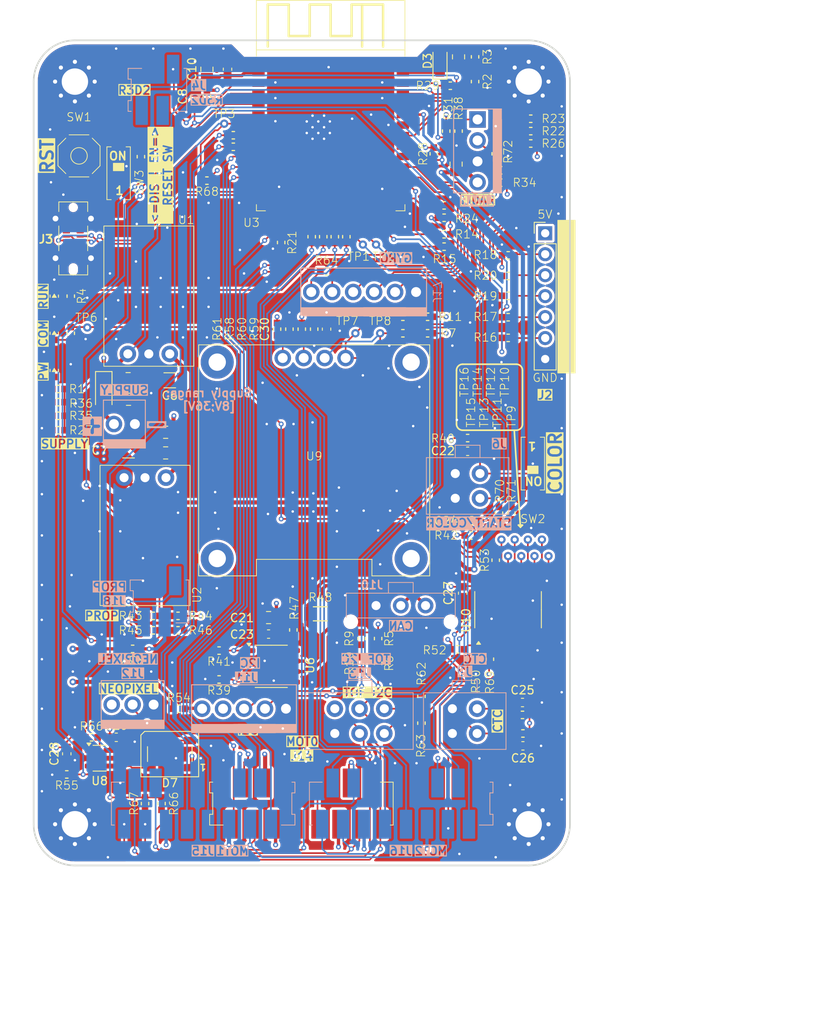
<source format=kicad_pcb>
(kicad_pcb (version 20240108) (generator "pcbnew") (generator_version "8.0")
  (layers (0 "F.Cu" signal) (1 "In1.Cu" signal) (2 "In2.Cu" signal) (31 "B.Cu" signal) (34 "B.Paste" user) (35 "F.Paste" user) (36 "B.SilkS" user "B.Silkscreen") (37 "F.SilkS" user "F.Silkscreen") (38 "B.Mask" user) (39 "F.Mask" user) (44 "Edge.Cuts" user))
  (net 0 "")
  (net 1 "Net-(D7-DIN)")
  (net 2 "/uc/EN_ESP32_3v3")
  (net 3 "GND")
  (net 4 "Net-(D7-DOUT)")
  (net 5 "+3V3")
  (net 6 "Net-(D1-K)")
  (net 7 "+5V")
  (net 8 "/sensors/rx_from_r3d2_3v3")
  (net 9 "/sensors/tx_to_r3d2_3v3")
  (net 10 "/brake_mot_3v3")
  (net 11 "/interfaces/color_select_3v3")
  (net 12 "+BATT")
  (net 13 "/uc/USB_D+")
  (net 14 "/uc/USB_VBUS")
  (net 15 "/uc/USB_D-")
  (net 16 "/sensors/{slash}gyro_cs_3v3")
  (net 17 "Net-(R5-Pad2)")
  (net 18 "/interfaces/starting_cord_3v3")
  (net 19 "Net-(R7-Pad2)")
  (net 20 "Net-(R10-Pad1)")
  (net 21 "/interfaces/scl_3v3")
  (net 22 "/interfaces/tx_to_prop_3v3")
  (net 23 "/uc/boot{slash}dl_select_3v3")
  (net 24 "/uc/esp32_dbg_rx_3v3")
  (net 25 "/uc/esp32_dbg_tx_3v3")
  (net 26 "/sensors/lidar_pwm_3v3")
  (net 27 "/interfaces/can_tx_3v3")
  (net 28 "/interfaces/can_rx_3v3")
  (net 29 "/interfaces/CAN_H")
  (net 30 "/interfaces/CAN_L")
  (net 31 "/interfaces/rx_from_prop_3v3")
  (net 32 "/interfaces/sda_3v3")
  (net 33 "Net-(R71-Pad1)")
  (net 34 "Net-(D2-PadA)")
  (net 35 "Net-(U8-DIR)")
  (net 36 "/interfaces/ws2812_data_3v3")
  (net 37 "Net-(D4-PadA)")
  (net 38 "/interfaces/reset_tof_3v3")
  (net 39 "/uc/esp32_vbatt_mon_3v1")
  (net 40 "/interfaces/enable_tof_3v3")
  (net 41 "/interfaces/ctc_right_3v3")
  (net 42 "/interfaces/ctc_left_3v3")
  (net 43 "/sensors/gyro_sck_3v3")
  (net 44 "/sensors/gyro_mosi_3v3")
  (net 45 "/sensors/gyro_miso_3v3")
  (net 46 "Net-(U9-VCC)")
  (net 47 "/motors/PWM_MOT0_3V3")
  (net 48 "/motors/DIR_MOT0_3V3")
  (net 49 "/motors/ENCODER_A_MOT0_3V3")
  (net 50 "/motors/ENCODER_B_MOT0_3V3")
  (net 51 "Net-(J11-Pad5)")
  (net 52 "/motors/irq0_3v3")
  (net 53 "/motors/ENCODER_A_MOT1_3V3")
  (net 54 "/motors/DIR_MOT1_3V3")
  (net 55 "/motors/PWM_MOT1_3V3")
  (net 56 "/motors/ENCODER_B_MOT1_3V3")
  (net 57 "/motors/ENCODER_B_MOT2_3V3")
  (net 58 "/motors/ENCODER_A_MOT2_3V3")
  (net 59 "/motors/PWM_MOT2_3V3")
  (net 60 "/motors/DIR_MOT2_3V3")
  (net 61 "Net-(D6-PadA)")
  (net 62 "Net-(J2-3V3)")
  (net 63 "Net-(J2-TXD)")
  (net 64 "Net-(J2-RXD)")
  (net 66 "Net-(J2-NRST)")
  (net 67 "Net-(J2-BOOT)")
  (net 72 "/uc/led_run_3v3")
  (net 73 "Net-(R11-Pad2)")
  (net 74 "Net-(U3-IO46,GPIO46)")
  (net 75 "Net-(U3-TXD0,U0TXD,GPIO43,CLK_OUT1)")
  (net 76 "Net-(U6-STBY)")
  (net 77 "/interfaces/led_com_3v3")
  (net 78 "/motors/tof_irq_3v3")
  (net 79 "/motors/irq1_3v3")
  (net 80 "Net-(U9-GND)")
  (net 81 "Net-(SW1-2)")
  (net 82 "Net-(J18-RX_from_out)")
  (net 83 "/scl_tof_3v3")
  (net 84 "/sda_tof_3v3")
  (net 85 "/sensors/lidar_rx_3v3")
  (net 86 "Net-(U10-A1)")
  (net 87 "Net-(U10-A0)")
  (net 88 "Net-(U10-A2)")
  (net 89 "Net-(U10-IO1_0)")
  (net 90 "Net-(U10-IO1_1)")
  (net 91 "Net-(U10-IO1_2)")
  (net 92 "Net-(U10-IO1_3)")
  (net 93 "Net-(U10-IO1_4)")
  (net 94 "Net-(U10-IO1_5)")
  (net 95 "Net-(U10-IO1_6)")
  (net 96 "Net-(U10-IO1_7)")
  (net 97 "Net-(J6-Pad2)")
  (net 98 "/interfaces/irq_io_3v3")
  (net 99 "Net-(J18-NC)")
  (net 100 "Net-(J18-TX_to_out)")
  (net 101 "Net-(J5-Pad2)")
  (net 102 "Net-(J5-Pad1)")
  (net 103 "Net-(U3-IO11,RTC_GPIO11,GPIO11,TOUCH11,FSPID,FSPIIO5,SUBSPID)")
  (net 104 "Net-(U3-IO12,RTC_GPIO12,GPIO12,TOUCH12,FSPICLK,FSPIIO6,SUBSPICLK)")
  (net 105 "Net-(U3-IO13,RTC_GPIO13,GPIO13,TOUCH13,FSPIQ,FSPIIO7,SUBSPIQ)")
  (net 106 "Net-(U3-IO14,RTC_GPIO14,GPIO14,TOUCH14,FSPIWP,FSPIDQS,SUBSPIWP)")
  (net 107 "Net-(U3-IO15,RTC_GPIO15,GPIO15,U0RTS,XTAL_32K_P)")
  (net 108 "Net-(U3-IO16,RTC_GPIO16,GPIO16,U0CTS,XTAL_32K_N)")
  (footprint "cocotter_resistor:r0603_reflow" (layer "F.Cu") (at 163.5 22 90)
    (property "Reference" "R3")
    (property "Value" "6.8k 1%")
  )
  (footprint "cocotter_resistor:r0603_reflow" (layer "F.Cu") (at 159.75 43.5 180)
    (property "Reference" "R14")
    (property "Value" "100k")
  )
  (footprint "cocotter_capacitors:C_0603_1608Metric" (layer "F.Cu") (at 133.5 23.5 90)
    (property "Reference" "C9" (hide yes))
    (property "Value" "100nF 50V")
  )
  (footprint "cocotter_diodes:SOD-323" (layer "F.Cu") (at 159.25 22.5 90)
    (property "Reference" "D3")
    (property "Value" "BZT52C3V0S")
  )
  (footprint "cocotter_resistor:r0603_reflow" (layer "F.Cu") (at 139.5 55 90)
    (property "Reference" "R61")
    (property "Value" "0R")
  )
  (footprint "cocotter_resistor:r0603_reflow" (layer "F.Cu") (at 151.75 92.5 -90)
    (property "Reference" "R5")
    (property "Value" "1k 1%")
  )
  (footprint "cocotter_resistor:r0603_reflow" (layer "F.Cu") (at 131 26.8 -90)
    (property "Reference" "R13" (hide yes))
    (property "Value" "100k")
  )
  (footprint "cocotter_others:testpoint-THT-0.5mm" (layer "F.Cu") (at 169.9 80.5)
    (property "Reference" "TP12")
    (property "Value" "TestPoint")
  )
  (footprint "cocotter_others:PTS525" (layer "F.Cu") (at 115.5 34 90)
    (property "Reference" "SW1")
    (property "Value" "PTS525 SK15 SMTR2 LFS")
  )
  (footprint "cocotter_resistor:r0603_reflow" (layer "F.Cu") (at 157.75 55.5 180)
    (property "Reference" "R7")
    (property "Value" "1k 1%")
  )
  (footprint "cocotter_capacitors:C_0805_2012Metric" (layer "F.Cu") (at 121.5 63.5)
    (property "Reference" "C4" (hide yes))
    (property "Value" "10µF 25V")
  )
  (footprint "cocotter_resistor:r0603_reflow" (layer "F.Cu") (at 167.515 46.055)
    (property "Reference" "R18")
    (property "Value" "0R")
  )
  (footprint "cocotter_resistor:r0603_reflow" (layer "F.Cu") (at 167.9 77.3 -90)
    (property "Reference" "R71")
    (property "Value" "0R")
  )
  (footprint "cocotter_others:testpoint-THT-0.5mm" (layer "F.Cu") (at 170.7 82.5)
    (property "Reference" "TP11")
    (property "Value" "TestPoint")
  )
  (footprint "cocotter_resistor:r0603_reflow" (layer "F.Cu") (at 154.75 53.5 180)
    (property "Reference" "R12" (hide yes))
    (property "Value" "1k 1%")
  )
  (footprint "cocotter_resistor:r0603_reflow" (layer "F.Cu") (at 166 83 90)
    (property "Reference" "R53")
    (property "Value" "0R")
  )
  (footprint "cocotter_resistor:r0603_reflow" (layer "F.Cu") (at 159.75 45)
    (property "Reference" "R15")
    (property "Value" "100k")
  )
  (footprint "cocotter_ic:OLED_0.96inch" (layer "F.Cu") (at 144 70.9)
    (property "Reference" "U9")
    (property "Value" "~")
  )
  (footprint "cocotter_resistor:r0603_reflow" (layer "F.Cu") (at 159.75 40)
    (property "Reference" "R25" (hide yes))
    (property "Value" "0R")
  )
  (footprint "cocotter_resistor:r0603_reflow" (layer "F.Cu") (at 149.75 95.5 -90)
    (property "Reference" "R10")
    (property "Value" "1k 1%")
  )
  (footprint "cocotter_resistor:r0603_reflow" (layer "F.Cu") (at 114.5 51 -90)
    (property "Reference" "R4")
    (property "Value" "1k 1%")
  )
  (footprint "cocotter_resistor:r0603_reflow" (layer "F.Cu") (at 114.015 108.965 180)
    (property "Reference" "R55")
    (property "Value" "100k")
  )
  (footprint "cocotter_capacitors:C_0603_1608Metric" (layer "F.Cu") (at 169.3 105.5)
    (property "Reference" "C26")
    (property "Value" "100nF 50V")
  )
  (footprint "cocotter_resistor:r0603_reflow" (layer "F.Cu") (at 123.5 112.5 90)
    (property "Reference" "R67")
    (property "Value" "0R")
  )
  (footprint "cocotter_resistor:r0603_reflow" (layer "F.Cu") (at 167.515 50.96)
    (property "Reference" "R19")
    (property "Value" "0R")
  )
  (footprint "cocotter_capacitors:C_0805_2012Metric" (layer "F.Cu") (at 126 67.5 180)
    (property "Reference" "C5" (hide yes))
    (property "Value" "10µF 25V")
  )
  (footprint "cocotter_capacitors:C_0603_1608Metric" (layer "F.Cu") (at 145.5 55 90)
    (property "Reference" "C30")
    (property "Value" "100nF 50V")
  )
  (footprint "cocotter_resistor:r0603_reflow" (layer "F.Cu") (at 127.6 101)
    (property "Reference" "R54")
    (property "Value" "0R")
  )
  (footprint "cocotter_resistor:r0603_reflow" (layer "F.Cu") (at 170.25 29.5)
    (property "Reference" "R23")
    (property "Value" "1k 1%")
  )
  (footprint "cocotter_ic:OKI78SR-H" (layer "F.Cu") (at 123.96 58)
    (property "Reference" "U1")
    (property "Value" "OKI-78SR-3.3/1.5-W36H-C")
  )
  (footprint "cocotter_resistor:r0603_reflow" (layer "F.Cu") (at 146.5 43.8 90)
    (property "Reference" "R73" (hide yes))
    (property "Value" "0R")
  )
  (footprint "cocotter_others:testpoint-THT-0.5mm" (layer "F.Cu") (at 171.6 80.5)
    (property "Reference" "TP10")
    (property "Value" "TestPoint")
  )
  (footprint "cocotter_resistor:r0603_reflow" (layer "F.Cu") (at 163.5 25 90)
    (property "Reference" "R2")
    (property "Value" "100k")
  )
  (footprint "cocotter_diodes:LED_WS2812B_PLCC4_5.0x5.0mm_P3.2mm" (layer "F.Cu") (at 126.5 106.5 180)
    (property "Reference" "D7")
    (property "Value" "WS2812B")
  )
  (footprint "cocotter_resistor:r0603_reflow" (layer "F.Cu") (at 166.6 35.75)
    (property "Reference" "R32" (hide yes))
    (property "Value" "100k")
  )
  (footprint "cocotter_others:testpoint-THT-0.5mm" (layer "F.Cu") (at 149 55.5)
    (property "Reference" "TP7")
    (property "Value" "TestPoint")
  )
  (footprint "cocotter_resistor:r0603_reflow" (layer "F.Cu") (at 124.5 89.75)
    (property "Reference" "R43")
    (property "Value" "0R")
  )
  (footprint "cocotter_resistor:r0603_reflow" (layer "F.Cu") (at 160 31 -90)
    (property "Reference" "R31")
    (property "Value" "100k")
  )
  (footprint "cocotter_capacitors:C_0603_1608Metric" (layer "F.Cu") (at 162.6 69.8 180)
    (property "Reference" "C22")
    (property "Value" "100nF 50V")
  )
  (footprint "cocotter_resistor:r0603_reflow" (layer "F.Cu") (at 163 80)
    (property "Reference" "R42")
    (property "Value" "100k")
  )
  (footprint "cocotter_resistor:r0603_reflow" (layer "F.Cu") (at 160.5 25.5 180)
    (property "Reference" "R29")
    (property "Value" "0R")
  )
  (footprint "cocotter_others:MountingHole_3.2mm_M3_Pad_Via" (layer "F.Cu") (at 115 25)
    (property "Reference" "H1" (hide yes))
    (property "Value" "MOUNT-PAD-ROUND3.3")
  )
  (footprint "cocotter_resistor:r0603_reflow" (layer "F.Cu") (at 163.6 95 -90)
    (property "Reference" "R50")
    (property "Value" "0R")
  )
  (footprint "cocotter_resistor:r0603_reflow" (layer "F.Cu") (at 158.5 33.75 -90)
    (property "Reference" "R28")
    (property "Value" "0R")
  )
  (footprint "cocotter_capacitors:C_0603_1608Metric" (layer "F.Cu") (at 163.1 78.2 180)
    (property "Reference" "C24")
    (property "Value" "100nF 50V")
  )
  (footprint "cocotter_resistor:r0603_reflow" (layer "F.Cu") (at 141.474 91.455 90)
    (property "Reference" "R47")
    (property "Value" "100k")
  )
  (footprint "cocotter_resistor:r0603_reflow" (layer "F.Cu") (at 132.474 93.955 180)
    (property "Reference" "R41")
    (property "Value" "100k")
  )
  (footprint "cocotter_ic:OKI78SR-H" (layer "F.Cu") (at 123.5 73 180)
    (property "Reference" "U2")
    (property "Value" "OKI-78SR-5/1.5-W36H-C")
  )
  (footprint "cocotter_others:MountingHole_3.2mm_M3_Pad_Via" (layer "F.Cu") (at 170 115)
    (property "Reference" "H3" (hide yes))
    (property "Value" "MOUNT-PAD-ROUND3.3")
  )
  (footprint "cocotter_capacitors:C_0805_2012Metric" (layer "F.Cu") (at 121.45 61)
    (property "Reference" "C1" (hide yes))
    (property "Value" "10µF 25V")
  )
  (footprint "cocotter_capacitors:C_0805_2012Metric" (layer "F.Cu") (at 138.474 89.955 180)
    (property "Reference" "C21")
    (property "Value" "10µF 25V")
  )
  (footprint "cocotter_resistor:r0603_reflow" (layer "F.Cu") (at 113 67.25 180)
    (property "Reference" "R27")
    (property "Value" "100k")
  )
  (footprint "cocotter_others:MountingHole_3.2mm_M3_Pad_Via" (layer "F.Cu") (at 115 115)
    (property "Reference" "H4" (hide yes))
    (property "Value" "MOUNT-PAD-ROUND3.3")
  )
  (footprint "cocotter_resistor:r0603_reflow" (layer "F.Cu") (at 140 44.5 -90)
    (property "Reference" "R21")
    (property "Value" "100k")
  )
  (footprint "cocotter_capacitors:C_0603_1608Metric" (layer "F.Cu") (at 162 87 -90)
    (property "Reference" "C27")
    (property "Value" "100nF 50V")
  )
  (footprint "cocotter_diodes:D_SOD-123" (layer "F.Cu") (at 118.5 62.5 -90)
    (property "Reference" "D1" (hide yes))
    (property "Value" "DSK34")
  )
  (footprint "cocotter_resistor:r0603_reflow" (layer "F.Cu") (at 144 55 90)
    (property "Reference" "R59")
    (property "Value" "0R")
  )
  (footprint "cocotter_resistor:r0603_reflow" (layer "F.Cu") (at 167.515 48.555)
    (property "Reference" "R20")
    (property "Value" "0R")
  )
  (footprint "cocotter_resistor:r0603_reflow" (layer "F.Cu") (at 162.6 68.2)
    (property "Reference" "R40")
    (property "Value" "100k")
  )
  (footprint "cocotter_resistor:r1206_reflow" (layer "F.Cu") (at 144.75 89.5)
    (property "Reference" "R48")
    (property "Value" "120R 1%")
  )
  (footprint "cocotter_capacitors:C_0805_2012Metric" (layer "F.Cu") (at 126 70 180)
    (property "Reference" "C2" (hide yes))
    (property "Value" "10µF 25V")
  )
  (footprint "cocotter_resistor:r0603_reflow" (layer "F.Cu") (at 167.515 56.055)
    (property "Reference" "R16")
    (property "Value" "0R")
  )
  (footprint "cocotter_others:DIP_SW_SMD-1P" (layer "F.Cu") (at 170.5 71.4 180)
    (property "Reference" "SW2")
    (property "Value" "DSIC01LSGER")
  )
  (footprint "cocotter_resistor:r0603_reflow" (layer "F.Cu") (at 157.75 53.5 180)
    (property "Reference" "R11")
    (property "Value" "1k 1%")
  )
  (footprint "cocotter_capacitors:C_1206_3216Metric" (layer "F.Cu") (at 126.5 61.2 180)
    (property "Reference" "C6")
    (property "Value" "22µF 25V")
  )
  (footprint "cocotter_resistor:r0603_reflow" (layer "F.Cu") (at 122 93.75 180)
    (property "Reference" "R37")
    (property "Value" "0R")
  )
  (footprint "cocotter_others:testpoint-THT-0.5mm" (layer "F.Cu") (at 149.9 44.75)
    (property "Reference" "TP1")
    (property "Value" "TestPoint")
  )
  (footprint "cocotter_resistor:r0603_reflow" (layer "F.Cu") (at 161.5 31 -90)
    (property "Reference" "R38")
    (property "Value" "0R")
  )
  (footprint "cocotter_others:testpoint-THT-0.5mm" (layer "F.Cu") (at 152 55.5)
    (property "Reference" "TP8")
    (property "Value" "TestPoint")
  )
  (footprint "cocotter_resistor:r0603_reflow" (layer "F.Cu") (at 161.4 93.8)
    (property "Reference" "R52")
    (property "Value" "100k")
  )
  (footprint "cocotter_resistor:r0603_reflow" (layer "F.Cu") (at 157 102.75 -90)
    (property "Reference" "R63")
    (property "Value" "100k")
  )
  (footprint "cocotter_resistor:r0603_reflow" (layer "F.Cu") (at 167.515 53.555)
    (property "Reference" "R17")
    (property "Value" "0R")
  )
  (footprint "cocotter_resistor:r0603_reflow" (layer "F.Cu") (at 123 34.1 90)
    (property "Reference" "R65" (hide yes))
    (property "Value" "0R")
  )
  (footprint "cocotter_resistor:r0603_reflow" (layer "F.Cu") (at 169.25 101.75 180)
    (property "Reference" "R49" (hide yes))
    (property "Value" "100k")
  )
  (footprint "cocotter_capacitors:C_0603_1608Metric" (layer "F.Cu") (at 129.5 26.8 90)
    (property "Reference" "C8")
    (property "Value" "100nF 50V")
  )
  (footprint "cocotter_resistor:r0603_reflow" (layer "F.Cu") (at 127.5 91.5 180)
    (property "Reference" "R46")
    (property "Value" "100k")
  )
  (footprint "cocotter_capacitors:C_0805_2012Metric" (layer "F.Cu") (at 131 23.5 90)
    (property "Reference" "C10")
    (property "Value" "10µF 25V")
  )
  (footprint "cocotter_resistor:r0603_reflow" (layer "F.Cu") (at 166.4 77.3 -90)
    (property "Reference" "R70")
    (property "Value" "0R")
  )
  (footprint "cocotter_resistor:r0603_reflow" (layer "F.Cu") (at 134.2 32.9)
    (property "Reference" "R76" (hide yes))
    (property "Value" "0R")
  )
  (footprint "cocotter_resistor:r0603_reflow" (layer "F.Cu") (at 166.6 37.25 180)
    (property "Reference" "R34")
    (property "Value" "100k")
  )
  (footprint "cocotter_resistor:r0603_reflow" (layer "F.Cu") (at 169.3 104 180)
    (property "Reference" "R51" (hide yes))
    (property "Value" "100k")
  )
  (footprint "cocotter_resistor:r0603_reflow" (layer "F.Cu") (at 142.5 55 90)
    (property "Reference" "R60")
    (property "Value" "0R")
  )
  (footprint "cocotter_others:testpoint-THT-0.5mm" (layer "F.Cu") (at 133.1 30.1)
    (property "Reference" "TP3")
    (property "Value" "TestPoint")
  )
  (footprint "cocotter_connectors:1-188275-6" (layer "F.Cu") (at 142.5 112.5 180)
    (property "Reference" "J14")
    (property "Value" "1-188275-6")
  )
  (footprint "cocotter_resistor:r0603_reflow" (layer "F.Cu") (at 147.9 43.8 90)
    (property "Reference" "R74" (hide yes))
    (property "Value" "0R")
  )
  (footprint "cocotter_resistor:r0603_reflow" (layer "F.Cu") (at 143.7 43.8 90)
    (property "Reference" "R30" (hide yes))
    (property "Value" "0R")
  )
  (footprint "cocotter_resistor:r0603_reflow" (layer "F.Cu") (at 124.5 91.5)
    (property "Reference" "R45")
    (property "Value" "0R")
  )
  (footprint "cocotter_connectors:eps32_uart_programmer" (layer "F.Cu") (at 172 43.38)
    (property "Reference" "J2")
    (property "Value" "~")
  )
  (footprint "cocotter_resistor:r0603_reflow" (layer "F.Cu") (at 166 33.75 -90)
    (property "Reference" "R72")
    (property "Value" "0R")
  )
  (footprint "cocotter_resistor:r0603_reflow" (layer "F.Cu") (at 170.25 32.5 180)
    (property "Reference" "R26")
    (property "Value" "100k")
  )
  (footprint "cocotter_capacitors:C_1206_3216Metric" (layer "F.Cu") (at 121.5 69.7)
    (property "Reference" "C7")
    (property "Value" "22µF 25V")
  )
  (footprint "cocotter_others:testpoint-THT-0.5mm" (layer "F.Cu") (at 168.3 80.5)
    (property "Reference" "TP14")
    (property "Value" "TestPoint")
  )
  (footprint "cocotter_others:testpoint-THT-0.5mm" (layer "F.Cu") (at 167.5 82.5)
    (property "Reference" "TP15")
    (property "Value" "TestPoint")
  )
  (footprint "cocotter_resistor:r0603_reflow" (layer "F.Cu") (at 125.5 112.5 90)
    (property "Reference" "R66")
    (property "Value" "0R")
  )
  (footprint "cocotter_resistor:r0603_reflow" (layer "F.Cu") (at 149.75 92.5 -90)
    (property "Reference" "R9")
    (property "Value" "1k 1%")
  )
  (footprint "cocotter_resistor:r0603_reflow" (layer "F.Cu") (at 141 55 -90)
    (property "Reference" "R58")
    (property "Value" "0R")
  )
  (footprint "cocotter_capacitors:C_0603_1608Metric" (layer "F.Cu") (at 114.015 106.465 -90)
    (property "Reference" "C28")
    (property "Value" "100nF 50V")
  )
  (footprint "cocotter_capacitors:C_0805_2012Metric" (layer "F.Cu") (at 161.2 35 90)
    (property "Reference" "C12" (hide yes))
    (property "Value" "10µF 25V")
  )
  (footprint "cocotter_resistor:r0603_reflow" (layer "F.Cu") (at 165.3 95 90)
    (property "Reference" "R69")
    (property "Value" "0R")
  )
  (footprint "cocotter_diodes:LED_0603_1608Metric" (layer "F.Cu") (at 112.5 60 -90)
    (property "Reference" "D2" (hide yes))
    (property "Value" "green, 0603")
  )
  (footprint "cocotter_others:testpoint-THT-0.5mm" (layer "F.Cu") (at 169.1 82.5)
    (property "Reference" "TP13")
    (property "Value" "TestPoint")
  )
  (footprint "cocotter_connectors:USB4120-03-C" (layer "F.Cu") (at 114.8 44 -90)
    (property "Reference" "J3")
    (property "Value" "USB4120-03-C")
  )
  (footprint "cocotter_ic:D0008A" (layer "F.Cu") (at 138.8 95.865)
    (property "Reference" "U6")
    (property "Value" "TCAN1042DRQ1")
  )
  (footprint "cocotter_resistor:r0603_reflow" (layer "F.Cu") (at 151.75 95.5 -90)
    (property "Reference" "R6")
    (property "Value" "1k 1%")
  )
  (footprint "cocotter_others:testpoint-THT-0.5mm" (layer "F.Cu") (at 172.4 82.5)
    (property "Reference" "TP9")
    (property "Value" "TestPoint")
  )
  (footprint "cocotter_resistor:r0603_reflow" (layer "F.Cu") (at 114.5 55.5 -90)
    (property "Reference" "R57" (hide yes))
    (property "Value" "1k 1%")
  )
  (footprint "Package_TO_SOT_SMD:SOT-23-6" (layer "F.Cu") (at 118 107)
    (property "Reference" "U8")
    (property "Value" "SN74LVC1T45DBV")
  )
  (footprint "Package_SO:TSSOP-24_4.4x7.8mm_P0.65mm" (layer "F.Cu") (at 167.5 89 90)
    (property "Reference" "U10")
    (property "Value" "PCA9535PW")
  )
  (footprint "cocotter_resistor:r0603_reflow" (layer "F.Cu") (at 127.5 89.75 180)
    (property "Reference" "R44")
    (property "Value" "100k")
  )
  (footprint "cocotter_resistor:r0603_reflow" (layer "F.Cu") (at 113 62.25 180)
    (property "Reference" "R1")
    (property "Value" "100k")
  )
  (footprint "cocotter_diodes:LED_0603_1608Metric" (layer "F.Cu") (at 112.5 51 -90)
    (property "Reference" "D4" (hide yes))
    (property "Value" "green, 0603")
  )
  (footprint "cocotter_resistor:r0603_reflow" (layer "F.Cu") (at 131 37 180)
    (property "Reference" "R68")
    (property "Value" "100k")
  )
  (footprint "cocotter_others:DIP_SW_SMD-1P" (layer "F.Cu") (at 120.3 36)
    (property "Reference" "SW3")
    (property "Value" "DSIC01LSGER")
  )
  (footprint "cocotter_resistor:r0603_reflow" (layer "F.Cu") (at 170.25 31)
    (property "Reference" "R22")
    (property "Value" "1k 1%")
  )
  (footprint "cocotter_others:testpoint-THT-0.5mm" (layer "F.Cu") (at 116.5 54.8)
    (property "Reference" "TP6")
    (property "Value" "TestPoint")
  )
  (footprint "cocotter_resistor:r0603_reflow" (layer "F.Cu") (at 154.75 55.5 180)
    (property "Reference" "R8" (hide yes))
    (property "Value" "1k 1%")
  )
  (footprint "cocotter_others:testpoint-THT-0.5mm" (layer "F.Cu") (at 151.5 44.75)
    (property "Reference" "TP2")
    (property "Value" "TestPoint")
  )
  (footprint "cocotter_capacitors:C_0805_2012Metric" (layer "F.Cu") (at 161.5 22 90)
    (property "Reference" "C3" (hide yes))
    (property "Value" "1µF 50V")
  )
  (footprint "cocotter_others:testpoint-THT-0.5mm" (layer "F.Cu") (at 166.7 80.5)
    (property "Reference" "TP16")
    (property "Value" "TestPoint")
  )
  (footprint "cocotter_ic:ESP32-S3-WROOM-1" (layer "F.Cu") (at 146 30.905)
    (property "Reference" "U3")
    (property "Value" "ESP32-S3-WROOM-1")
  )
  (footprint "cocotter_resistor:r0603_reflow" (layer "F.Cu") (at 157 99.5 90)
    (property "Reference" "R62")
    (property "Value" "100k")
  )
  (footprint "cocotter_resistor:r0603_reflow" (layer "F.Cu") (at 134.2 31.5)
    (property "Reference" "R75" (hide yes))
    (property "Value" "0R")
  )
  (footprint "cocotter_capacitors:C_0603_1608Metric" (layer "F.Cu") (at 169.25 100.25)
    (property "Reference" "C25")
    (property "Value" "100nF 50V")
  )
  (footprint "cocotter_resistor:r0603_reflow" (layer "F.Cu") (at 117.015 104.465)
    (property "Reference" "R56")
    (property "Value" "0R")
  )
  (footprint "cocotter_resistor:r0603_reflow" (layer "F.Cu") (at 145.1 43.8 90)
    (property "Reference" "R33" (hide yes))
    (property "Value" "0R")
  )
  (footprint "cocotter_capacitors:C_0603_1608Metric" (layer "F.Cu") (at 120.015 104.465)
    (property "Reference" "C29")
    (property "Value" "100nF 50V")
  )
  (footprint "cocotter_resistor:r0603_reflow" (layer "F.Cu") (at 132.474 97.455 180)
    (property "Reference" "R39")
    (property "Value" "100k")
  )
  (footprint "cocotter_capacitors:C_0603_1608Metric" (layer "F.Cu") (at 138.474 91.955 180)
    (property "Reference" "C23")
    (property "Value" "100nF 50V")
  )
  (footprint "cocotter_diodes:LED_0603_1608Metric" (layer "F.Cu") (at 112.5 55.5 -90)
    (property "Reference" "D6" (hide yes))
    (property "Value" "green, 0603")
  )
  (footprint "cocotter_resistor:r0603_reflow" (layer "F.Cu") (at 159.75 41.5 180)
    (property "Reference" "R24")
    (property "Value" "100k")
  )
  (footprint "cocotter_resistor:r0603_reflow" (layer "F.Cu") (at 113 65.5 180)
    (property "Reference" "R35")
    (property "Value" "100k")
  )
  (footprint "cocotter_resistor:r0603_reflow" (layer "F.Cu") (at 145.5 48)
    (property "Reference" "R64")
    (property "Value" "100k")
  )
  (footprint "cocotter_resistor:r0603_reflow" (layer "F.Cu") (at 113 63.85 180)
    (property "Reference" "R36")
    (property "Value" "100k")
  )
  (footprint "cocotter_others:MountingHole_3.2mm_M3_Pad_Via" (layer "F.Cu") (at 170 25)
    (property "Reference" "H2" (hide yes))
    (property "Value" "MOUNT-PAD-ROUND3.3")
  )
  (footprint "cocotter_connectors:1-188275-6" (layer "B.Cu") (at 154.5 112.5)
    (property "Reference" "J16")
    (property "Value" "1-188275-6")
  )
  (footprint "cocotter_connectors:22272031" (layer "B.Cu") (at 122 100.5 90)
    (property "Reference" "J12")
    (property "Value" "22272031")
  )
  (footprint "cocotter_connectors:22272051" (layer "B.Cu") (at 135.5 101 90)
    (property "Reference" "J11")
    (property "Value" "22272051")
  )
  (footprint "cocotter_connectors:2-1445051-3" (layer "B.Cu") (at 154.5 88.5 180)
    (property "Reference" "J10")
    (property "Value" "2-1445051-3")
  )
  (footprint "cocotter_connectors:188275-4" (layer "B.Cu") (at 125.25 88 180)
    (property "Reference" "J18")
    (property "Value" "188275-4")
  )
  (footprint "cocotter_connectors:3-794630-4" (layer "B.Cu") (at 162.6 74 180)
    (property "Reference" "J6")
    (property "Value" "3-794630-4")
  )
  (footprint "cocotter_connectors:188275-4" (layer "B.Cu") (at 125 26 180)
    (property "Reference" "J4")
    (property "Value" "188275-4")
  )
  (footprint "cocotter_connectors:22272041" (layer "B.Cu") (at 163.8 33.4 180)
    (property "Reference" "J5" (hide yes))
    (property "Value" "22272041")
  )
  (footprint "cocotter_connectors:22272061" (layer "B.Cu") (at 150 50.5 90)
    (property "Reference" "J17")
    (property "Value" "22272061")
  )
  (footprint "cocotter_connectors:3-794630-6" (layer "B.Cu") (at 149.5 102.5 180)
    (property "Reference" "J13")
    (property "Value" "3-794630-6")
  )
  (footprint "cocotter_connectors:22272021" (layer "B.Cu") (at 121 66.5 90)
    (property "Reference" "J1" (hide yes))
    (property "Value" "22272021")
  )
  (footprint "cocotter_connectors:3-794630-4" (layer "B.Cu") (at 162.25 102.5 180)
    (property "Reference" "J9")
    (property "Value" "3-794630-4")
  )
  (footprint "cocotter_connectors:1-188275-6" (layer "B.Cu") (at 130.5 112.5)
    (property "Reference" "J15")
    (property "Value" "1-188275-6")
  )
  (gr_line (start 161.25 66.5) (end 161.25 60) (stroke (width 0.2)) (layer "F.SilkS"))
  (gr_arc (start 162 67.25) (mid 161.46967 67.03033) (end 161.25 66.5) (stroke (width 0.2)) (layer "F.SilkS"))
  (gr_arc (start 168.5 59.25) (mid 169.03033 59.46967) (end 169.25 60) (stroke (width 0.2)) (layer "F.SilkS"))
  (gr_line (start 168.5 67.25) (end 162 67.25) (stroke (width 0.2)) (layer "F.SilkS"))
  (gr_line (start 168.25 67.25) (end 169 79) (stroke (width 0.2)) (layer "F.SilkS"))
  (gr_line (start 169 79) (end 169.25 78.75) (stroke (width 0.2)) (layer "F.SilkS"))
  (gr_line (start 162 59.25) (end 168.5 59.25) (stroke (width 0.2)) (layer "F.SilkS"))
  (gr_line (start 169.25 60) (end 169.25 66.5) (stroke (width 0.2)) (layer "F.SilkS"))
  (gr_arc (start 169.25 66.5) (mid 169.03033 67.03033) (end 168.5 67.25) (stroke (width 0.2)) (layer "F.SilkS"))
  (gr_line (start 169.25 78.75) (end 168.75 78.75) (stroke (width 0.2)) (layer "F.SilkS"))
  (gr_arc (start 161.25 60) (mid 161.46967 59.46967) (end 162 59.25) (stroke (width 0.2)) (layer "F.SilkS"))
  (gr_line (start 168.75 78.75) (end 169 79) (stroke (width 0.2)) (layer "F.SilkS"))
  (gr_line (start 115 20) (end 170 20) (stroke (width 0.2)) (layer "Edge.Cuts"))
  (gr_arc (start 175 115) (mid 173.535534 118.535534) (end 170 120) (stroke (width 0.2)) (layer "Edge.Cuts"))
  (gr_line (start 175 115) (end 175 25) (stroke (width 0.2)) (layer "Edge.Cuts"))
  (gr_arc (start 110 25) (mid 111.464466 21.464466) (end 115 20) (stroke (width 0.2)) (layer "Edge.Cuts"))
  (gr_line (start 170 120) (end 115 120) (stroke (width 0.2)) (layer "Edge.Cuts"))
  (gr_arc (start 170 20) (mid 173.535534 21.464466) (end 175 25) (stroke (width 0.2)) (layer "Edge.Cuts"))
  (gr_line (start 110 115) (end 110 25) (stroke (width 0.2)) (layer "Edge.Cuts"))
  (gr_arc (start 115 120) (mid 111.464466 118.535534) (end 110 115) (stroke (width 0.2)) (layer "Edge.Cuts"))
  (gr_text "MOT2\n" (at 158.15 118.25 0) (layer "B.SilkS" knockout) (effects (font (size 1 1) (thickness 0.2) (bold yes)) (justify mirror)))
  (gr_text "-" (at 123.4 67.6 0) (layer "B.SilkS" knockout) (effects (font (size 2 2) (thickness 0.4) (bold yes)) (justify left bottom)))
  (gr_text "PROP" (at 119.2 86.25 0) (layer "B.SilkS" knockout) (effects (font (size 1 1) (thickness 0.2) (bold yes)) (justify mirror)))
  (gr_text "SUPPLY" (at 121 63 0) (layer "B.SilkS" knockout) (effects (font (size 1 1) (thickness 0.2) (bold yes)) (justify bottom mirror)))
  (gr_text "START/COLOR" (at 162.75 78.5 0) (layer "B.SilkS" knockout) (effects (font (size 1 1) (thickness 0.2) (bold yes)) (justify mirror)))
  (gr_text "LIDAR" (at 163.75 39.5 0) (layer "B.SilkS" knockout) (effects (font (size 1 1) (thickness 0.2) (bold yes)) (justify mirror)))
  (gr_text "GYRO" (at 156 47 0) (layer "B.SilkS" knockout) (effects (font (size 1 1) (thickness 0.2) (bold yes)) (justify left bottom mirror)))
  (gr_text "R3D2" (at 131 27.25 0) (layer "B.SilkS" knockout) (effects (font (size 1 1) (thickness 0.2) (bold yes)) (justify mirror)))
  (gr_text "CTC" (at 163.5 95 0) (layer "B.SilkS" knockout) (effects (font (size 1 1) (thickness 0.2) (bold yes)) (justify mirror)))
  (gr_text "CAN" (at 154.5 91 0) (layer "B.SilkS" knockout) (effects (font (size 1 1) (thickness 0.2) (bold yes)) (justify mirror)))
  (gr_text "+" (at 115.6 67.8 0) (layer "B.SilkS" knockout) (effects (font (size 2 2) (thickness 0.4) (bold yes)) (justify left bottom)))
  (gr_text "MOT1" (at 134.1 118.25 0) (layer "B.SilkS" knockout) (effects (font (size 1 1) (thickness 0.2) (bold yes)) (justify mirror)))
  (gr_text "TOF I2C" (at 150.25 95 0) (layer "B.SilkS" knockout) (effects (font (size 1 1) (thickness 0.2) (bold yes)) (justify mirror)))
  (gr_text "NEOPIXEL" (at 121.5 95 0) (layer "B.SilkS" knockout) (effects (font (size 1 1) (thickness 0.2) (bold yes)) (justify mirror)))
  (gr_text "I2C" (at 136.25 95.5 0) (layer "B.SilkS" knockout) (effects (font (size 1 1) (thickness 0.2) (bold yes)) (justify mirror)))
  (gr_text "RST" (at 112.5 36.3 90) (layer "F.SilkS" knockout) (effects (font (size 1.5 1.5) (thickness 0.3) (bold yes)) (justify left bottom)))
  (gr_text "COM" (at 111.75 57.25 90) (layer "F.SilkS" knockout) (effects (font (size 1 1) (thickness 0.2) (bold yes)) (justify left bottom)))
  (gr_text "CTC" (at 166.25 102.5 90) (layer "F.SilkS" knockout) (effects (font (size 1 1) (thickness 0.2) (bold yes))))
  (gr_text "SUPPLY" (at 113.75 69.5 -0) (layer "F.SilkS" knockout) (effects (font (size 1 1) (thickness 0.2) (bold yes)) (justify bottom)))
  (gr_text "LIDAR" (at 163.85 39.35 -0) (layer "F.SilkS" knockout) (effects (font (size 1 1) (thickness 0.2) (bold yes))))
  (gr_text "I2C" (at 135.95 103.6 -0) (layer "F.SilkS" knockout) (effects (font (size 1 1) (thickness 0.2) (bold yes))))
  (gr_text "<=DIS | EN=>\nRESET SW" (at 126.85 36.35 90) (layer "F.SilkS" knockout) (effects (font (size 1 1) (thickness 0.2) (bold yes)) (justify bottom)))
  (gr_text "R3D2" (at 122.2 26.05 -0) (layer "F.SilkS" knockout) (effects (font (size 1 1) (thickness 0.2) (bold yes))))
  (gr_text "TOF I2C" (at 150.5 99.07 0) (layer "F.SilkS" knockout) (effects (font (size 1 1) (thickness 0.2) (bold yes))))
  (gr_text "COLOR" (at 174.1 71.2 90) (layer "F.SilkS" knockout) (effects (font (size 1.5 1.5) (thickness 0.3) (bold yes)) (justify bottom)))
  (gr_text "MOT0\n" (at 142.55 105 0) (layer "F.SilkS" knockout) (effects (font (size 1 1) (thickness 0.2) (bold yes))))
  (gr_text "PW" (at 111.75 61.4 90) (layer "F.SilkS" knockout) (effects (font (size 1 1) (thickness 0.2) (bold yes)) (justify left bottom)))
  (gr_text "RUN" (at 111.75 52.7 90) (layer "F.SilkS" knockout) (effects (font (size 1 1) (thickness 0.2) (bold yes)) (justify left bottom)))
  (gr_text "PROP" (at 118.25 89.75 -0) (layer "F.SilkS" knockout) (effects (font (size 1 1) (thickness 0.2) (bold yes))))
  (gr_text "NEOPIXEL" (at 121.45 98.6 -0) (layer "F.SilkS" knockout) (effects (font (size 1 1) (thickness 0.2) (bold yes))))
  (gr_text_box "Supply range: \n[8V;36V]" (start 125.125 61.4) (end 137.375 65.4) (layer "B.SilkS") (effects (font (size 1 1) (thickness 0.2) (bold yes)) (justify top mirror)) (border no))
  (segment (start 124.05 108.15) (end 121.9 108.15) (width 0.2) (layer "F.Cu") (net 1))
  (segment (start 119.1375 107.95) (end 121.7 107.95) (width 0.2) (layer "F.Cu") (net 1))
  (segment (start 121.9 108.15) (end 121.7 107.95) (width 0.2) (layer "F.Cu") (net 1))
  (segment (start 131 27.55) (end 131.95 27.55) (width 0.2) (layer "F.Cu") (net 2))
  (segment (start 129.5 30) (end 126.15 33.35) (width 0.2) (layer "F.Cu") (net 2))
  (segment (start 129.892157 27.575) (end 129.5 27.575) (width 0.2) (layer "F.Cu") (net 2))
  (segment (start 123 33.35) (end 121.45 33.35) (width 0.2) (layer "F.Cu") (net 2))
  (segment (start 129.5 27.575) (end 129.5 30) (width 0.2) (layer "F.Cu") (net 2))
  (segment (start 130.975 27.575) (end 131 27.55) (width 0.2) (layer "F.Cu") (net 2))
  (segment (start 126.15 33.35) (end 123 33.35) (width 0.2) (layer "F.Cu") (net 2))
  (segment (start 121.45 33.35) (end 120.3 32.2) (width 0.2) (layer "F.Cu") (net 2))
  (segment (start 166.765 53.555) (end 166.765 52.835) (width 0.2) (layer "F.Cu") (net 2))
  (segment (start 129.5 27.575) (end 130.975 27.575) (width 0.2) (layer "F.Cu") (net 2))
  (segment (start 131.95 27.55) (end 134.31 25.19) (width 0.2) (layer "F.Cu") (net 2))
  (segment (start 120.3 32.2) (end 120.3 31.6) (width 0.2) (layer "F.Cu") (net 2))
  (segment (start 166.765 52.835) (end 167.35 52.25) (width 0.2) (layer "F.Cu") (net 2))
  (segment (start 134.31 25.19) (end 137.25 25.19) (width 0.2) (layer "F.Cu") (net 2))
  (via (at 129.5 30) (size 0.6) (drill 0.3) (layers "F.Cu" "B.Cu") (net 2))
  (via (at 167.35 52.25) (size 0.6) (drill 0.3) (layers "F.Cu" "B.Cu") (net 2))
  (segment (start 130.2 30) (end 131.67 28.53) (width 0.2) (layer "B.Cu") (net 2))
  (segment (start 129.5 30) (end 130.2 30) (width 0.2) (layer "B.Cu") (net 2))
  (segment (start 167.35 46.85) (end 167.35 52.25) (width 0.2) (layer "B.Cu") (net 2))
  (segment (start 131.67 28.53) (end 149.03 28.53) (width 0.2) (layer "B.Cu") (net 2))
  (segment (start 149.03 28.53) (end 167.35 46.85) (width 0.2) (layer "B.Cu") (net 2))
  (segment (start 122.45 63.5) (end 122.45 59.51) (width 0.5) (layer "F.Cu") (net 3))
  (segment (start 167.5 35.6) (end 167.35 35.75) (width 0.2) (layer "F.Cu") (net 3))
  (segment (start 125.05 71.45) (end 123.5 73) (width 0.5) (layer "F.Cu") (net 3))
  (segment (start 161.1 72.5) (end 161.1 70.525) (width 0.2) (layer "F.Cu") (net 3))
  (segment (start 141.4 89.4) (end 141.474 89.474) (width 0.4) (layer "F.Cu") (net 3))
  (segment (start 171.6 105.5) (end 171.5 105.5) (width 0.2) (layer "F.Cu") (net 3))
  (segment (start 164.8 82.2) (end 164.85 82.25) (width 0.2) (layer "F.Cu") (net 3))
  (segment (start 114.5 59.25) (end 112.55 59.25) (width 0.2) (layer "F.Cu") (net 3))
  (segment (start 116.8 41.25) (end 117.15 41.6) (width 0.2) (layer "F.Cu") (net 3))
  (segment (start 131.724 97.455) (end 130.855 97.455) (width 0.2) (layer "F.Cu") (net 3))
  (segment (start 114.165 41.25) (end 115.835 41.25) (width 0.2) (layer "F.Cu") (net 3))
  (segment (start 125.025 61) (end 125.025 59.065) (width 0.5) (layer "F.Cu") (net 3))
  (segment (start 160.5 39) (end 160.5 40) (width 0.2) (layer "F.Cu") (net 3))
  (segment (start 131.724 93.955) (end 131.724 94.974) (width 0.2) (layer "F.Cu") (net 3))
  (segment (start 132.975 107.275) (end 133 107.25) (width 0.2) (layer "F.Cu") (net 3))
  (segment (start 131 22.55) (end 132.5 22.55) (width 0.2) (layer "F.Cu") (net 3))
  (segment (start 164.85 82.25) (end 166 82.25) (width 0.2) (layer "F.Cu") (net 3))
  (segment (start 114.165 41.25) (end 113.2 41.25) (width 0.2) (layer "F.Cu") (net 3))
  (segment (start 125.025 59.065) (end 123.96 58) (width 0.5) (layer "F.Cu") (net 3))
  (segment (start 165.25 21.25) (end 162.5 21.25) (width 0.3) (layer "F.Cu") (net 3))
  (segment (start 160.5 21.05) (end 161.55 21.05) (width 0.3) (layer "F.Cu") (net 3))
  (segment (start 144 54.25) (end 145.475 54.25) (width 0.2) (layer "F.Cu") (net 3))
  (segment (start 143 107.4) (end 143.135 107.535) (width 0.2) (layer "F.Cu") (net 3))
  (segment (start 130.855 97.455) (end 130.8 97.4) (width 0.2) (layer "F.Cu") (net 3))
  (segment (start 137.699 90.13) (end 137.524 89.955) (width 0.4) (layer "F.Cu") (net 3))
  (segment (start 133.5 22.725) (end 132.675 22.725) (width 0.2) (layer "F.Cu") (net 3))
  (segment (start 137.699 91.955) (end 137.699 94.701) (width 0.4) (layer "F.Cu") (net 3))
  (segment (start 163.6 95.75) (end 163.6 96.8) (width 0.2) (layer "F.Cu") (net 3))
  (segment (start 113.265 108.965) (end 112.285 108.965) (width 0.2) (layer "F.Cu") (net 3))
  (segment (start 140 45.25) (end 139 45.25) (width 0.2) (layer "F.Cu") (net 3))
  (segment (start 140.4 106.5) (end 140.595 106.695) (width 0.2) (layer "F.Cu") (net 3))
  (segment (start 163.18 34.05) (end 163.8 34.67) (width 0.5) (layer "F.Cu") (net 3))
  (segment (start 134.925 22.725) (end 135 22.65) (width 0.2) (layer "F.Cu") (net 3))
  (segment (start 129.5 22.6) (end 129.5 26.025) (width 0.2) (layer "F.Cu") (net 3))
  (segment (start 115.835 46.75) (end 116.8 46.75) (width 0.2) (layer "F.Cu") (net 3))
  (segment (start 167.5 34) (end 167.5 35.6) (width 0.2) (layer "F.Cu") (net 3))
  (segment (start 112.5 54.7) (end 112.5 53.5) (width 0.2) (layer "F.Cu") (net 3))
  (segment (start 141.474 90.705) (end 141.474 89.474) (width 0.4) (layer "F.Cu") (net 3))
  (segment (start 145.675 110.5) (end 145.675 107.475) (width 0.2) (layer "F.Cu") (net 3))
  (segment (start 121.325 105) (end 122.25 105) (width 0.2) (layer "F.Cu") (net 3))
  (segment (start 158.45 21.05) (end 156.85 22.65) (width 0.3) (layer "F.Cu") (net 3))
  (segment (start 137.699 94.701) (end 137.17 95.23) (width 0.4) (layer "F.Cu") (net 3))
  (segment (start 140.595 106.695) (end 140.595 110.5) (width 0.2) (layer "F.Cu") (net 3))
  (segment (start 112.55 59.25) (end 112.5 59.2) (width 0.2) (layer "F.Cu") (net 3))
  (segment (start 137.25 22.65) (end 135 22.65) (width 0.2) (layer "F.Cu") (net 3))
  (segment (start 137.524 88.476) (end 137.524 89.955) (width 0.4) (layer "F.Cu") (net 3))
  (segment (start 129.55 22.55) (end 129.5 22.6) (width 0.2) (layer "F.Cu") (net 3))
  (segment (start 113.6 37.2) (end 113.6 30.8) (width 0.2) (layer "F.Cu") (net 3))
  (segment (start 171.075 91.8625) (end 171.075 93.925) (width 0.2) (layer "F.Cu") (net 3))
  (segment (start 115.75 107) (end 115.5 107.25) (width 0.2) (layer "F.Cu") (net 3))
  (segment (start 131.724 94.974) (end 131.75 95) (width 0.2) (layer "F.Cu") (net 3))
  (segment (start 115.835 41.25) (end 116.8 41.25) (width 0.2) (layer "F.Cu") (net 3))
  (segment (start 114.34 46.575) (end 115.66 46.575) (width 0.2) (layer "F.Cu") (net 3))
  (segment (start 161 75.5) (end 161 76.875) (width 0.5) (layer "F.Cu") (net 3))
  (segment (start 141 54.25) (end 141 52.975) (width 0.2) (layer "F.Cu") (net 3))
  (segment (start 133.5 22.725) (end 134.925 22.725) (width 0.2) (layer "F.Cu") (net 3))
  (segment (start 161.1 70.525) (end 161.825 69.8) (width 0.2) (layer "F.Cu") (net 3))
  (segment (start 116.8 46.75) (end 117.15 46.4) (width 0.2) (layer "F.Cu") (net 3))
  (segment (start 114.165 46.75) (end 114.34 46.575) (width 0.2) (layer "F.Cu") (net 3))
  (segment (start 161.2 34.05) (end 163.18 34.05) (width 0.5) (layer "F.Cu") (net 3))
  (segment (start 157 103.5) (end 157 105) (width 0.2) (layer "F.Cu") (net 3))
  (segment (start 161.75 21.25) (end 162.5 21.25) (width 0.3) (layer "F.Cu") (net 3))
  (segment (start 170.025 100.25) (end 171.6 100.25) (width 0.2) (layer "F.Cu") (net 3))
  (segment (start 120.79 104.465) (end 121.325 105) (width 0.2) (layer "F.Cu") (net 3))
  (segment (start 170.125 105.5) (end 171.6 105.5) (width 0.2) (layer "F.Cu") (net 3))
  (segment (start 145.5 52.975) (end 145.5 54.225) (width 0.2) (layer "F.Cu") (net 3))
  (segment (start 157 98.75) (end 157 97) (width 0.2) (layer "F.Cu") (net 3))
  (segment (start 171 94) (end 171.075 93.925) (width 0.2) (layer "F.Cu") (net 3))
  (segment (start 122.4 104.85) (end 122.25 105) (width 0.2) (layer "F.Cu") (net 3))
  (segment (start 115.5 107.25) (end 115.49 107.24) (width 0.2) (layer "F.Cu") (net 3))
  (segment (start 122.45 59.51) (end 123.96 58) (width 0.5) (layer "F.Cu") (net 3))
  (segment (start 113.2 41.25) (end 112.85 41.6) (width 0.2) (layer "F.Cu") (net 3))
  (segment (start 145.675 107.475) (end 145.6 107.4) (width 0.2) (layer "F.Cu") (net 3))
  (segment (start 112.5 50.2) (end 112.5 49) (width 0.2) (layer "F.Cu") (net 3))
  (segment (start 112.55 54.75) (end 112.5 54.7) (width 0.2) (layer "F.Cu") (net 3))
  (segment (start 143.135 107.535) (end 143.135 110.5) (width 0.2) (layer "F.Cu") (net 3))
  (segment (start 113.2 46.75) (end 112.85 46.4) (width 0.2) (layer "F.Cu") (net 3))
  (segment (start 114.165 46.75) (end 113.2 46.75) (width 0.2) (layer "F.Cu") (net 3))
  (segment (start 160.5 45) (end 160.5 46.25) (width 0.2) (layer "F.Cu") (net 3))
  (segment (start 115.49 107.24) (end 115 107.24) (width 0.2) (layer "F.Cu") (net 3))
  (segment (start 137.17 95.23) (end 136.1 95.23) (width 0.4) (layer "F.Cu") (net 3))
  (segment (start 145.475 54.25) (end 145.5 54.225) (width 0.2) (layer "F.Cu") (net 3))
  (segment (start 122.975 70) (end 122.975 72.475) (width 0.5) (layer "F.Cu") (net 3))
  (segment (start 122.975 72.475) (end 123.5 73) (width 0.5) (layer "F.Cu") (net 3))
  (segment (start 124.05 104.85) (end 122.4 104.85) (width 0.2) (layer "F.Cu") (net 3))
  (segment (start 162 87.775) (end 160.825 87.775) (width 0.2) (layer "F.Cu") (net 3))
  (segment (start 113.6 37.2) (end 113.6 38.7) (width 0.2) (layer "F.Cu") (net 3))
  (segment (start 160.825 87.775) (end 160.8 87.8) (width 0.2) (layer "F.Cu") (net 3))
  (segment (start 161.55 21.05) (end 161.75 21.25) (width 0.3) (layer "F.Cu") (net 3))
  (segment (start 161 76.875) (end 162.325 78.2) (width 0.5) (layer "F.Cu") (net 3))
  (segment (start 137.75 88.25) (end 137.524 88.476) (width 0.4) (layer "F.Cu") (net 3))
  (segment (start 132.975 110) (end 132.975 107.275) (width 0.2) (layer "F.Cu") (net 3))
  (segment (start 112.285 108.965) (end 112.25 109) (width 0.2) (layer "F.Cu") (net 3))
  (segment (start 115 107.24) (end 114.015 107.24) (width 0.2) (layer "F.Cu") (net 3))
  (segment (start 115.66 46.575) (end 115.835 46.75) (width 0.2) (layer "F.Cu") (net 3))
  (segment (start 156.85 22.65) (end 154.75 22.65) (width 0.3) (layer "F.Cu") (net 3))
  (segment (start 116.8625 107) (end 115.75 107) (width 0.2) (layer "F.Cu") (net 3))
  (segment (start 137.699 91.955) (end 137.699 90.13) (width 0.4) (layer "F.Cu") (net 3))
  (segment (start 160.5 21.05) (end 158.45 21.05) (width 0.3) (layer "F.Cu") (net 3))
  (segment (start 125.05 67.5) (end 125.05 71.45) (width 0.5) (layer "F.Cu") (net 3))
  (segment (start 132.675 22.725) (end 132.5 22.55) (width 0.2) (layer "F.Cu") (net 3))
  (segment (start 129.55 22.55) (end 131 22.55) (width 0.2) (layer "F.Cu") (net 3))
  (via (at 151.4 107.6) (size 0.6) (drill 0.3) (layers "F.Cu" "B.Cu") (net 3))
  (via (at 153 30.25) (size 0.6) (drill 0.3) (layers "F.Cu" "B.Cu") (net 3))
  (via (at 157 105) (size 0.6) (drill 0.3) (layers "F.Cu" "B.Cu") (net 3))
  (via (at 130.4 90.9) (size 0.6) (drill 0.3) (layers "F.Cu" "B.Cu") (net 3))
  (via (at 147 74.2) (size 0.6) (drill 0.3) (layers "F.Cu" "B.Cu") (net 3))
  (via (at 173.6 41) (size 0.6) (drill 0.3) (layers "F.Cu" "B.Cu") (net 3))
  (via (at 140.4 106.5) (size 0.6) (drill 0.3) (layers "F.Cu" "B.Cu") (net 3))
  (via (at 161.6 118.6) (size 0.6) (drill 0.3) (layers "F.Cu" "B.Cu") (net 3))
  (via (at 171.5 105.5) (size 0.6) (drill 0.3) (layers "F.Cu" "B.Cu") (net 3))
  (via (at 148.25 46.75) (size 0.6) (drill 0.3) (layers "F.Cu" "B.Cu") (net 3))
  (via (at 145.6 107.4) (size 0.6) (drill 0.3) (layers "F.Cu" "B.Cu") (net 3))
  (via (at 126.8 98.25) (size 0.6) (drill 0.3) (layers "F.Cu" "B.Cu") (net 3))
  (via (at 165.25 21.25) (size 0.6) (drill 0.3) (layers "F.Cu" "B.Cu") (net 3))
  (via (at 112.1 37.2) (size 0.6) (drill 0.3) (layers "F.Cu" "B.Cu") (net 3))
  (via (at 138 95.2) (size 0.6) (drill 0.3) (layers "F.Cu" "B.Cu") (net 3))
  (via (at 131.5 105.5) (size 0.6) (drill 0.3) (layers "F.Cu" "B.Cu") (net 3))
  (via (at 174 75) (size 0.6) (drill 0.3) (layers "F.Cu" "B.Cu") (net 3))
  (via (at 162.9 54.2) (size 0.6) (drill 0.3) (layers "F.Cu" "B.Cu") (net 3))
  (via (at 145.5 52.975) (size 0.6) (drill 0.3) (layers "F.Cu" "B.Cu") (net 3))
  (via (at 146.75 79.5) (size 0.6) (drill 0.3) (layers "F.Cu" "B.Cu") (net 3))
  (via (at 131.2 48.8) (size 0.6) (drill 0.3) (layers "F.Cu" "B.Cu") (net 3))
  (via (at 157.6 91.2) (size 0.6) (drill 0.3) (layers "F.Cu" "B.Cu") (net 3))
  (via (at 116 75.8) (size 0.6) (drill 0.3) (layers "F.Cu" "B.Cu") (net 3))
  (via (at 139.3 27) (size 0.6) (drill 0.3) (layers "F.Cu" "B.Cu") (net 3))
  (via (at 128.1 36) (size 0.6) (drill 0.3) (layers "F.Cu" "B.Cu") (net 3))
  (via (at 122.4 46.8) (size 0.6) (drill 0.3) (layers "F.Cu" "B.Cu") (net 3))
  (via (at 120 56.2) (size 0.6) (drill 0.3) (layers "F.Cu" "B.Cu") (net 3))
  (via (at 167.2 21) (size 0.6) (drill 0.3) (layers "F.Cu" "B.Cu") (net 3))
  (via (at 146.75 83.8) (size 0.6) (drill 0.3) (layers "F.Cu" "B.Cu") (net 3))
  (via (at 147.75 87.25) (size 0.6) (drill 0.3) (layers "F.Cu" "B.Cu") (net 3))
  (via (at 112.5 49) (size 0.6) (drill 0.3) (layers "F.Cu" "B.Cu") (net 3))
  (via (at 165.8 70.7) (size 0.6) (drill 0.3) (layers "F.Cu" "B.Cu") (net 3))
  (via (at 141.9 60.6) (size 0.6) (drill 0.3) (layers "F.Cu" "B.Cu") (net 3))
  (via (at 152 83.5) (size 0.6) (drill 0.3) (layers "F.Cu" "B.Cu") (net 3))
  (via (at 115 70) (size 0.6) (drill 0.3) (layers "F.Cu" "B.Cu") (net 3))
  (via (at 174 34) (size 0.6) (drill 0.3) (layers "F.Cu" "B.Cu") (net 3))
  (via (at 138.4 77.4) (size 0.6) (drill 0.3) (layers "F.Cu" "B.Cu") (net 3))
  (via (at 168.5 42.75) (size 0.6) (drill 0.3) (layers "F.Cu" "B.Cu") (net 3))
  (via (at 150 77) (size 0.6) (drill 0.3) (layers "F.Cu" "B.Cu") (net 3))
  (via (at 118.75 53.75) (size 0.6) (drill 0.3) (layers "F.Cu" "B.Cu") (net 3))
  (via (at 136.5 55.25) (size 0.6) (drill 0.3) (layers "F.Cu" "B.Cu") (net 3))
  (via (at 167.2 64.2) (size 0.6) (drill 0.3) (layers "F.Cu" "B.Cu") (net 3))
  (via (at 153.25 98) (size 0.6) (drill 0.3) (layers "F.Cu" "B.Cu") (net 3))
  (via (at 135.5 48.25) (size 0.6) (drill 0.3) (layers "F.Cu" "B.Cu") (net 3))
  (via (at 154 74.6) (size 0.6) (drill 0.3) (layers "F.Cu" "B.Cu") (net 3))
  (via (at 128 41.4) (size 0.6) (drill 0.3) (layers "F.Cu" "B.Cu") (net 3))
  (via (at 112.25 109) (size 0.6) (drill 0.3) (layers "F.Cu" "B.Cu") (net 3))
  (via (at 128.5 28.7) (size 0.6) (drill 0.3) (layers "F.Cu" "B.Cu") (net 3))
  (via (at 134.9 39.7) (size 0.6) (drill 0.3) (layers "F.Cu" "B.Cu") (net 3))
  (via (at 165.6 52.1) (size 0.6) (drill 0.3) (layers "F.Cu" "B.Cu") (net 3))
  (via (at 118 79.5) (size 0.6) (drill 0.3) (layers "F.Cu" "B.Cu") (net 3))
  (via (at 132.4 79.2) (size 0.6) (drill 0.3) (layers "F.Cu" "B.Cu") (net 3))
  (via (at 139.1 97.6) (size 0.6) (drill 0.3) (layers "F.Cu" "B.Cu") (net 3))
  (via (at 141 52.975) (size 0.6) (drill 0.3) (layers "F.Cu" "B.Cu") (net 3))
  (via (at 171.6 100.25) (size 0.6) (drill 0.3) (layers "F.Cu" "B.Cu") (net 3))
  (via (at 132.2 62.2) (size 0.6) (drill 0.3) (layers "F.Cu" "B.Cu") (net 3))
  (via (at 154.5 46.25) (size 0.6) (drill 0.3) (layers "F.Cu" "B.Cu") (net 3))
  (via (at 148 97.75) (size 0.6) (drill 0.3) (layers "F.Cu" "B.Cu") (net 3))
  (via (at 113.6 38.7) (size 0.6) (drill 0.3) (layers "F.Cu" "B.Cu") (net 3))
  (via (at 135.2 90.8) (size 0.6) (drill 0.3) (layers "F.Cu" "B.Cu") (net 3))
  (via (at 155.25 79.75) (size 0.6) (drill 0.3) (layers "F.Cu" "B.Cu") (net 3))
  (via (at 152.25 38) (size 0.6) (drill 0.3) (layers "F.Cu" "B.Cu") (net 3))
  (via (at 172.2 85.5) (size 0.6) (drill 0.3) (layers "F.Cu" "B.Cu") (net 3))
  (via (at 114.75 99) (size 0.6) (drill 0.3) (layers "F.Cu" "B.Cu") (net 3))
  (via (at 174 61) (size 0.6) (drill 0.3) (layers "F.Cu" "B.Cu") (net 3))
  (via (at 156.405 107.605) (size 0.6) (drill 0.3) (layers "F.Cu" "B.Cu") (net 3))
  (via (at 126.1 38.2) (size 0.6) (drill 0.3) (layers "F.Cu" "B.Cu") (net 3))
  (via (at 174 79.2) (size 0.6) (drill 0.3) (layers "F.Cu" "B.Cu") (net 3))
  (via (at 119 119) (size 0.6) (drill 0.3) (layers "F.Cu" "B.Cu") (net 3))
  (via (at 141.4 86.2) (size 0.6) (drill 0.3) (layers "F.Cu" "B.Cu") (net 3))
  (via (at 120.5 110) (size 0.6) (drill 0.3) (layers "F.Cu" "B.Cu") (net 3))
  (via (at 153.8 107.6) (size 0.6) (drill 0.3) (layers "F.Cu" "B.Cu") (net 3))
  (via (at 111 101) (size 0.6) (drill 0.3) (layers "F.Cu" "B.Cu") (net 3))
  (via (at 139.75 37.75) (size 0.6) (drill 0.3) (layers "F.Cu" "B.Cu") (net 3))
  (via (at 132.25 34.5) (size 0.6) (drill 0.3) (layers "F.Cu" "B.Cu") (net 3))
  (via (at 132.2 86.4) (size 0.6) (drill 0.3) (layers "F.Cu" "B.Cu") (net 3))
  (via (at 139.3 25.1) (size 0.6) (drill 0.3) (layers "F.Cu" "B.Cu") (net 3))
  (via (at 120.25 51.5) (size 0.6) (drill 0.3) (layers "F.Cu" "B.Cu") (net 3))
  (via (at 137.5 103.25) (size 0.6) (drill 0.3) (layers "F.Cu" "B.Cu") (net 3))
  (via (at 114.75 96.5) (size 0.6) (drill 0.3) (layers "F.Cu" "B.Cu") (net 3))
  (via (at 120.5 75.75) (size 0.6) (drill 0.3) (layers "F.Cu" "B.Cu") (net 3))
  (via (at 122.5 42.25) (size 0.6) (drill 0.3) (layers "F.Cu" "B.Cu") (net 3))
  (via (at 138.25 66.5) (size 0.6) (drill 0.3) (layers "F.Cu" "B.Cu") (net 3))
  (via (at 139 45.25) (size 0.6) (drill 0.3) (layers "F.Cu" "B.Cu") (net 3))
  (via (at 112 30.8) (size 0.6) (drill 0.3) (layers "F.Cu" "B.Cu") (net 3))
  (via (at 130.8 97.4) (size 0.6) (drill 0.3) (layers "F.Cu" "B.Cu") (net 3))
  (via (at 160.8 87.8) (size 0.6) (drill 0.3) (layers "F.Cu" "B.Cu") (net 3))
  (via (at 116.5 51.2) (size 0.6) (drill 0.3) (layers "F.Cu" "B.Cu") (net 3))
  (via (at 155.6 41) (size 0.6) (drill 0.3) (layers "F.Cu" "B.Cu") (net 3))
  (via (at 120 21) (size 0.6) (drill 0.3) (layers "F.Cu" "B.Cu") (net 3))
  (via (at 114 91.25) (size 0.6) (drill 0.3) (layers "F.Cu" "B.Cu") (net 3))
  (via (at 124.25 96.5) (size 0.6) (drill 0.3) (layers "F.Cu" "B.Cu") (net 3))
  (via (at 143.9 74.9) (size 0.6) (drill 0.3) (layers "F.Cu" "B.Cu") (net 3))
  (via (at 124.25 62.75) (size 0.6) (drill 0.3) (layers "F.Cu" "B.Cu") (net 3))
  (via (at 160.5 39) (size 0.6) (drill 0.3) (layers "F.Cu" "B.Cu") (net 3))
  (via (at 124 39.75) (size 0.6) (drill 0.3) (layers "F.Cu" "B.Cu") (net 3))
  (via (at 154.5 91) (size 0.6) (drill 0.3) (layers "F.Cu" "B.Cu") (net 3))
  (via (at 155 103) (size 0.6) (drill 0.3) (layers "F.Cu" "B.Cu") (net 3))
  (via (at 143 107.4) (size 0.6) (drill 0.3) (layers "F.Cu" "B.Cu") (net 3))
  (via (at 170.3 79.1) (size 0.6) (drill 0.3) (layers "F.Cu" "B.Cu") (net 3))
  (via (at 137.75 88.25) (size 0.6) (drill 0.3) (layers "F.Cu" "B.Cu") (net 3))
  (via (at 122.25 105) (size 0.6) (drill 0.3) (layers "F.Cu" "B.Cu") (net 3))
  (via (at 174 104) (size 0.6) (drill 0.3) (layers "F.Cu" "B.Cu") (net 3))
  (via (at 131.2 52.3) (size 0.6) (drill 0.3) (layers "F.Cu" "B.Cu") (net 3))
  (via (at 127.4 82.6) (size 0.6) (drill 0.3) (layers "F.Cu" "B.Cu") (net 3))
  (via (at 146.75 93) (size 0.6) (drill 0.3) (layers "F.Cu" "B.Cu") (net 3))
  (via (at 171.075 93.925) (size 0.6) (drill 0.3) (layers "F.Cu" "B.Cu") (net 3))
  (via (at 111 111) (size 0.6) (drill 0.3) (layers "F.Cu" "B.Cu") (net 3))
  (via (at 151.75 79.4) (size 0.6) (drill 0.3) (layers "F.Cu" "B.Cu") (net 3))
  (via (at 165.5 90.1) (size 0.6) (drill 0.3) (layers "F.Cu" "B.Cu") (net 3))
  (via (at 129.55 22.55) (size 0.6) (drill 0.3) (layers "F.Cu" "B.Cu") (net 3))
  (via (at 125 56) (size 0.6) (drill 0.3) (layers "F.Cu" "B.Cu") (net 3))
  (via (at 114.5 59.25) (size 0.6) (drill 0.3) (layers "F.Cu" "B.Cu") (net 3))
  (via (at 163.6 96.8) (size 0.6) (drill 0.3) (layers "F.Cu" "B.Cu") (net 3))
  (via (at 127.5 74.75) (size 0.6) (drill 0.3) (layers "F.Cu" "B.Cu") (net 3))
  (via (at 161.2 84.6) (size 0.6) (drill 0.3) (layers "F.Cu" "B.Cu") (net 3))
  (via (at 138.25 49.25) (size 0.6) (drill 0.3) (layers "F.Cu" "B.Cu") (net 3))
  (via (at 132 74.75) (size 0.6) (drill 0.3) (layers "F.Cu" "B.Cu") (net 3))
  (via (at 159.2 76.6) (size 0.6) (drill 0.3) (layers "F.Cu" "B.Cu") (net 3))
  (via (at 157.920121 27.95) (size 0.6) (drill 0.3) (layers "F.Cu" "B.Cu") (net 3))
  (via (at 119.25 48.25) (size 0.6) (drill 0.3) (layers "F.Cu" "B.Cu") (net 3))
  (via (at 161.25 32.75) (size 0.6) (drill 0.3) (layers "F.Cu" "B.Cu") (net 3))
  (via (at 125.4 52.3) (size 0.6) (drill 0.3) (layers "F.Cu" "B.Cu") (net 3))
  (via (at 133 21) (size 0.6) (drill 0.3) (layers "F.Cu" "B.Cu") (net 3))
  (via (at 157.7 64.5) (size 0.6) (drill 0.3) (layers "F.Cu" "B.Cu") (net 3))
  (via (at 119 96.5) (size 0.6) (drill 0.3) (layers "F.Cu" "B.Cu") (net 3))
  (via (at 167.5 34) (size 0.6) (drill 0.3) (layers "F.Cu" "B.Cu") (net 3))
  (via (at 122.4 52.3) (size 0.6) (drill 0.3) (layers "F.Cu" "B.Cu") (net 3))
  (via (at 131.75 95) (size 0.6) (drill 0.3) (layers "F.Cu" "B.Cu") (net 3))
  (via (at 143.9 77.1) (size 0.6) (drill 0.3) (layers "F.Cu" "B.Cu") (net 3))
  (via (at 131 56) (size 0.6) (drill 0.3) (layers "F.Cu" "B.Cu") (net 3))
  (via (at 111 106) (size 0.6) (drill 0.3) (layers "F.Cu" "B.Cu") (net 3))
  (via (at 134.1 95.4) (size 0.6) (drill 0.3) (layers "F.Cu" "B.Cu") (net 3))
  (via (at 148.6 29.5) (size 0.6) (drill 0.3) (layers "F.Cu" "B.Cu") (net 3))
  (via (at 110.983887 90.229002) (size 0.6) (drill 0.3) (layers "F.Cu" "B.Cu") (net 3))
  (via (at 111.25 57.75) (size 0.6) (drill 0.3) (layers "F.Cu" "B.Cu") (net 3))
  (via (at 170.6 97.4) (size 0.6) (drill 0.3) (layers "F.Cu" "B.Cu") (net 3))
  (via (at 116.3 56.2) (size 0.6) (drill 0.3) (layers "F.Cu" "B.Cu") (net 3))
  (via (at 166 119) (size 0.6) (drill 0.3) (layers "F.Cu" "B.Cu") (net 3))
  (via (at 170.5 71.3) (size 0.6) (drill 0.3) (layers "F.Cu" "B.Cu") (net 3))
  (via (at 166.75 44.75) (size 0.6) (drill 0.3) (layers "F.Cu" "B.Cu") (net 3))
  (via (at 155 42.6) (size 0.6) (drill 0.3) (layers "F.Cu" "B.Cu") (net 3))
  (via (at 174 99) (size 0.6) (drill 0.3) (layers "F.Cu" "B.Cu") (net 3))
  (via (at 152.25 27) (size 0.6) (drill 0.3) (layers "F.Cu" "B.Cu") (net 3))
  (via (at 163.7 41.75) (size 0.6) (drill 0.3) (layers "F.Cu" "B.Cu") (net 3))
  (via (at 149.9 60.6) (size 0.6) (drill 0.3) (layers "F.Cu" "B.Cu") (net 3))
  (via (at 137.75 61.5) (size 0.6) (drill 0.3) (layers "F.Cu" "B.Cu") (net 3))
  (via (at 124.6 31.3) (size 0.6) (drill 0.3) (layers "F.Cu" "B.Cu") (net 3))
  (via (at 144 57) (size 0.6) (drill 0.3) (layers "F.Cu" "B.Cu") (net 3))
  (via (at 130.25 107) (size 0.6) (drill 0.3) (layers "F.Cu" "B.Cu") (net 3))
  (via (at 111 95) (size 0.6) (drill 0.3) (layers "F.Cu" "B.Cu") (net 3))
  (via (at 153 59.75) (size 0.6) (drill 0.3) (layers "F.Cu" "B.Cu") (net 3))
  (via (at 170.5 87.9) (size 0.6) (drill 0.3) (layers "F.Cu" "B.Cu") (net 3))
  (via (at 156 66.75) (size 0.6) (drill 0.3) (layers "F.Cu" "B.Cu") (net 3))
  (via (at 115.1 64) (size 0.6) (drill 0.3) (layers "F.Cu" "B.Cu") (net 3))
  (via (at 174 28) (size 0.6) (drill 0.3) (layers "F.Cu" "B.Cu") (net 3))
  (via (at 132 77.25) (size 0.6) (drill 0.3) (layers "F.Cu" "B.Cu") (net 3))
  (via (at 145.75 23.25) (size 0.6) (drill 0.3) (layers "F.Cu" "B.Cu") (net 3))
  (via (at 115 103.25) (size 0.6) (drill 0.3) (layers "F.Cu" "B.Cu") (net 3))
  (via (at 111 86) (size 0.6) (drill 0.3) (layers "F.Cu" "B.Cu") (net 3))
  (via (at 128.1 52.3) (size 0.6) (drill 0.3) (layers "F.Cu" "B.Cu") (net 3))
  (via (at 126.2 42.7) (size 0.6) (drill 0.3) (layers "F.Cu" "B.Cu") (net 3))
  (via (at 161 50.4) (size 0.6) (drill 0.3) (layers "F.Cu" "B.Cu") (net 3))
  (via (at 135 45.4) (size 0.6) (drill 0.3) (layers "F.Cu" "B.Cu") (net 3))
  (via (at 125.4 48.8) (size 0.6) (drill 0.3) (layers "F.Cu" "B.Cu") (net 3))
  (via (at 118.25 92) (size 0.6) (drill 0.3) (layers "F.Cu" "B.Cu") (net 3))
  (via (at 126.8 95.4) (size 0.6) (drill 0.3) (layers "F.Cu" "B.Cu") (net 3))
  (via (at 174 39) (size 0.6) (drill 0.3) (layers "F.Cu" "B.Cu") (net 3))
  (via (at 153.1 57) (size 0.6) (drill 0.3) (layers "F.Cu" "B.Cu") (net 3))
  (via (at 114.4 88.6) (size 0.6) (drill 0.3) (layers "F.Cu" "B.Cu") (net 3))
  (via (at 112.5 53.5) (size 0.6) (drill 0.3) (layers "F.Cu" "B.Cu") (net 3))
  (via (at 120.5 79.5) (size 0.6) (drill 0.3) (layers "F.Cu" "B.Cu") (net 3))
  (via (at 160.5 46.25) (size 0.6) (drill 0.3) (layers "F.Cu" "B.Cu") (net 3))
  (via (at 121 95.25) (size 0.6) (drill 0.3) (layers "F.Cu" "B.Cu") (net 3))
  (via (at 156.75 62) (size 0.6) (drill 0.3) (layers "F.Cu" "B.Cu") (net 3))
  (via (at 165 25.75) (size 0.6) (drill 0.3) (layers "F.Cu" "B.Cu") (net 3))
  (via (at 127.25 107) (size 0.6) (drill 0.3) (layers "F.Cu" "B.Cu") (net 3))
  (via (at 118 74) (size 0.6) (drill 0.3) (layers "F.Cu" "B.Cu") (net 3))
  (via (at 123.25 82.75) (size 0.6) (drill 0.3) (layers "F.Cu" "B.Cu") (net 3))
  (via (at 131.2 39.7) (size 0.6) (drill 0.3) (layers "F.Cu" "B.Cu") (net 3))
  (via (at 133 107.25) (size 0.6) (drill 0.3) (layers "F.Cu" "B.Cu") (net 3))
  (via (at 143.75 97.8) (size 0.6) (drill 0.3) (layers "F.Cu" "B.Cu") (net 3))
  (via (at 115 107.24) (size 0.6) (drill 0.3) (layers "F.Cu" "B.Cu") (net 3))
  (via (at 174 67) (size 0.6) (drill 0.3) (layers "F.Cu" "B.Cu") (net 3))
  (via (at 111 71) (size 0.6) (drill 0.3) (layers "F.Cu" "B.Cu") (net 3))
  (via (at 164.8 82.2) (size 0.6) (drill 0.3) (layers "F.Cu" "B.Cu") (net 3))
  (via (at 141.4 77.1) (size 0.6) (drill 0.3) (layers "F.Cu" "B.Cu") (net 3))
  (via (at 141.5 66.5) (size 0.6) (drill 0.3) (layers "F.Cu" "B.Cu") (net 3))
  (via (at 174 112) (size 0.6) (drill 0.3) (layers "F.Cu" "B.Cu") (net 3))
  (via (at 141.474 89.474) (size 0.6) (drill 0.3) (layers "F.Cu" "B.Cu") (net 3))
  (via (at 121 92) (size 0.6) (drill 0.3) (layers "F.Cu" "B.Cu") (net 3))
  (via (at 127.5 77.25) (size 0.6) (drill 0.3) (layers "F.Cu" "B.Cu") (net 3))
  (via (at 160.5 97.25) (size 0.6) (drill 0.3) (layers "F.Cu" "B.Cu") (net 3))
  (via (at 165.9 67) (size 0.6) (drill 0.3) (layers "F.Cu" "B.Cu") (net 3))
  (via (at 166.7 59) (size 0.6) (drill 0.3) (layers "F.Cu" "B.Cu") (net 3))
  (via (at 111 75) (size 0.6) (drill 0.3) (layers "F.Cu" "B.Cu") (net 3))
  (via (at 129 21) (size 0.6) (drill 0.3) (layers "F.Cu" "B.Cu") (net 3))
  (via (at 161.3 66) (size 0.6) (drill 0.3) (layers "F.Cu" "B.Cu") (net 3))
  (via (at 150.9 29) (size 0.6) (drill 0.3) (layers "F.Cu" "B.Cu") (net 3))
  (via (at 128.1 56) (size 0.6) (drill 0.3) (layers "F.Cu" "B.Cu") (net 3))
  (via (at 141.4 74.8) (size 0.6) (drill 0.3) (layers "F.Cu" "B.Cu") (net 3))
  (via (at 139.3 29.8) (size 0.6) (drill 0.3) (layers "F.Cu" "B.Cu") (net 3))
  (via (at 111 67) (size 0.6) (drill 0.3) (layers "F.Cu" "B.Cu") (net 3))
  (via (at 140.2 103.4) (size 0.6) (drill 0.3) (layers "F.Cu" "B.Cu") (net 3))
  (via (at 157 97) (size 0.6) (drill 0.3) (layers "F.Cu" "B.Cu") (net 3))
  (via (at 174 88.4) (size 0.6) (drill 0.3) (layers "F.Cu" "B.Cu") (net 3))
  (via (at 153.2 77) (size 0.6) (drill 0.3) (layers "F.Cu" "B.Cu") (net 3))
  (via (at 114.6 84.8) (size 0.6) (drill 0.3) (layers "F.Cu" "B.Cu") (net 3))
  (via (at 170 45) (size 0.6) (drill 0.3) (layers "F.Cu" "B.Cu") (net 3))
  (via (at 164.025 107.025) (size 0.6) (drill 0.3) (layers "F.Cu" "B.Cu") (net 3))
  (via (at 157.25 46.25) (size 0.6) (drill 0.3) (layers "F.Cu" "B.Cu") (net 3))
  (via (at 121.25 35.25) (size 0.6) (drill 0.3) (layers "F.Cu" "B.Cu") (net 3))
  (via (at 146.75 77) (size 0.6) (drill 0.3) (layers "F.Cu" "B.Cu") (net 3))
  (via (at 166 30.4) (size 0.6) (drill 0.3) (layers "F.Cu" "B.Cu") (net 3))
  (via (at 128.1 26.6) (size 0.6) (drill 0.3) (layers "F.Cu" "B.Cu") (net 3))
  (via (at 143.8 85.2) (size 0.6) (drill 0.3) (layers "F.Cu" "B.Cu") (net 3))
  (via (at 116.75 95.25) (size 0.6) (drill 0.3) (layers "F.Cu" "B.Cu") (net 3))
  (via (at 167.75 110.25) (size 0.6) (drill 0.3) (layers "F.Cu" "B.Cu") (net 3))
  (via (at 163 48) (size 0.6) (drill 0.3) (layers "F.Cu" "B.Cu") (net 3))
  (via (at 174 93) (size 0.6) (drill 0.3) (layers "F.Cu" "B.Cu") (net 3))
  (via (at 124.5 21) (size 0.6) (drill 0.3) (layers "F.Cu" "B.Cu") (net 3))
  (via (at 152.25 25.1) (size 0.6) (drill 0.3) (layers "F.Cu" "B.Cu") (net 3))
  (via (at 147.1 55.2) (size 0.6) (drill 0.3) (layers "F.Cu" "B.Cu") (net 3))
  (via (at 143.8 66.3) (size 0.6) (drill 0.3) (layers "F.Cu" "B.Cu") (net 3))
  (via (at 111 63) (size 0.6) (drill 0.3) (layers "F.Cu" "B.Cu") (net 3))
  (via (at 111 80) (size 0.6) (drill 0.3) (layers "F.Cu" "B.Cu") (net 3))
  (via (at 160.75 57) (size 0.6) (drill 0.3) (layers "F.Cu" "B.Cu") (net 3))
  (via (at 123.25 85.5) (size 0.6) (drill 0.3) (layers "F.Cu" "B.Cu") (net 3))
  (segment (start 153.865 107.865) (end 153.865 110.5) (width 0.2) (layer "B.Cu") (net 3))
  (segment (start 151.325 107.675) (end 151.4 107.6) (width 0.2) (layer "B.Cu") (net 3))
  (segment (start 124.365 21.135) (end 124.365 23.5) (width 0.2) (layer "B.Cu") (net 3))
  (segment (start 132.405 107.845) (end 133 107.25) (width 0.2) (layer "B.Cu") (net 3))
  (segment (start 140.025 106.875) (end 140.025 110.5) (width 0.2) (layer "B.Cu") (net 3))
  (segment (start 151.325 110.5) (end 151.325 107.675) (width 0.2) (layer "B.Cu") (net 3))
  (segment (start 130.25 107) (end 129.865 107.385) (width 0.2) (layer "B.Cu") (net 3))
  (segment (start 123 85.5) (end 123.25 85.5) (width 0.2) (layer "B.Cu") (net 3))
  (segment (start 156.405 110.5) (end 156.405 107.605) (width 0.2) (layer "B.Cu") (net 3))
  (segment (start 153.8 107.8) (end 153.865 107.865) (width 0.2) (layer "B.Cu") (net 3))
  (segment (start 140.4 106.5) (end 140.025 106.875) (width 0.2) (layer "B.Cu") (net 3))
  (segment (start 153.8 107.6) (end 153.8 107.8) (width 0.2) (layer "B.Cu") (net 3))
  (segment (start 127.325 107.075) (end 127.25 107) (width 0.2) (layer "B.Cu") (net 3))
  (segment (start 156.4 107.6) (end 156.405 107.605) (width 0.2) (layer "B.Cu") (net 3))
  (segment (start 129.865 107.385) (end 129.865 110) (width 0.2) (layer "B.Cu") (net 3))
  (segment (start 132.405 110) (end 132.405 107.845) (width 0.2) (layer "B.Cu") (net 3))
  (segment (start 124.615 85.5) (end 123.25 85.5) (width 0.2) (layer "B.Cu") (net 3))
  (segment (start 127.325 110) (end 127.325 107.075) (width 0.2) (layer "B.Cu") (net 3))
  (segment (start 164.025 110.5) (end 164.025 109.775) (width 0.2) (layer "B.Cu") (net 3))
  (segment (start 164.025 110.5) (end 164.025 107.025) (width 0.2) (layer "B.Cu") (net 3))
  (segment (start 164.025 109.775) (end 164 109.75) (width 0.2) (layer "B.Cu") (net 3))
  (segment (start 124.5 21) (end 124.365 21.135) (width 0.2) (layer "B.Cu") (net 3))
  (segment (start 164 107) (end 164.025 107.025) (width 0.2) (layer "B.Cu") (net 3))
  (segment (start 121.5 100.5) (end 123 102) (width 0.2) (layer "F.Cu") (net 4))
  (segment (start 123 102) (end 124.2 102) (width 0.2) (layer "F.Cu") (net 4))
  (segment (start 124.2 102) (end 127.05 104.85) (width 0.2) (layer "F.Cu") (net 4))
  (segment (start 127.05 104.85) (end 128.95 104.85) (width 0.2) (layer "F.Cu") (net 4))
  (segment (start 114.015 105.69) (end 114.015 105) (width 0.2) (layer "F.Cu") (net 5))
  (segment (start 160.5 43.5) (end 160.5 41.5) (width 0.2) (layer "F.Cu") (net 5))
  (segment (start 166.765 46.055) (end 166.765 47.485) (width 0.2) (layer "F.Cu") (net 5))
  (segment (start 161.85 68.2) (end 160.9 68.2) (width 0.2) (layer "F.Cu") (net 5))
  (segment (start 158.5 55.5) (end 160 55.5) (width 0.2) (layer "F.Cu") (net 5))
  (segment (start 144.75 48) (end 143.65 49.1) (width 0.2) (layer "F.Cu") (net 5))
  (segment (start 127.975 59.475) (end 126.5 58) (width 0.5) (layer "F.Cu") (net 5))
  (segment (start 165.2 96.8) (end 165.192892 96.792892) (width 0.2) (layer "F.Cu") (net 5))
  (segment (start 162 86.225) (end 160.625 86.225) (width 0.2) (layer "F.Cu") (net 5))
  (segment (start 131 24.45) (end 132.5 24.45) (width 0.4) (layer "F.Cu") (net 5))
  (segment (start 160.9 68.2) (end 160.6 68.5) (width 0.2) (layer "F.Cu") (net 5))
  (segment (start 127.975 61) (end 127.975 59.475) (width 0.5) (layer "F.Cu") (net 5))
  (segment (start 166.765 47.485) (end 166.75 47.5) (width 0.2) (layer "F.Cu") (net 5))
  (segment (start 133.5 24.275) (end 135.225 24.275) (width 0.4) (layer "F.Cu") (net 5))
  (segment (start 132.25 35.758949) (end 131.75 36.258949) (width 0.2) (layer "F.Cu") (net 5))
  (segment (start 131.75 36.258949) (end 131.75 37) (width 0.2) (layer "F.Cu") (net 5))
  (segment (start 116.8625 105.6125) (end 116.265 105.015) (width 0.2) (layer "F.Cu") (net 5))
  (segment (start 143.65 49.1) (end 143.65 50.5) (width 0.2) (layer "F.Cu") (net 5))
  (segment (start 138.055 106.555) (end 138.055 110.5) (width 0.5) (layer "F.Cu") (net 5))
  (segment (start 132.675 24.275) (end 132.5 24.45) (width 0.4) (layer "F.Cu") (net 5))
  (segment (start 160 30.25) (end 160 29) (width 0.2) (layer "F.Cu") (net 5))
  (segment (start 142.5 54.25) (end 142.5 53.5) (width 0.2) (layer "F.Cu") (net 5))
  (segment (start 117 102.75) (end 116.265 103.485) (width 0.2) (layer "F.Cu") (net 5))
  (segment (start 116.265 105.015) (end 116.265 104.465) (width 0.2) (layer "F.Cu") (net 5))
  (segment (start 114.015 105.69) (end 112.81 105.69) (width 0.2) (layer "F.Cu") (net 5))
  (segment (start 138.7 96.5) (end 139.25 95.95) (width 0.4) (layer "F.Cu") (net 5))
  (segment (start 138 106.5) (end 138.055 106.555) (width 0.5) (layer "F.Cu") (net 5))
  (segment (start 139.25 90.129) (end 139.424 89.955) (width 0.4) (layer "F.Cu") (net 5))
  (segment (start 170.1 103.95) (end 170.05 104) (width 0.2) (layer "F.Cu") (net 5))
  (segment (start 131 26.05) (end 132.2 26.05) (width 0.4) (layer "F.Cu") (net 5))
  (segment (start 137.25 23.92) (end 135.58 23.92) (width 0.4) (layer "F.Cu") (net 5))
  (segment (start 139.5 54.25) (end 139.5 53.5) (width 0.2) (layer "F.Cu") (net 5))
  (segment (start 171 34.04888) (end 171.041639 34.090519) (width 0.2) (layer "F.Cu") (net 5))
  (segment (start 160.65 93.8) (end 160.65 93.05) (width 0.2) (layer "F.Cu") (net 5))
  (segment (start 167.35 37.25) (end 167.35 38.6) (width 0.2) (layer "F.Cu") (net 5))
  (segment (start 139.25 95.95) (end 139.25 90.129) (width 0.4) (layer "F.Cu") (net 5))
  (segment (start 158.5 53.5) (end 160 53.5) (width 0.2) (layer "F.Cu") (net 5))
  (segment (start 132.2 26.05) (end 132.25 26) (width 0.4) (layer "F.Cu") (net 5))
  (segment (start 135.225 24.275) (end 135.58 23.92) (width 0.4) (layer "F.Cu") (net 5))
  (segment (start 116.265 103.485) (end 116.265 104.465) (width 0.2) (layer "F.Cu") (net 5))
  (segment (start 128.25 91.5) (end 128.25 89.75) (width 0.2) (layer "F.Cu") (net 5))
  (segment (start 162.2 79.95) (end 162.25 80) (width 0.2) (layer "F.Cu") (net 5))
  (segment (start 160.625 86.225) (end 160.6 86.2) (width 0.2) (layer "F.Cu") (net 5))
  (segment (start 170.1 102.75) (end 170.1 103.95) (width 0.2) (layer "F.Cu") (net 5))
  (segment (start 133.5 24.275) (end 132.675 24.275) (width 0.4) (layer "F.Cu") (net 5))
  (segment (start 151.75 91.75) (end 151.75 90.75) (width 0.2) (layer "F.Cu") (net 5))
  (segment (start 136.1 96.5) (end 138.7 96.5) (width 0.4) (layer "F.Cu") (net 5))
  (segment (start 131 24.45) (end 131 26.05) (width 0.4) (layer "F.Cu") (net 5))
  (segment (start 116.8625 106.05) (end 116.8625 105.6125) (width 0.2) (layer "F.Cu") (net 5))
  (segment (start 112.81 105.69) (end 112.75 105.75) (width 0.2) (layer "F.Cu") (net 5))
  (segment (start 171 32.5) (end 171 34.04888) (width 0.2) (layer "F.Cu") (net 5))
  (segment (start 128.25 89.75) (end 130.25 89.75) (width 0.2) (layer "F.Cu") (net 5))
  (segment (start 116.265 104.465) (end 114.55 104.465) (width 0.2) (layer "F.Cu") (net 5))
  (segment (start 165.2 95.75) (end 165.2 96.8) (width 0.2) (layer "F.Cu") (net 5))
  (segment (start 163.925 86.1375) (end 162.0875 86.1375) (width 0.2) (layer "F.Cu") (net 5))
  (segment (start 170.1 101.75) (end 170.1 102.75) (width 0.2) (layer "F.Cu") (net 5))
  (segment (start 114.55 104.465) (end 114.015 105) (width 0.2) (layer "F.Cu") (net 5))
  (segment (start 149.75 91.75) (end 151.75 91.75) (width 0.2) (layer "F.Cu") (net 5))
  (segment (start 139.4 88.2) (end 139.424 88.224) (width 0.4) (layer "F.Cu") (net 5))
  (segment (start 162.0875 86.1375) (end 162 86.225) (width 0.2) (layer "F.Cu") (net 5))
  (segment (start 161.35 79.95) (end 162.2 79.95) (width 0.2) (layer "F.Cu") (net 5))
  (segment (start 139.424 89.955) (end 139.424 88.224) (width 0.4) (layer "F.Cu") (net 5))
  (segment (start 123.75 102.75) (end 117 102.75) (width 0.2) (layer "F.Cu") (net 5))
  (segment (start 160.65 93.05) (end 160.2 92.6) (width 0.2) (layer "F.Cu") (net 5))
  (via (at 160.6 68.5) (size 0.6) (drill 0.3) (layers "F.Cu" "B.Cu") (net 5))
  (via (at 142.5 53.5) (size 0.6) (drill 0.3) (layers "F.Cu" "B.Cu") (net 5))
  (via (at 151.75 90.75) (size 0.6) (drill 0.3) (layers "F.Cu" "B.Cu") (net 5))
  (via (at 138 106.5) (size 0.6) (drill 0.3) (layers "F.Cu" "B.Cu") (net 5))
  (via (at 135 106.5) (size 0.6) (drill 0.3) (layers "F.Cu" "B.Cu") (net 5))
  (via (at 171.041639 34.090519) (size 0.6) (drill 0.3) (layers "F.Cu" "B.Cu") (net 5))
  (via (at 160 55.5) (size 0.6) (drill 0.3) (layers "F.Cu" "B.Cu") (net 5))
  (via (at 139.424 88.224) (size 0.6) (drill 0.3) (layers "F.Cu" "B.Cu") (net 5))
  (via (at 160.6 86.2) (size 0.6) (drill 0.3) (layers "F.Cu" "B.Cu") (net 5))
  (via (at 161.35 79.95) (size 0.6) (drill 0.3) (layers "F.Cu" "B.Cu") (net 5))
  (via (at 160 29) (size 0.6) (drill 0.3) (layers "F.Cu" "B.Cu") (net 5))
  (via (at 112.75 105.75) (size 0.6) (drill 0.3) (layers "F.Cu" "B.Cu") (net 5))
  (via (at 159 107) (size 0.6) (drill 0.3) (layers "F.Cu" "B.Cu") (net 5))
  (via (at 166.75 47.5) (size 0.6) (drill 0.3) (layers "F.Cu" "B.Cu") (net 5))
  (via (at 170.1 102.75) (size 0.6) (drill 0.3) (layers "F.Cu" "B.Cu") (net 5))
  (via (at 160.2 92.6) (size 0.6) (drill 0.3) (layers "F.Cu" "B.Cu") (net 5))
  (via (at 132.25 26) (size 0.6) (drill 0.3) (layers "F.Cu" "B.Cu") (net 5))
  (via (at 160 53.5) (size 0.6) (drill 0.3) (layers "F.Cu" "B.Cu") (net 5))
  (via (at 139.5 53.5) (size 0.6) (drill 0.3) (layers "F.Cu" "B.Cu") (net 5))
  (via (at 130.25 89.75) (size 0.6) (drill 0.3) (layers "F.Cu" "B.Cu") (net 5))
  (via (at 160.5 42.5) (size 0.6) (drill 0.3) (layers "F.Cu" "B.Cu") (net 5))
  (via (at 132.25 35.758949) (size 0.6) (drill 0.3) (layers "F.Cu" "B.Cu") (net 5))
  (via (at 123.75 102.75) (size 0.6) (drill 0.3) (layers "F.Cu" "B.Cu") (net 5))
  (via (at 167.4 38.65) (size 0.6) (drill 0.3) (layers "F.Cu" "B.Cu") (net 5))
  (via (at 165.192892 96.792892) (size 0.6) (drill 0.3) (layers "F.Cu" "B.Cu") (net 5))
  (segment (start 158.945 110.5) (end 158.945 107.055) (width 0.2) (layer "B.Cu") (net 5))
  (segment (start 134.945 106.555) (end 134.945 110.5) (width 0.5) (layer "B.Cu") (net 5))
  (segment (start 158.945 107.055) (end 159 107) (width 0.2) (layer "B.Cu") (net 5))
  (segment (start 135 106.5) (end 134.945 106.555) (width 0.5) (layer "B.Cu") (net 5))
  (segment (start 120.4 63.65) (end 120.55 63.5) (width 0.5) (layer "F.Cu") (net 6))
  (segment (start 120.55 61.05) (end 120.5 61) (width 0.5) (layer "F.Cu") (net 6))
  (segment (start 116 62.25) (end 113.75 62.25) (width 0.2) (layer "F.Cu") (net 6))
  (segment (start 118.5 60.85) (end 120.35 60.85) (width 0.5) (layer "F.Cu") (net 6))
  (segment (start 126.95 67.5) (end 126.95 72.09) (width 0.5) (layer "F.Cu") (net 6))
  (segment (start 162.745076 26.504924) (end 163.5 25.75) (width 0.2) (layer "F.Cu") (net 6))
  (segment (start 126.95 67.5) (end 126.95 65.55) (width 0.5) (layer "F.Cu") (net 6))
  (segment (start 118.5 60.85) (end 117.4 60.85) (width 0.2) (layer "F.Cu") (net 6))
  (segment (start 158.503149 26.504924) (end 162.745076 26.504924) (width 0.2) (layer "F.Cu") (net 6))
  (segment (start 120.5 61) (end 120.5 58.92) (width 0.5) (layer "F.Cu") (net 6))
  (segment (start 120.55 63.5) (end 120.55 61.05) (width 0.5) (layer "F.Cu") (net 6))
  (segment (start 158 26.001775) (end 158.503149 26.504924) (width 0.2) (layer "F.Cu") (net 6))
  (segment (start 117.4 60.85) (end 116 62.25) (width 0.2) (layer "F.Cu") (net 6))
  (segment (start 126.95 72.09) (end 126.04 73) (width 0.5) (layer "F.Cu") (net 6))
  (segment (start 120.5 58.92) (end 121.42 58) (width 0.5) (layer "F.Cu") (net 6))
  (segment (start 113.75 67.25) (end 113.75 62.25) (width 0.2) (layer "F.Cu") (net 6))
  (segment (start 118.5 60.85) (end 118.5 58.5) (width 0.5) (layer "F.Cu") (net 6))
  (segment (start 126.95 65.55) (end 127 65.5) (width 0.5) (layer "F.Cu") (net 6))
  (segment (start 120.35 60.85) (end 120.5 61) (width 0.5) (layer "F.Cu") (net 6))
  (via (at 118.5 58.5) (size 0.6) (drill 0.3) (layers "F.Cu" "B.Cu") (net 6))
  (via (at 158 26.001775) (size 0.6) (drill 0.3) (layers "F.Cu" "B.Cu") (net 6))
  (via (at 127 65.5) (size 0.6) (drill 0.3) (layers "F.Cu" "B.Cu") (net 6))
  (segment (start 129.1 26.6) (end 126.685 29.015) (width 0.2) (layer "B.Cu") (net 6))
  (segment (start 158 26.001775) (end 133.310357 26.001775) (width 0.2) (layer "B.Cu") (net 6))
  (segment (start 123.5 45.5) (end 123.5 55.92) (width 0.2) (layer "B.Cu") (net 6))
  (segment (start 126.685 29.015) (end 126.685 30.33241) (width 0.2) (layer "B.Cu") (net 6))
  (segment (start 123.5 55.92) (end 121.42 58) (width 0.2) (layer "B.Cu") (net 6))
  (segment (start 132.712132 26.6) (end 129.1 26.6) (width 0.2) (layer "B.Cu") (net 6))
  (segment (start 125 44) (end 123.5 45.5) (width 0.2) (layer "B.Cu") (net 6))
  (segment (start 125 32.01741) (end 125 44) (width 0.2) (layer "B.Cu") (net 6))
  (segment (start 126.685 30.33241) (end 125 32.01741) (width 0.2) (layer "B.Cu") (net 6))
  (segment (start 133.310357 26.001775) (end 132.712132 26.6) (width 0.2) (layer "B.Cu") (net 6))
  (segment (start 164 38) (end 164 37.27) (width 0.2) (layer "F.Cu") (net 7))
  (segment (start 119.24 104.465) (end 119.24 103.5) (width 0.2) (layer "F.Cu") (net 7))
  (segment (start 120.025 72.065) (end 120.96 73) (width 0.5) (layer "F.Cu") (net 7))
  (segment (start 119.24 105.9475) (end 119.1375 106.05) (width 0.2) (layer "F.Cu") (net 7))
  (segment (start 163.4 84.1) (end 162.5 84.1) (width 0.5) (layer "F.Cu") (net 7))
  (segment (start 154.4 76) (end 123.96 76) (width 0.5) (layer "F.Cu") (net 7))
  (segment (start 129.195 106.75) (end 129.195 107.905) (width 0.5) (layer "F.Cu") (net 7))
  (segment (start 129.195 107.905) (end 128.95 108.15) (width 0.5) (layer "F.Cu") (net 7))
  (segment (start 146.945 117.75) (end 146.945 115.5) (width 0.4) (layer "F.Cu") (net 7))
  (segment (start 139.325 117.5) (end 139.325 115.5) (width 0.4) (layer "F.Cu") (net 7))
  (segment (start 119.24 103.26) (end 119.24 103.5) (width 0.2) (layer "F.Cu") (net 7))
  (segment (start 162.54 35.95) (end 163.8 37.21) (width 0.5) (layer "F.Cu") (net 7))
  (segment (start 124.75 97.75) (end 126.85 99.85) (width 0.5) (layer "F.Cu") (net 7))
  (segment (start 119.24 103.26) (end 119.25 103.25) (width 0.2) (layer "F.Cu") (net 7))
  (segment (start 161.15 36) (end 161.2 35.95) (width 0.4) (layer "F.Cu") (net 7))
  (segment (start 161.2 35.95) (end 162.54 35.95) (width 0.5) (layer "F.Cu") (net 7))
  (segment (start 162.5 84.1) (end 154.4 76) (width 0.5) (layer "F.Cu") (net 7))
  (segment (start 123.96 76) (end 120.96 73) (width 0.5) (layer "F.Cu") (net 7))
  (segment (start 120.025 70) (end 120.025 72.065) (width 0.5) (layer "F.Cu") (net 7))
  (segment (start 121.25 93.75) (end 114.75 93.75) (width 0.4) (layer "F.Cu") (net 7))
  (segment (start 114.75 97.75) (end 124.75 97.75) (width 0.5) (layer "F.Cu") (net 7))
  (segment (start 119.24 104.465) (end 119.24 105.9475) (width 0.2) (layer "F.Cu") (net 7))
  (segment (start 159.4 36) (end 161.15 36) (width 0.5) (layer "F.Cu") (net 7))
  (segment (start 126.85 99.85) (end 126.85 101) (width 0.5) (layer "F.Cu") (net 7))
  (via (at 133.675 117.5) (size 0.6) (drill 0.3) (layers "F.Cu" "B.Cu") (net 7))
  (via (at 117.75 69.25) (size 0.6) (drill 0.3) (layers "F.Cu" "B.Cu") (net 7))
  (via (at 129.195 106.75) (size 0.6) (drill 0.3) (layers "F.Cu" "B.Cu") (net 7))
  (via (at 114.75 93.75) (size 0.8) (drill 0.3) (layers "F.Cu" "B.Cu") (net 7))
  (via (at 126.055 117.5) (size 0.6) (drill 0.3) (layers "F.Cu" "B.Cu") (net 7))
  (via (at 146.945 117.75) (size 0.6) (drill 0.3) (layers "F.Cu" "B.Cu") (net 7))
  (via (at 159.4 36) (size 0.6) (drill 0.3) (layers "F.Cu" "B.Cu") (net 7))
  (via (at 157.675 118) (size 0.6) (drill 0.3) (layers "F.Cu" "B.Cu") (net 7))
  (via (at 139.325 117.5) (size 0.6) (drill 0.3) (layers "F.Cu" "B.Cu") (net 7))
  (via (at 118.5 69.25) (size 0.6) (drill 0.3) (layers "F.Cu" "B.Cu") (net 7))
  (via (at 118.5 70.75) (size 0.6) (drill 0.3) (layers "F.Cu" "B.Cu") (net 7))
  (via (at 119.24 103.5) (size 0.6) (drill 0.3) (layers "F.Cu" "B.Cu") (net 7))
  (via (at 150.055 118) (size 0.6) (drill 0.3) (layers "F.Cu" "B.Cu") (net 7))
  (via (at 117.75 70) (size 0.6) (drill 0.3) (layers "F.Cu" "B.Cu") (net 7))
  (via (at 114.75 97.75) (size 0.8) (drill 0.4) (layers "F.Cu" "B.Cu") (net 7))
  (via (at 163.4 84.1) (size 0.8) (drill 0.4) (layers "F.Cu" "B.Cu") (net 7))
  (via (at 118.5 70) (size 0.6) (drill 0.3) (layers "F.Cu" "B.Cu") (net 7))
  (segment (start 169.3 45.9) (end 159.4 36) (width 0.5) (layer "B.Cu") (net 7))
  (segment (start 157.675 118) (end 157.675 115.5) (width 0.4) (layer "B.Cu") (net 7))
  (segment (start 169.3 75.9) (end 169.3 45.9) (width 0.5) (layer "B.Cu") (net 7))
  (segment (start 133.675 117.5) (end 133.675 115.5) (width 0.5) (layer "B.Cu") (net 7))
  (segment (start 150.055 118) (end 150.055 115.5) (width 0.4) (layer "B.Cu") (net 7))
  (segment (start 126.055 115.5) (end 126.055 117.5) (width 0.4) (layer "B.Cu") (net 7))
  (segment (start 163.4 84.1) (end 163.4 81.8) (width 0.5) (layer "B.Cu") (net 7))
  (segment (start 163.4 81.8) (end 169.3 75.9) (width 0.5) (layer "B.Cu") (net 7))
  (segment (start 161.25 25.5) (end 161.25 24.5) (width 0.2) (layer "F.Cu") (net 8))
  (via (at 161.25 24.5) (size 0.6) (drill 0.3) (layers "F.Cu" "B.Cu") (net 8))
  (segment (start 129.35 24.25) (end 127.95 25.65) (width 0.2) (layer "B.Cu") (net 8))
  (segment (start 123.095 26.655) (end 123.095 28.5) (width 0.2) (layer "B.Cu") (net 8))
  (segment (start 127.95 25.65) (end 124.1 25.65) (width 0.2) (layer "B.Cu") (net 8))
  (segment (start 161 24.25) (end 129.35 24.25) (width 0.2) (layer "B.Cu") (net 8))
  (segment (start 124.1 25.65) (end 123.095 26.655) (width 0.2) (layer "B.Cu") (net 8))
  (segment (start 161.25 24.5) (end 161 24.25) (width 0.2) (layer "B.Cu") (net 8))
  (segment (start 127 23.5) (end 126.905 23.5) (width 0.2) (layer "F.Cu") (net 9))
  (segment (start 128.5 30) (end 127 28.5) (width 0.2) (layer "F.Cu") (net 9))
  (segment (start 158.5 33) (end 157.5 33) (width 0.2) (layer "F.Cu") (net 9))
  (segment (start 127 28.5) (end 127 23.5) (width 0.2) (layer "F.Cu") (net 9))
  (via (at 126.905 23.5) (size 0.6) (drill 0.3) (layers "F.Cu" "B.Cu") (net 9))
  (via (at 157.5 33) (size 0.6) (drill 0.3) (layers "F.Cu" "B.Cu") (net 9))
  (via (at 128.5 30) (size 0.6) (drill 0.3) (layers "F.Cu" "B.Cu") (net 9))
  (segment (start 129.3 29.2) (end 130.434314 29.2) (width 0.2) (layer "B.Cu") (net 9))
  (segment (start 128.5 30) (end 129.3 29.2) (width 0.2) (layer "B.Cu") (net 9))
  (segment (start 130.434314 29.2) (end 131.504314 28.13) (width 0.2) (layer "B.Cu") (net 9))
  (segment (start 152.63 28.13) (end 157.5 33) (width 0.2) (layer "B.Cu") (net 9))
  (segment (start 131.504314 28.13) (end 152.63 28.13) (width 0.2) (layer "B.Cu") (net 9))
  (segment (start 165.532844 99) (end 164.2 99) (width 0.2) (layer "F.Cu") (net 10))
  (segment (start 136.785 116.93) (end 136.785 115) (width 0.2) (layer "F.Cu") (net 10))
  (segment (start 167.825 91.8625) (end 167.8 91.8875) (width 0.2) (layer "F.Cu") (net 10))
  (segment (start 160.25 106.75) (end 160.25 115.5) (width 0.2) (layer "F.Cu") (net 10))
  (segment (start 159.220088 100.641059) (end 159.220088 105.720088) (width 0.2) (layer "F.Cu") (net 10))
  (segment (start 167.8 91.8875) (end 167.8 96.732844) (width 0.2) (layer "F.Cu") (net 10))
  (segment (start 164.401471 99) (end 160.861147 99) (width 0.2) (layer "F.Cu") (net 10))
  (segment (start 167.8 96.732844) (end 165.532844 99) (width 0.2) (layer "F.Cu") (net 10))
  (segment (start 136.215 117.5) (end 136.785 116.93) (width 0.2) (layer "F.Cu") (net 10))
  (segment (start 160.861147 99) (end 159.220088 100.641059) (width 0.2) (layer "F.Cu") (net 10))
  (segment (start 160.25 106.75) (end 159.220088 105.720088) (width 0.2) (layer "F.Cu") (net 10))
  (via (at 160.25 115.5) (size 0.6) (drill 0.3) (layers "F.Cu" "B.Cu") (net 10))
  (via (at 136.215 117.5) (size 0.6) (drill 0.3) (layers "F.Cu" "B.Cu") (net 10))
  (segment (start 136.215 117.5) (end 136.215 115) (width 0.2) (layer "B.Cu") (net 10))
  (segment (start 160.215 115.5) (end 160.25 115.5) (width 0.2) (layer "B.Cu") (net 10))
  (segment (start 136.215 117.5) (end 137.715 119) (width 0.2) (layer "B.Cu") (net 10))
  (segment (start 160.25 117.75) (end 160.25 115.5) (width 0.2) (layer "B.Cu") (net 10))
  (segment (start 159 119) (end 160.25 117.75) (width 0.2) (layer "B.Cu") (net 10))
  (segment (start 137.715 119) (end 159 119) (width 0.2) (layer "B.Cu") (net 10))
  (segment (start 173.3 86.7) (end 169.775 90.225) (width 0.2) (layer "F.Cu") (net 11))
  (segment (start 163.875 78.2) (end 163.875 79.775) (width 0.2) (layer "F.Cu") (net 11))
  (segment (start 163.875 80.125) (end 163.875 78.2) (width 0.2) (layer "F.Cu") (net 11))
  (segment (start 169.775 90.225) (end 169.775 91.8625) (width 0.2) (layer "F.Cu") (net 11))
  (segment (start 163.9375 78.1375) (end 170.871814 78.1375) (width 0.2) (layer "F.Cu") (net 11))
  (segment (start 170.871814 78.1375) (end 173.3 80.565686) (width 0.2) (layer "F.Cu") (net 11))
  (segment (start 163.875 79.775) (end 163.85 79.8) (width 0.2) (layer "F.Cu") (net 11))
  (segment (start 163.875 78.2) (end 163.9375 78.1375) (width 0.2) (layer "F.Cu") (net 11))
  (segment (start 164 78.075) (end 163.875 78.2) (width 0.2) (layer "F.Cu") (net 11))
  (segment (start 173.3 80.565686) (end 173.3 86.7) (width 0.2) (layer "F.Cu") (net 11))
  (segment (start 118.5 65.27) (end 119.73 66.5) (width 0.5) (layer "F.Cu") (net 12))
  (segment (start 118.5 64.15) (end 118.5 65.27) (width 0.5) (layer "F.Cu") (net 12))
  (segment (start 118.048526 44.65) (end 117.048526 43.65) (width 0.2) (layer "F.Cu") (net 13))
  (segment (start 116.9 43.75) (end 117 43.65) (width 0.2) (layer "F.Cu") (net 13))
  (segment (start 135.5 38.75) (end 128.315686 38.75) (width 0.2) (layer "F.Cu") (net 13))
  (segment (start 122.415686 44.65) (end 118.048526 44.65) (width 0.2) (layer "F.Cu") (net 13))
  (segment (start 137.25 39.16) (end 135.91 39.16) (width 0.2) (layer "F.Cu") (net 13))
  (segment (start 128.315686 38.75) (end 122.415686 44.65) (width 0.2) (layer "F.Cu") (net 13))
  (segment (start 114.165 44.25) (end 113 44.25) (width 0.2) (layer "F.Cu") (net 13))
  (segment (start 115.835 43.75) (end 116.9 43.75) (width 0.2) (layer "F.Cu") (net 13))
  (segment (start 117.048526 43.65) (end 117 43.65) (width 0.2) (layer "F.Cu") (net 13))
  (segment (start 135.91 39.16) (end 135.5 38.75) (width 0.2) (layer "F.Cu") (net 13))
  (via (at 113 44.25) (size 0.6) (drill 0.3) (layers "F.Cu" "B.Cu") (net 13))
  (via (at 117 43.65) (size 0.6) (drill 0.3) (layers "F.Cu" "B.Cu") (net 13))
  (segment (start 113 44.25) (end 113.6 43.65) (width 0.2) (layer "B.Cu") (net 13))
  (segment (start 113.6 43.65) (end 117 43.65) (width 0.2) (layer "B.Cu") (net 13))
  (segment (start 113.1 45.25) (end 115.835 45.25) (width 0.2) (layer "F.Cu") (net 14))
  (segment (start 112.4 43.6) (end 112.4 44.55) (width 0.2) (layer "F.Cu") (net 14))
  (segment (start 112.4 44.55) (end 113.1 45.25) (width 0.2) (layer "F.Cu") (net 14))
  (segment (start 113.25 42.75) (end 112.4 43.6) (width 0.2) (layer "F.Cu") (net 14))
  (segment (start 115.835 42.75) (end 113.25 42.75) (width 0.2) (layer "F.Cu") (net 14))
  (segment (start 122.25 44.25) (end 128.15 38.35) (width 0.2) (layer "F.Cu") (net 15))
  (segment (start 135.86 37.89) (end 137.25 37.89) (width 0.2) (layer "F.Cu") (net 15))
  (segment (start 118.497056 44.25) (end 122.25 44.25) (width 0.2) (layer "F.Cu") (net 15))
  (segment (start 117 44.450003) (end 116.799997 44.25) (width 0.2) (layer "F.Cu") (net 15))
  (segment (start 116.799997 44.25) (end 115.047053 44.25) (width 0.2) (layer "F.Cu") (net 15))
  (segment (start 135.4 38.35) (end 135.86 37.89) (width 0.2) (layer "F.Cu") (net 15))
  (segment (start 128.15 38.35) (end 135.4 38.35) (width 0.2) (layer "F.Cu") (net 15))
  (segment (start 115.047053 44.25) (end 114.547053 43.75) (width 0.2) (layer "F.Cu") (net 15))
  (segment (start 114.547053 43.75) (end 114.165 43.75) (width 0.2) (layer "F.Cu") (net 15))
  (segment (start 117.998528 43.751472) (end 118.497056 44.25) (width 0.2) (layer "F.Cu") (net 15))
  (via (at 117.998528 43.751472) (size 0.6) (drill 0.3) (layers "F.Cu" "B.Cu") (net 15))
  (via (at 117 44.450003) (size 0.6) (drill 0.3) (layers "F.Cu" "B.Cu") (net 15))
  (segment (start 117.299997 44.450003) (end 117 44.450003) (width 0.2) (layer "B.Cu") (net 15))
  (segment (start 117.998528 43.751472) (end 117.299997 44.450003) (width 0.2) (layer "B.Cu") (net 15))
  (segment (start 158.6 38.4) (end 156.82 36.62) (width 0.2) (layer "F.Cu") (net 16))
  (segment (start 156.82 36.62) (end 154.75 36.62) (width 0.2) (layer "F.Cu") (net 16))
  (segment (start 150.45 47.3) (end 160.502942 47.3) (width 0.2) (layer "F.Cu") (net 16))
  (segment (start 146.19 50.5) (end 146.19 48.06) (width 0.2) (layer "F.Cu") (net 16))
  (segment (start 161.4 46.402942) (end 161.4 38.9) (width 0.2) (layer "F.Cu") (net 16))
  (segment (start 161.4 38.9) (end 160.9 38.4) (width 0.2) (layer "F.Cu") (net 16))
  (segment (start 146.19 48.06) (end 146.25 48) (width 0.2) (layer "F.Cu") (net 16))
  (segment (start 160.9 38.4) (end 158.6 38.4) (width 0.2) (layer "F.Cu") (net 16))
  (segment (start 146.25 48) (end 149.75 48) (width 0.2) (layer "F.Cu") (net 16))
  (segment (start 160.502942 47.3) (end 161.4 46.402942) (width 0.2) (layer "F.Cu") (net 16))
  (segment (start 149.75 48) (end 150.45 47.3) (width 0.2) (layer "F.Cu") (net 16))
  (segment (start 151.75 93.25) (end 151.75 94.75) (width 0.2) (layer "F.Cu") (net 17))
  (segment (start 163.35 68.2) (end 163.35 69.775) (width 0.2) (layer "F.Cu") (net 18))
  (segment (start 173.7 87) (end 170.425 90.275) (width 0.2) (layer "F.Cu") (net 18))
  (segment (start 172.3 74.4) (end 172.3 79) (width 0.2) (layer "F.Cu") (net 18))
  (segment (start 170.425 90.275) (end 170.425 91.8625) (width 0.2) (layer "F.Cu") (net 18))
  (segment (start 163.35 69.775) (end 163.375 69.8) (width 0.2) (layer "F.Cu") (net 18))
  (segment (start 163.375 69.8) (end 164.1 70.525) (width 0.2) (layer "F.Cu") (net 18))
  (segment (start 170.4 72.5) (end 172.3 74.4) (width 0.2) (layer "F.Cu") (net 18))
  (segment (start 164.1 70.525) (end 164.1 72.5) (width 0.2) (layer "F.Cu") (net 18))
  (segment (start 173.7 80.4) (end 173.7 87) (width 0.2) (layer "F.Cu") (net 18))
  (segment (start 164.1 72.5) (end 170.4 72.5) (width 0.2) (layer "F.Cu") (net 18))
  (segment (start 172.3 79) (end 173.7 80.4) (width 0.2) (layer "F.Cu") (net 18))
  (segment (start 155.5 55.5) (end 157 55.5) (width 0.2) (layer "F.Cu") (net 19))
  (segment (start 149.75 93.25) (end 149.75 94.75) (width 0.2) (layer "F.Cu") (net 20))
  (segment (start 167.545406 29.688908) (end 167.545406 32.045406) (width 0.2) (layer "F.Cu") (net 21))
  (segment (start 160.7 54.8) (end 154.7 54.8) (width 0.2) (layer "F.Cu") (net 21))
  (segment (start 165.225 88.904151) (end 161.6 92.529151) (width 0.2) (layer "F.Cu") (net 21))
  (segment (start 168.9 33.4) (end 168.9 38.665686) (width 0.2) (layer "F.Cu") (net 21))
  (segment (start 152 60.33) (end 158 66.33) (width 0.2) (layer "F.Cu") (net 21))
  (segment (start 154 55.5) (end 152.5 55.5) (width 0.2) (layer "F.Cu") (net 21))
  (segment (start 165.225 86.1375) (end 165.225 88.904151) (width 0.2) (layer "F.Cu") (net 21))
  (segment (start 158 66.33) (end 158 77.448529) (width 0.2) (layer "F.Cu") (net 21))
  (segment (start 152 55.5) (end 152 60.33) (width 0.2) (layer "F.Cu") (net 21))
  (segment (start 154.75 30.27) (end 156.828529 30.27) (width 0.2) (layer "F.Cu") (net 21))
  (segment (start 159.348529 27.75) (end 165.606498 27.75) (width 0.2) (layer "F.Cu") (net 21))
  (segment (start 164.5 43.065686) (end 164.5 51) (width 0.2) (layer "F.Cu") (net 21))
  (segment (start 156.828529 30.27) (end 159.348529 27.75) (width 0.2) (layer "F.Cu") (net 21))
  (segment (start 167.545406 32.045406) (end 168.9 33.4) (width 0.2) (layer "F.Cu") (net 21))
  (segment (start 158 77.448529) (end 162.551471 82) (width 0.2) (layer "F.Cu") (net 21))
  (segment (start 154.7 54.8) (end 154 55.5) (width 0.2) (layer "F.Cu") (net 21))
  (segment (start 165.606498 27.75) (end 167.545406 29.688908) (width 0.2) (layer "F.Cu") (net 21))
  (segment (start 163.2 82) (end 165.225 84.025) (width 0.2) (layer "F.Cu") (net 21))
  (segment (start 145.5 99.45) (end 139.59 99.45) (width 0.2) (layer "F.Cu") (net 21))
  (segment (start 139.59 99.45) (end 138.04 101) (width 0.2) (layer "F.Cu") (net 21))
  (segment (start 164.5 51) (end 160.7 54.8) (width 0.2) (layer "F.Cu") (net 21))
  (segment (start 165.225 84.025) (end 165.225 86.1375) (width 0.2) (layer "F.Cu") (net 21))
  (segment (start 162.551471 82) (end 163.2 82) (width 0.2) (layer "F.Cu") (net 21))
  (segment (start 168.9 38.665686) (end 164.5 43.065686) (width 0.2) (layer "F.Cu") (net 21))
  (via (at 161.6 92.529151) (size 0.6) (drill 0.3) (layers "F.Cu" "B.Cu") (net 21))
  (via (at 145.5 99.45) (size 0.6) (drill 0.3) (layers "F.Cu" "B.Cu") (net 21))
  (segment (start 161.6 92.529151) (end 161.6 94.6) (width 0.2) (layer "B.Cu") (net 21))
  (segment (start 161.6 94.6) (end 156.95 99.25) (width 0.2) (layer "B.Cu") (net 21))
  (segment (start 147.15 99.45) (end 147.35 99.25) (width 0.2) (layer "B.Cu") (net 21))
  (segment (start 147.35 99.25) (end 156.2 99.25) (width 0.2) (layer "B.Cu") (net 21))
  (segment (start 145.5 99.45) (end 147.15 99.45) (width 0.2) (layer "B.Cu") (net 21))
  (segment (start 147.27 56.5) (end 145.27 58.5) (width 0.2) (layer "B.Cu") (net 21))
  (segment (start 152 55.5) (end 151 56.5) (width 0.2) (layer "B.Cu") (net 21))
  (segment (start 156.95 99.25) (end 156.2 99.25) (width 0.2) (layer "B.Cu") (net 21))
  (segment (start 151 56.5) (end 147.27 56.5) (width 0.2) (layer "B.Cu") (net 21))
  (segment (start 125.25 82.75) (end 125.25 89.75) (width 0.2) (layer "F.Cu") (net 22))
  (segment (start 122.881373 38.881373) (end 132.762746 29) (width 0.2) (layer "F.Cu") (net 22))
  (segment (start 125.25 89.75) (end 126.75 89.75) (width 0.2) (layer "F.Cu") (net 22))
  (segment (start 132.762746 29) (end 137.25 29) (width 0.2) (layer "F.Cu") (net 22))
  (segment (start 116.389162 73.889162) (end 125.25 82.75) (width 0.2) (layer "F.Cu") (net 22))
  (via (at 116.389162 73.889162) (size 0.6) (drill 0.3) (layers "F.Cu" "B.Cu") (net 22))
  (via (at 122.881373 38.881373) (size 0.6) (drill 0.3) (layers "F.Cu" "B.Cu") (net 22))
  (segment (start 121.4 53.6) (end 116.389162 58.610838) (width 0.2) (layer "B.Cu") (net 22))
  (segment (start 122.881373 38.881373) (end 121.4 40.362746) (width 0.2) (layer "B.Cu") (net 22))
  (segment (start 121.4 40.362746) (end 121.4 53.6) (width 0.2) (layer "B.Cu") (net 22))
  (segment (start 116.389162 58.610838) (end 116.389162 73.889162) (width 0.2) (layer "B.Cu") (net 22))
  (segment (start 157 40) (end 159 40) (width 0.2) (layer "F.Cu") (net 23))
  (segment (start 154.75 39.16) (end 156.16 39.16) (width 0.2) (layer "F.Cu") (net 23))
  (segment (start 166.765 57.735) (end 166.75 57.75) (width 0.2) (layer "F.Cu") (net 23))
  (segment (start 166.765 56.055) (end 166.765 57.735) (width 0.2) (layer "F.Cu") (net 23))
  (segment (start 159 40) (end 159 41.5) (width 0.2) (layer "F.Cu") (net 23))
  (segment (start 159 41.5) (end 158.2 41.5) (width 0.2) (layer "F.Cu") (net 23))
  (segment (start 156.16 39.16) (end 157 40) (width 0.2) (layer "F.Cu") (net 23))
  (via (at 166.75 57.75) (size 0.6) (drill 0.3) (layers "F.Cu" "B.Cu") (net 23))
  (via (at 158.2 41.5) (size 0.6) (drill 0.3) (layers "F.Cu" "B.Cu") (net 23))
  (segment (start 166.75 50.05) (end 166.75 57.75) (width 0.2) (layer "B.Cu") (net 23))
  (segment (start 158.2 41.5) (end 166.75 50.05) (width 0.2) (layer "B.Cu") (net 23))
  (segment (start 170.5 38.5) (end 170.5 34.458629) (width 0.2) (layer "F.Cu") (net 24))
  (segment (start 165.3 43.7) (end 170.5 38.5) (width 0.2) (layer "F.Cu") (net 24))
  (segment (start 169.5 33.458629) (end 169.5 32.5) (width 0.2) (layer "F.Cu") (net 24))
  (segment (start 170.5 34.458629) (end 169.5 33.458629) (width 0.2) (layer "F.Cu") (net 24))
  (segment (start 154.75 27.73) (end 157.320121 27.73) (width 0.2) (layer "F.Cu") (net 24))
  (segment (start 157.320121 27.701471) (end 157.671592 27.35) (width 0.2) (layer "F.Cu") (net 24))
  (segment (start 157.320121 27.73) (end 157.320121 27.701471) (width 0.2) (layer "F.Cu") (net 24))
  (segment (start 168.5 31.5) (end 169.5 32.5) (width 0.2) (layer "F.Cu") (net 24))
  (segment (start 168.5 30.007106) (end 168.5 31.5) (width 0.2) (layer "F.Cu") (net 24))
  (segment (start 157.671592 27.35) (end 165.842894 27.35) (width 0.2) (layer "F.Cu") (net 24))
  (segment (start 165.3 49.495) (end 165.3 43.7) (width 0.2) (layer "F.Cu") (net 24))
  (segment (start 165.842894 27.35) (end 168.5 30.007106) (width 0.2) (layer "F.Cu") (net 24))
  (segment (start 166.765 50.96) (end 165.3 49.495) (width 0.2) (layer "F.Cu") (net 24))
  (segment (start 165.7 48.25) (end 165.7 43.865686) (width 0.2) (layer "F.Cu") (net 25))
  (segment (start 166.005 48.555) (end 165.7 48.25) (width 0.2) (layer "F.Cu") (net 25))
  (segment (start 172 31) (end 171 31) (width 0.2) (layer "F.Cu") (net 25))
  (segment (start 172.5 31.5) (end 172 31) (width 0.2) (layer "F.Cu") (net 25))
  (segment (start 166.765 48.555) (end 166.005 48.555) (width 0.2) (layer "F.Cu") (net 25))
  (segment (start 165.7 43.865686) (end 172.5 37.065686) (width 0.2) (layer "F.Cu") (net 25))
  (segment (start 172.5 37.065686) (end 172.5 31.5) (width 0.2) (layer "F.Cu") (net 25))
  (segment (start 171 29.5) (end 171 31) (width 0.2) (layer "F.Cu") (net 25))
  (segment (start 165.85 38.65) (end 165.85 37.25) (width 0.2) (layer "F.Cu") (net 26))
  (segment (start 158.5 34.5) (end 159.5 34.5) (width 0.2) (layer "F.Cu") (net 26))
  (segment (start 165.85 37.25) (end 165.85 35.75) (width 0.2) (layer "F.Cu") (net 26))
  (segment (start 165.85 34.65) (end 166 34.5) (width 0.2) (layer "F.Cu") (net 26))
  (segment (start 165.85 35.75) (end 165.85 34.65) (width 0.2) (layer "F.Cu") (net 26))
  (segment (start 157.25 29) (end 154.75 29) (width 0.3) (layer "F.Cu") (net 26))
  (segment (start 166 35.6) (end 165.85 35.75) (width 0.2) (layer "F.Cu") (net 26))
  (via (at 159.5 34.5) (size 0.6) (drill 0.3) (layers "F.Cu" "B.Cu") (net 26))
  (via (at 157.25 29) (size 0.6) (drill 0.3) (layers "F.Cu" "B.Cu") (net 26))
  (via (at 165.85 38.65) (size 0.6) (drill 0.3) (layers "F.Cu" "B.Cu") (net 26))
  (segment (start 163.75 39.25) (end 159.5 35) (width 0.3) (layer "B.Cu") (net 26))
  (segment (start 157.25 31.5) (end 157.25 29) (width 0.3) (layer "B.Cu") (net 26))
  (segment (start 165.85 38.65) (end 165.25 39.25) (width 0.3) (layer "B.Cu") (net 26))
  (segment (start 159.5 33.75) (end 157.25 31.5) (width 0.3) (layer "B.Cu") (net 26))
  (segment (start 159.5 34.5) (end 159.5 33.75) (width 0.3) (layer "B.Cu") (net 26))
  (segment (start 159.5 35) (end 159.5 34.5) (width 0.3) (layer "B.Cu") (net 26))
  (segment (start 165.25 39.25) (end 163.75 39.25) (width 0.3) (layer "B.Cu") (net 26))
  (segment (start 136.1 93.96) (end 135.325001 93.96) (width 0.2) (layer "F.Cu") (net 27))
  (segment (start 141.555 45.629314) (end 141.555 40.45) (width 0.2) (layer "F.Cu") (net 27))
  (segment (start 134.25 93.955) (end 133.224 93.955) (width 0.2) (layer "F.Cu") (net 27))
  (segment (start 135.325001 93.96) (end 135.320001 93.955) (width 0.2) (layer "F.Cu") (net 27))
  (segment (start 139.934314 47.25) (end 141.555 45.629314) (width 0.2) (layer "F.Cu") (net 27))
  (segment (start 135.320001 93.955) (end 134.25 93.955) (width 0.2) (layer "F.Cu") (net 27))
  (segment (start 138 47.25) (end 139.934314 47.25) (width 0.2) (layer "F.Cu") (net 27))
  (via (at 138 47.25) (size 0.6) (drill 0.3) (layers "F.Cu" "B.Cu") (net 27))
  (via (at 134.25 93.955) (size 0.6) (drill 0.3) (layers "F.Cu" "B.Cu") (net 27))
  (segment (start 136.257094 56.99435) (end 136.257094 91.947906) (width 0.2) (layer "B.Cu") (net 27))
  (segment (start 135 55.737256) (end 136.257094 56.99435) (width 0.2) (layer "B.Cu") (net 27))
  (segment (start 138 47.25) (end 135 50.25) (width 0.2) (layer "B.Cu") (net 27))
  (segment (start 135 50.25) (end 135 55.737256) (width 0.2) (layer "B.Cu") (net 27))
  (segment (start 136.257094 91.947906) (end 134.25 93.955) (width 0.2) (layer "B.Cu") (net 27))
  (segment (start 138.049265 48.049265) (end 139.700735 48.049265) (width 0.2) (layer "F.Cu") (net 28))
  (segment (start 139.700735 48.049265) (end 142.825 44.925) (width 0.2) (layer "F.Cu") (net 28))
  (segment (start 133.224 97.455) (end 134.085 97.455) (width 0.2) (layer "F.Cu") (net 28))
  (segment (start 142.825 44.925) (end 142.825 40.47) (width 0.2) (layer "F.Cu") (net 28))
  (segment (start 134.085 97.455) (end 134.4 97.77) (width 0.2) (layer "F.Cu") (net 28))
  (segment (start 136.1 97.77) (end 134.4 97.77) (width 0.2) (layer "F.Cu") (net 28))
  (via (at 134.4 97.77) (size 0.6) (drill 0.3) (layers "F.Cu" "B.Cu") (net 28))
  (via (at 138.049265 48.049265) (size 0.6) (drill 0.3) (layers "F.Cu" "B.Cu") (net 28))
  (segment (start 135.4 55.57157) (end 136.657094 56.828664) (width 0.2) (layer "B.Cu") (net 28))
  (segment (start 136.657094 56.828664) (end 136.657094 95.512906) (width 0.2) (layer "B.Cu") (net 28))
  (segment (start 135.4 50.69853) (end 135.4 55.57157) (width 0.2) (layer "B.Cu") (net 28))
  (segment (start 138.049265 48.049265) (end 135.4 50.69853) (width 0.2) (layer "B.Cu") (net 28))
  (segment (start 136.657094 95.512906) (end 134.4 97.77) (width 0.2) (layer "B.Cu") (net 28))
  (segment (start 144.4 86.251472) (end 145.151472 85.5) (width 0.4) (layer "F.Cu") (net 29))
  (segment (start 143.2 95.6) (end 143.65 95.6) (width 0.4) (layer "F.Cu") (net 29))
  (segment (start 144.4 87.275) (end 144.4 86.251472) (width 0.4) (layer "F.Cu") (net 29))
  (segment (start 144.4 94.85) (end 144.4 92.05) (width 0.4) (layer "F.Cu") (net 29))
  (segment (start 145.151472 85.5) (end 146 85.5) (width 0.4) (layer "F.Cu") (net 29))
  (segment (start 144.4 92.05) (end 143.226 90.876) (width 0.4) (layer "F.Cu") (net 29))
  (segment (start 155.814286 85.5) (end 156.4 86.085714) (width 0.4) (layer "F.Cu") (net 29))
  (segment (start 142.83 95.23) (end 143.2 95.6) (width 0.4) (layer "F.Cu") (net 29))
  (segment (start 156.4 87.4) (end 157.5 88.5) (width 0.4) (layer "F.Cu") (net 29))
  (segment (start 143.226 90.876) (end 143.226 89.5) (width 0.4) (layer "F.Cu") (net 29))
  (segment (start 143.226 88.449) (end 144.4 87.275) (width 0.4) (layer "F.Cu") (net 29))
  (segment (start 146 85.5) (end 155.814286 85.5) (width 0.4) (layer "F.Cu") (net 29))
  (segment (start 143.65 95.6) (end 144.4 94.85) (width 0.4) (layer "F.Cu") (net 29))
  (segment (start 143.226 89.5) (end 143.226 88.449) (width 0.4) (layer "F.Cu") (net 29))
  (segment (start 141.5 95.23) (end 142.83 95.23) (width 0.4) (layer "F.Cu") (net 29))
  (segment (start 156.4 86.085714) (end 156.4 87.4) (width 0.4) (layer "F.Cu") (net 29))
  (segment (start 143.898528 96.2) (end 145 95.098528) (width 0.4) (layer "F.Cu") (net 30))
  (segment (start 146.274 90.726) (end 146.274 89.5) (width 0.4) (layer "F.Cu") (net 30))
  (segment (start 145 95.098528) (end 145 92) (width 0.4) (layer "F.Cu") (net 30))
  (segment (start 145 86.5) (end 145.4 86.1) (width 0.4) (layer "F.Cu") (net 30))
  (segment (start 145 92) (end 146.274 90.726) (width 0.4) (layer "F.Cu") (net 30))
  (segment (start 142.85 96.5) (end 143.15 96.2) (width 0.4) (layer "F.Cu") (net 30))
  (segment (start 146.274 89.5) (end 146.274 88.524) (width 0.4) (layer "F.Cu") (net 30))
  (segment (start 145 87.25) (end 145 86.5) (width 0.4) (layer "F.Cu") (net 30))
  (segment (start 146.274 88.524) (end 145 87.25) (width 0.4) (layer "F.Cu") (net 30))
  (segment (start 155.4 86.1) (end 155.8 86.5) (width 0.4) (layer "F.Cu") (net 30))
  (segment (start 155.8 87.2) (end 154.5 88.5) (width 0.4) (layer "F.Cu") (net 30))
  (segment (start 141.5 96.5) (end 142.85 96.5) (width 0.4) (layer "F.Cu") (net 30))
  (segment (start 143.15 96.2) (end 143.898528 96.2) (width 0.4) (layer "F.Cu") (net 30))
  (segment (start 145.4 86.1) (end 155.4 86.1) (width 0.4) (layer "F.Cu") (net 30))
  (segment (start 155.8 86.5) (end 155.8 87.2) (width 0.4) (layer "F.Cu") (net 30))
  (segment (start 124.75 92.75) (end 125.25 92.25) (width 0.2) (layer "F.Cu") (net 31))
  (segment (start 123.082108 37.832108) (end 133.184216 27.73) (width 0.2) (layer "F.Cu") (net 31))
  (segment (start 125.25 92.25) (end 125.25 91.5) (width 0.2) (layer "F.Cu") (net 31))
  (segment (start 137.25 27.73) (end 133.184216 27.73) (width 0.2) (layer "F.Cu") (net 31))
  (segment (start 126.75 91.5) (end 125.25 91.5) (width 0.2) (layer "F.Cu") (net 31))
  (segment (start 117 92.75) (end 124.75 92.75) (width 0.2) (layer "F.Cu") (net 31))
  (via (at 117 92.75) (size 0.6) (drill 0.3) (layers "F.Cu" "B.Cu") (net 31))
  (via (at 123.082108 37.832108) (size 0.6) (drill 0.3) (layers "F.Cu" "B.Cu") (net 31))
  (segment (start 117 92.75) (end 113.5 89.25) (width 0.2) (layer "B.Cu") (net 31))
  (segment (start 121 39.914216) (end 123.082108 37.832108) (width 0.2) (layer "B.Cu") (net 31))
  (segment (start 121 48.5) (end 121 39.914216) (width 0.2) (layer "B.Cu") (net 31))
  (segment (start 113.5 56) (end 121 48.5) (width 0.2) (layer "B.Cu") (net 31))
  (segment (start 113.5 89.25) (end 113.5 56) (width 0.2) (layer "B.Cu") (net 31))
  (segment (start 156.124215 31.54) (end 159.514215 28.15) (width 0.2) (layer "F.Cu") (net 32))
  (segment (start 164.575 83.940686) (end 164.575 86.1375) (width 0.2) (layer "F.Cu") (net 32))
  (segment (start 162.4 82.6) (end 163.234314 82.6) (width 0.2) (layer "F.Cu") (net 32))
  (segment (start 146.25 98.85) (end 138.15 98.85) (width 0.2) (layer "F.Cu") (net 32))
  (segment (start 160.534314 54.4) (end 154.9 54.4) (width 0.2) (layer "F.Cu") (net 32))
  (segment (start 154.75 31.54) (end 156.124215 31.54) (width 0.2) (layer "F.Cu") (net 32))
  (segment (start 164.575 88.425) (end 161 92) (width 0.2) (layer "F.Cu") (net 32))
  (segment (start 167.145406 32.211092) (end 168.5 33.565686) (width 0.2) (layer "F.Cu") (net 32))
  (segment (start 147.81 58.5) (end 149.604314 58.5) (width 0.2) (layer "F.Cu") (net 32))
  (segment (start 149.604314 58.5) (end 157.5 66.395686) (width 0.2) (layer "F.Cu") (net 32))
  (segment (start 151 53.5) (end 149 55.5) (width 0.2) (layer "F.Cu") (net 32))
  (segment (start 159.514215 28.15) (end 165.440812 28.15) (width 0.2) (layer "F.Cu") (net 32))
  (segment (start 157.5 77.7) (end 162.4 82.6) (width 0.2) (layer "F.Cu") (net 32))
  (segment (start 168.5 38.5) (end 164.1 42.9) (width 0.2) (layer "F.Cu") (net 32))
  (segment (start 165.440812 28.15) (end 167.145406 29.854594) (width 0.2) (layer "F.Cu") (net 32))
  (segment (start 168.5 33.565686) (end 168.5 38.5) (width 0.2) (layer "F.Cu") (net 32))
  (segment (start 138.15 98.85) (end 136 101) (width 0.2) (layer "F.Cu") (net 32))
  (segment (start 163.234314 82.6) (end 164.575 83.940686) (width 0.2) (layer "F.Cu") (net 32))
  (segment (start 157.5 66.395686) (end 157.5 77.7) (width 0.2) (layer "F.Cu") (net 32))
  (segment (start 147.81 56.69) (end 149 55.5) (width 0.2) (layer "F.Cu") (net 32))
  (segment (start 164.575 86.1375) (end 164.575 87.2) (width 0.2) (layer "F.Cu") (net 32))
  (segment (start 154 53.5) (end 151 53.5) (width 0.2) (layer "F.Cu") (net 32))
  (segment (start 154.9 54.4) (end 154 53.5) (width 0.2) (layer "F.Cu") (net 32))
  (segment (start 164.1 42.9) (end 164.1 50.834314) (width 0.2) (layer "F.Cu") (net 32))
  (segment (start 164.1 50.834314) (end 160.534314 54.4) (width 0.2) (layer "F.Cu") (net 32))
  (segment (start 164.575 87.2) (end 164.575 88.425) (width 0.2) (layer "F.Cu") (net 32))
  (segment (start 167.145406 29.854594) (end 167.145406 32.211092) (width 0.2) (layer "F.Cu") (net 32))
  (segment (start 147.81 58.5) (end 147.81 56.69) (width 0.2) (layer "F.Cu") (net 32))
  (via (at 161 92) (size 0.6) (drill 0.3) (layers "F.Cu" "B.Cu") (net 32))
  (via (at 146.25 98.85) (size 0.6) (drill 0.3) (layers "F.Cu" "B.Cu") (net 32))
  (segment (start 161 94.6) (end 161 92) (width 0.2) (layer "B.Cu") (net 32))
  (segment (start 147.81 58.19) (end 147.81 58.5) (width 0.2) (layer "B.Cu") (net 32))
  (segment (start 156.75 98.85) (end 161 94.6) (width 0.2) (layer "B.Cu") (net 32))
  (segment (start 146.25 98.85) (end 156.75 98.85) (width 0.2) (layer "B.Cu") (net 32))
  (segment (start 171 75.8) (end 169.6 75.8) (width 0.2) (layer "F.Cu") (net 33))
  (segment (start 169.6 75.8) (end 168.85 76.55) (width 0.2) (layer "F.Cu") (net 33))
  (segment (start 168.85 76.55) (end 167.9 76.55) (width 0.2) (layer "F.Cu") (net 33))
  (segment (start 112.25 67.25) (end 112.25 62.25) (width 0.2) (layer "F.Cu") (net 34))
  (segment (start 112.25 62.25) (end 112.25 61.05) (width 0.2) (layer "F.Cu") (net 34))
  (segment (start 112.25 61.05) (end 112.5 60.8) (width 0.2) (layer "F.Cu") (net 34))
  (segment (start 118.25 107) (end 118 106.75) (width 0.2) (layer "F.Cu") (net 35))
  (segment (start 118 106.75) (end 118 104.7) (width 0.2) (layer "F.Cu") (net 35))
  (segment (start 119.1375 107) (end 118.25 107) (width 0.2) (layer "F.Cu") (net 35))
  (segment (start 118 104.7) (end 117.765 104.465) (width 0.2) (layer "F.Cu") (net 35))
  (segment (start 133.88853 26.46) (end 126.34853 34) (width 0.2) (layer "F.Cu") (net 36))
  (segment (start 137.25 26.46) (end 133.88853 26.46) (width 0.2) (layer "F.Cu") (net 36))
  (segment (start 116.8625 108.6375) (end 116.535 108.965) (width 0.2) (layer "F.Cu") (net 36))
  (segment (start 116.535 108.965) (end 114.765 108.965) (width 0.2) (layer "F.Cu") (net 36))
  (segment (start 126.34853 34) (end 126.065686 34) (width 0.2) (layer "F.Cu") (net 36))
  (segment (start 122.315686 37.75) (end 122.25 37.75) (width 0.2) (layer "F.Cu") (net 36))
  (segment (start 116.8625 107.95) (end 116.8625 108.6375) (width 0.2) (layer "F.Cu") (net 36))
  (segment (start 126.065686 34) (end 122.315686 37.75) (width 0.2) (layer "F.Cu") (net 36))
  (via (at 116 108.965) (size 0.6) (drill 0.3) (layers "F.Cu" "B.Cu") (net 36))
  (via (at 122.25 37.75) (size 0.6) (drill 0.3) (layers "F.Cu" "B.Cu") (net 36))
  (segment (start 120.25 48.684314) (end 113 55.934314) (width 0.2) (layer "B.Cu") (net 36))
  (segment (start 116 106.5) (end 116 108.965) (width 0.2) (layer "B.Cu") (net 36))
  (segment (start 113 55.934314) (end 113 103.5) (width 0.2) (layer "B.Cu") (net 36))
  (segment (start 113 103.5) (end 116 106.5) (width 0.2) (layer "B.Cu") (net 36))
  (segment (start 122.25 37.75) (end 120.25 39.75) (width 0.2) (layer "B.Cu") (net 36))
  (segment (start 120.25 39.75) (end 120.25 48.684314) (width 0.2) (layer "B.Cu") (net 36))
  (segment (start 112.55 51.75) (end 112.5 51.8) (width 0.2) (layer "F.Cu") (net 37))
  (segment (start 114.5 51.75) (end 112.55 51.75) (width 0.2) (layer "F.Cu") (net 37))
  (segment (start 165.367158 98.6) (end 167.175 96.792158) (width 0.2) (layer "F.Cu") (net 38))
  (segment (start 152.5 104) (end 154.5 102) (width 0.2) (layer "F.Cu") (net 38))
  (segment (start 160.6 98.6) (end 165.367158 98.6) (width 0.2) (layer "F.Cu") (net 38))
  (segment (start 157.25 101.75) (end 157.45 101.75) (width 0.2) (layer "F.Cu") (net 38))
  (segment (start 157.45 101.75) (end 160.6 98.6) (width 0.2) (layer "F.Cu") (net 38))
  (segment (start 157 102) (end 154.5 102) (width 0.2) (layer "F.Cu") (net 38))
  (segment (start 157 102) (end 157.25 101.75) (width 0.2) (layer "F.Cu") (net 38))
  (segment (start 167.175 96.792158) (end 167.175 91.8625) (width 0.2) (layer "F.Cu") (net 38))
  (segment (start 159.25 23.8) (end 160.1 22.95) (width 0.3) (layer "F.Cu") (net 39))
  (segment (start 154.75 23.92) (end 159.13 23.92) (width 0.3) (layer "F.Cu") (net 39))
  (segment (start 163.3 22.95) (end 163.5 22.75) (width 0.3) (layer "F.Cu") (net 39))
  (segment (start 159.13 23.92) (end 159.25 23.8) (width 0.3) (layer "F.Cu") (net 39))
  (segment (start 161.5 22.95) (end 163.3 22.95) (width 0.3) (layer "F.Cu") (net 39))
  (segment (start 160.1 22.95) (end 161.5 22.95) (width 0.3) (layer "F.Cu") (net 39))
  (segment (start 163.5 22.75) (end 163.5 24.25) (width 0.3) (layer "F.Cu") (net 39))
  (segment (start 155.75 100.25) (end 157 100.25) (width 0.2) (layer "F.Cu") (net 40))
  (segment (start 155 101) (end 155.75 100.25) (width 0.2) (layer "F.Cu") (net 40))
  (segment (start 153 101.338478) (end 153 101.25) (width 0.2) (layer "F.Cu") (net 40))
  (segment (start 157 100.25) (end 158.25 100.25) (width 0.2) (layer "F.Cu") (net 40))
  (segment (start 166.525 93.359315) (end 166.525 91.8625) (width 0.2) (layer "F.Cu") (net 40))
  (segment (start 166.775 93.609315) (end 166.525 93.359315) (width 0.2) (layer "F.Cu") (net 40))
  (segment (start 165.2 98.2) (end 166.775 96.625) (width 0.2) (layer "F.Cu") (net 40))
  (segment (start 160.3 98.2) (end 165.2 98.2) (width 0.2) (layer "F.Cu") (net 40))
  (segment (start 166.775 96.625) (end 166.775 93.609315) (width 0.2) (layer "F.Cu") (net 40))
  (segment (start 158.25 100.25) (end 160.3 98.2) (width 0.2) (layer "F.Cu") (net 40))
  (segment (start 152.5 101) (end 155 101) (width 0.2) (layer "F.Cu") (net 40))
  (segment (start 166.75 101.75) (end 168.5 101.75) (width 0.2) (layer "F.Cu") (net 41))
  (segment (start 168.475 100.25) (end 168.475 97.4) (width 0.2) (layer "F.Cu") (net 41))
  (segment (start 166 101) (end 166.75 101.75) (width 0.2) (layer "F.Cu") (net 41))
  (segment (start 169.125 91.8625) (end 169.125 96.75) (width 0.2) (layer "F.Cu") (net 41))
  (segment (start 168.475 97.4) (end 169.125 96.75) (width 0.2) (layer "F.Cu") (net 41))
  (segment (start 168.55 101.8) (end 168.55 100.325) (width 0.2) (layer "F.Cu") (net 41))
  (segment (start 163.75 101) (end 166 101) (width 0.2) (layer "F.Cu") (net 41))
  (segment (start 168.475 96.62353) (end 168.475 91.8625) (width 0.2) (layer "F.Cu") (net 42))
  (segment (start 163.1 99.4) (end 165.69853 99.4) (width 0.2) (layer "F.Cu") (net 42))
  (segment (start 162.25 102.5) (end 162.25 100.25) (width 0.2) (layer "F.Cu") (net 42))
  (segment (start 162.25 100.25) (end 163.1 99.4) (width 0.2) (layer "F.Cu") (net 42))
  (segment (start 163.75 104) (end 168.55 104) (width 0.2) (layer "F.Cu") (net 42))
  (segment (start 163.75 104) (end 162.25 102.5) (width 0.2) (layer "F.Cu") (net 42))
  (segment (start 165.69853 99.4) (end 168.475 96.62353) (width 0.2) (layer "F.Cu") (net 42))
  (segment (start 168.55 104) (end 168.55 105.475) (width 0.2) (layer "F.Cu") (net 42))
  (segment (start 168.55 105.475) (end 168.525 105.5) (width 0.2) (layer "F.Cu") (net 42))
  (segment (start 157.5 34.5) (end 157.5 35.368628) (width 0.2) (layer "F.Cu") (net 43))
  (segment (start 162.6 38.402942) (end 162.6 46.9) (width 0.2) (layer "F.Cu") (net 43))
  (segment (start 155.81 32.81) (end 157.5 34.5) (width 0.2) (layer "F.Cu") (net 43))
  (segment (start 155.81 48.5) (end 153.81 50.5) (width 0.2) (layer "F.Cu") (net 43))
  (segment (start 161 48.5) (end 155.81 48.5) (width 0.2) (layer "F.Cu") (net 43))
  (segment (start 162.6 46.9) (end 161 48.5) (width 0.2) (layer "F.Cu") (net 43))
  (segment (start 157.5 35.368628) (end 159.331372 37.2) (width 0.2) (layer "F.Cu") (net 43))
  (segment (start 159.331372 37.2) (end 161.397058 37.2) (width 0.2) (layer "F.Cu") (net 43))
  (segment (start 161.397058 37.2) (end 162.6 38.402942) (width 0.2) (layer "F.Cu") (net 43))
  (segment (start 154.75 32.81) (end 155.81 32.81) (width 0.2) (layer "F.Cu") (net 43))
  (segment (start 162.2 38.568628) (end 162.2 46.734314) (width 0.2) (layer "F.Cu") (net 44))
  (segment (start 155.645686 34.08) (end 159.165686 37.6) (width 0.2) (layer "F.Cu") (net 44))
  (segment (start 153.67 48.1) (end 151.27 50.5) (width 0.2) (layer "F.Cu") (net 44))
  (segment (start 161.231372 37.6) (end 162.2 38.568628) (width 0.2) (layer "F.Cu") (net 44))
  (segment (start 159.165686 37.6) (end 161.231372 37.6) (width 0.2) (layer "F.Cu") (net 44))
  (segment (start 154.75 34.08) (end 155.645686 34.08) (width 0.2) (layer "F.Cu") (net 44))
  (segment (start 160.834314 48.1) (end 153.67 48.1) (width 0.2) (layer "F.Cu") (net 44))
  (segment (start 162.2 46.734314) (end 160.834314 48.1) (width 0.2) (layer "F.Cu") (net 44))
  (segment (start 161.8 38.734314) (end 161.8 46.568628) (width 0.2) (layer "F.Cu") (net 45))
  (segment (start 151.53 47.7) (end 148.73 50.5) (width 0.2) (layer "F.Cu") (net 45))
  (segment (start 154.75 35.35) (end 156.35 35.35) (width 0.2) (layer "F.Cu") (net 45))
  (segment (start 159 38) (end 161.065686 38) (width 0.2) (layer "F.Cu") (net 45))
  (segment (start 156.35 35.35) (end 159 38) (width 0.2) (layer "F.Cu") (net 45))
  (segment (start 160.668628 47.7) (end 151.53 47.7) (width 0.2) (layer "F.Cu") (net 45))
  (segment (start 161.065686 38) (end 161.8 38.734314) (width 0.2) (layer "F.Cu") (net 45))
  (segment (start 161.8 46.568628) (end 160.668628 47.7) (width 0.2) (layer "F.Cu") (net 45))
  (segment (start 142.73 56.73) (end 142.73 58.5) (width 0.2) (layer "F.Cu") (net 46))
  (segment (start 145.475 55.75) (end 145.5 55.775) (width 0.2) (layer "F.Cu") (net 46))
  (segment (start 142.5 55.75) (end 142.5 56.5) (width 0.2) (layer "F.Cu") (net 46))
  (segment (start 142.5 55.75) (end 145.475 55.75) (width 0.2) (layer "F.Cu") (net 46))
  (segment (start 142.5 56.5) (end 142.73 56.73) (width 0.2) (layer "F.Cu") (net 46))
  (segment (start 134.245 115) (end 134.245 105.5) (width 0.2) (layer "F.Cu") (net 47))
  (segment (start 133.925 34.325) (end 134.17 34.08) (width 0.2) (layer "F.Cu") (net 47))
  (segment (start 134.17 34.08) (end 137.25 34.08) (width 0.2) (layer "F.Cu") (net 47))
  (via (at 134.245 105.5) (size 0.6) (drill 0.3) (layers "F.Cu" "B.Cu") (net 47))
  (via (at 133.925 34.325) (size 0.6) (drill 0.3) (layers "F.Cu" "B.Cu") (net 47))
  (segment (start 127.75 95) (end 127.75 102) (width 0.2) (layer "B.Cu") (net 47))
  (segment (start 133.045 104.3) (end 134.245 105.5) (width 0.2) (layer "B.Cu") (net 47))
  (segment (start 130.05 104.3) (end 133.045 104.3) (width 0.2) (layer "B.Cu") (net 47))
  (segment (start 133 35.25) (end 133 56) (width 0.2) (layer "B.Cu") (net 47))
  (segment (start 134.657094 88.092906) (end 127.75 95) (width 0.2) (layer "B.Cu") (net 47))
  (segment (start 134.657094 57.657094) (end 134.657094 88.092906) (width 0.2) (layer "B.Cu") (net 47))
  (segment (start 133 56) (end 134.657094 57.657094) (width 0.2) (layer "B.Cu") (net 47))
  (segment (start 127.75 102) (end 130.05 104.3) (width 0.2) (layer "B.Cu") (net 47))
  (segment (start 133.925 34.325) (end 133 35.25) (width 0.2) (layer "B.Cu") (net 47))
  (segment (start 136 107) (end 136 106.5) (width 0.2) (layer "F.Cu") (net 48))
  (segment (start 135.5 107.5) (end 136 107) (width 0.2) (layer "F.Cu") (net 48))
  (segment (start 135.515 110) (end 135.515 107.515) (width 0.2) (layer "F.Cu") (net 48))
  (segment (start 134.15 35.35) (end 137.25 35.35) (width 0.2) (layer "F.Cu") (net 48))
  (segment (start 135.515 107.515) (end 135.5 107.5) (width 0.2) (layer "F.Cu") (net 48))
  (via (at 134.15 35.35) (size 0.6) (drill 0.3) (layers "F.Cu" "B.Cu") (net 48))
  (via (at 136 106.5) (size 0.6) (drill 0.3) (layers "F.Cu" "B.Cu") (net 48))
  (segment (start 133.4 36.1) (end 133.4 55.834314) (width 0.2) (layer "B.Cu") (net 48))
  (segment (start 135.057094 57.491408) (end 135.057094 88.258592) (width 0.2) (layer "B.Cu") (net 48))
  (segment (start 134.15 35.35) (end 133.4 36.1) (width 0.2) (layer "B.Cu") (net 48))
  (segment (start 135.057094 88.258592) (end 128.15 95.165686) (width 0.2) (layer "B.Cu") (net 48))
  (segment (start 136 106.406471) (end 136 106.5) (width 0.2) (layer "B.Cu") (net 48))
  (segment (start 128.15 95.165686) (end 128.15 101.834314) (width 0.2) (layer "B.Cu") (net 48))
  (segment (start 130.215686 103.9) (end 133.49353 103.9) (width 0.2) (layer "B.Cu") (net 48))
  (segment (start 128.15 101.834314) (end 130.215686 103.9) (width 0.2) (layer "B.Cu") (net 48))
  (segment (start 134.546765 104.953235) (end 136 106.406471) (width 0.2) (layer "B.Cu") (net 48))
  (segment (start 133.4 55.834314) (end 135.057094 57.491408) (width 0.2) (layer "B.Cu") (net 48))
  (segment (start 133.49353 103.9) (end 134.546765 104.953235) (width 0.2) (layer "B.Cu") (net 48))
  (segment (start 134.546765 104.953235) (end 136 106.406471) (width 0.2) (layer "B.Cu") (net 48))
  (segment (start 143.7 45.442914) (end 143.7 44.55) (width 0.2) (layer "F.Cu") (net 49))
  (segment (start 141.865 115) (end 141.865 106.75) (width 0.2) (layer "F.Cu") (net 49))
  (via (at 141.865 106.75) (size 0.6) (drill 0.3) (layers "F.Cu" "B.Cu") (net 49))
  (via (at 143.7 45.442914) (size 0.6) (drill 0.3) (layers "F.Cu" "B.Cu") (net 49))
  (segment (start 143.7 45.820079) (end 137.5 52.020079) (width 0.2) (layer "B.Cu") (net 49))
  (segment (start 142.5 106.115) (end 141.865 106.75) (width 0.2) (layer "B.Cu") (net 49))
  (segment (start 143.7 45.442914) (end 143.7 45.820079) (width 0.2) (layer "B.Cu") (net 49))
  (segment (start 142.5 64.665686) (end 142.5 106.115) (width 0.2) (layer "B.Cu") (net 49))
  (segment (start 137.5 52.020079) (end 137.5 59.665686) (width 0.2) (layer "B.Cu") (net 49))
  (segment (start 137.5 59.665686) (end 142.5 64.665686) (width 0.2) (layer "B.Cu") (net 49))
  (segment (start 143.1 106.25) (end 144.405 107.555) (width 0.2) (layer "F.Cu") (net 50))
  (segment (start 144.405 107.555) (end 144.405 115) (width 0.2) (layer "F.Cu") (net 50))
  (segment (start 145.1 45.4) (end 145.1 44.55) (width 0.2) (layer "F.Cu") (net 50))
  (via (at 145.1 45.4) (size 0.6) (drill 0.3) (layers "F.Cu" "B.Cu") (net 50))
  (via (at 143.1 106.25) (size 0.6) (drill 0.3) (layers "F.Cu" "B.Cu") (net 50))
  (segment (start 145.1 45.4) (end 144.4 46.1) (width 0.2) (layer "B.Cu") (net 50))
  (segment (start 143.985765 46.1) (end 137.9 52.185765) (width 0.2) (layer "B.Cu") (net 50))
  (segment (start 142.9 106.05) (end 143.1 106.25) (width 0.2) (layer "B.Cu") (net 50))
  (segment (start 144.4 46.1) (end 143.985765 46.1) (width 0.2) (layer "B.Cu") (net 50))
  (segment (start 137.9 59.5) (end 142.9 64.5) (width 0.2) (layer "B.Cu") (net 50))
  (segment (start 137.9 52.185765) (end 137.9 59.5) (width 0.2) (layer "B.Cu") (net 50))
  (segment (start 142.9 64.5) (end 142.9 106.05) (width 0.2) (layer "B.Cu") (net 50))
  (segment (start 130.87 100.95) (end 130.92 101) (width 0.4) (layer "F.Cu") (net 51))
  (segment (start 128.35 101) (end 128.4 100.95) (width 0.4) (layer "F.Cu") (net 51))
  (segment (start 128.4 100.95) (end 130.87 100.95) (width 0.4) (layer "F.Cu") (net 51))
  (segment (start 142.75 117.85) (end 142.5 118.1) (width 0.2) (layer "F.Cu") (net 52))
  (segment (start 124.768329 115.731671) (end 125.5 115) (width 0.2) (layer "F.Cu") (net 52))
  (segment (start 124.768329 117.713343) (end 124.768329 115.731671) (width 0.2) (layer "F.Cu") (net 52))
  (segment (start 148.215 110.5) (end 148.215 107.785) (width 0.2) (layer "F.Cu") (net 52))
  (segment (start 148.215 107.785) (end 148.5 107.5) (width 0.2) (layer "F.Cu") (net 52))
  (segment (start 125.154986 118.1) (end 124.768329 117.713343) (width 0.2) (layer "F.Cu") (net 52))
  (segment (start 125.5 115) (end 125.5 113.25) (width 0.2) (layer "F.Cu") (net 52))
  (segment (start 142.5 118.1) (end 125.154986 118.1) (width 0.2) (layer "F.Cu") (net 52))
  (via (at 148.5 107.5) (size 0.6) (drill 0.3) (layers "F.Cu" "B.Cu") (net 52))
  (via (at 142.75 117.85) (size 0.6) (drill 0.3) (layers "F.Cu" "B.Cu") (net 52))
  (via (at 124.768329 117.713343) (size 0.6) (drill 0.3) (layers "F.Cu" "B.Cu") (net 52))
  (segment (start 124.785 110) (end 124.785 117.25) (width 0.2) (layer "B.Cu") (net 52))
  (segment (start 148.785 110) (end 148.785 112.215) (width 0.2) (layer "B.Cu") (net 52))
  (segment (start 148.785 112.215) (end 148.5 112.5) (width 0.2) (layer "B.Cu") (net 52))
  (segment (start 124.785 117.25) (end 124.785 117.465) (width 0.2) (layer "B.Cu") (net 52))
  (segment (start 143.5 112.5) (end 142.75 113.25) (width 0.2) (layer "B.Cu") (net 52))
  (segment (start 142.75 113.25) (end 142.75 117.75) (width 0.2) (layer "B.Cu") (net 52))
  (segment (start 148.785 107.785) (end 148.5 107.5) (width 0.2) (layer "B.Cu") (net 52))
  (segment (start 124.768329 117.731671) (end 124.768329 117.713343) (width 0.2) (layer "B.Cu") (net 52))
  (segment (start 124.785 117.25) (end 124.785 117.715) (width 0.2) (layer "B.Cu") (net 52))
  (segment (start 124.785 117.715) (end 124.768329 117.731671) (width 0.2) (layer "B.Cu") (net 52))
  (segment (start 142.75 117.75) (end 142.75 117.85) (width 0.2) (layer "B.Cu") (net 52))
  (segment (start 148.785 110.5) (end 148.785 107.785) (width 0.2) (layer "B.Cu") (net 52))
  (segment (start 148.5 112.5) (end 143.5 112.5) (width 0.2) (layer "B.Cu") (net 52))
  (segment (start 124.785 117.465) (end 124.75 117.5) (width 0.2) (layer "B.Cu") (net 52))
  (segment (start 132.44853 32.9) (end 133.45 32.9) (width 0.2) (layer "F.Cu") (net 53))
  (via (at 132.44853 32.9) (size 0.6) (drill 0.3) (layers "F.Cu" "B.Cu") (net 53))
  (segment (start 129.4 90.906566) (end 125.9 94.406566) (width 0.2) (layer "B.Cu") (net 53))
  (segment (start 125.9 94.406566) (end 125.9 98.584314) (width 0.2) (layer "B.Cu") (net 53))
  (segment (start 125.9 98.584314) (end 126.4 99.084314) (width 0.2) (layer "B.Cu") (net 53))
  (segment (start 131.135 107.036471) (end 131.135 115) (width 0.2) (layer "B.Cu") (net 53))
  (segment (start 132.44853 32.9) (end 129.4 35.94853) (width 0.2) (layer "B.Cu") (net 53))
  (segment (start 126.4 99.084314) (end 126.4 102.301471) (width 0.2) (layer "B.Cu") (net 53))
  (segment (start 126.4 102.301471) (end 131.135 107.036471) (width 0.2) (layer "B.Cu") (net 53))
  (segment (start 129.4 35.94853) (end 129.4 90.906566) (width 0.2) (layer "B.Cu") (net 53))
  (segment (start 134.25 36.62) (end 137.25 36.62) (width 0.2) (layer "F.Cu") (net 54))
  (via (at 134.25 36.62) (size 0.6) (drill 0.3) (layers "F.Cu" "B.Cu") (net 54))
  (segment (start 134.25 36.62) (end 133.8 37.07) (width 0.2) (layer "B.Cu") (net 54))
  (segment (start 137.25 109.765) (end 137.25 108.5) (width 0.2) (layer "B.Cu") (net 54))
  (segment (start 137.485 110) (end 137.25 109.765) (width 0.2) (layer "B.Cu") (net 54))
  (segment (start 135.434314 103.5) (end 137.4 105.465686) (width 0.2) (layer "B.Cu") (net 54))
  (segment (start 130.381372 103.5) (end 135.434314 103.5) (width 0.2) (layer "B.Cu") (net 54))
  (segment (start 135.457094 57.325722) (end 135.457094 88.424278) (width 0.2) (layer "B.Cu") (net 54))
  (segment (start 137.4 109.915) (end 137.485 110) (width 0.2) (layer "B.Cu") (net 54))
  (segment (start 133.8 55.668628) (end 133.8 37.07) (width 0.2) (layer "B.Cu") (net 54))
  (segment (start 128.55 101.668628) (end 130.381372 103.5) (width 0.2) (layer "B.Cu") (net 54))
  (segment (start 133.8 37.07) (end 133.8 55.668628) (width 0.2) (layer "B.Cu") (net 54))
  (segment (start 137.4 105.465686) (end 137.4 109.915) (width 0.2) (layer "B.Cu") (net 54))
  (segment (start 135.457094 88.424278) (end 128.55 95.331372) (width 0.2) (layer "B.Cu") (net 54))
  (segment (start 137.4 109.915) (end 137.485 110) (width 0.2) (layer "B.Cu") (net 54))
  (segment (start 133.8 55.668628) (end 135.457094 57.325722) (width 0.2) (layer "B.Cu") (net 54))
  (segment (start 128.55 95.331372) (end 128.55 101.668628) (width 0.2) (layer "B.Cu") (net 54))
  (segment (start 139.015 43.235) (end 138 44.25) (width 0.2) (layer "F.Cu") (net 55))
  (segment (start 139.015 40.41) (end 139.015 43.235) (width 0.2) (layer "F.Cu") (net 55))
  (via (at 138 44.25) (size 0.6) (drill 0.3) (layers "F.Cu" "B.Cu") (net 55))
  (segment (start 135.857094 88.589964) (end 135.857094 57.160036) (width 0.2) (layer "B.Cu") (net 55))
  (segment (start 128.95 101.45) (end 128.95 95.497058) (width 0.2) (layer "B.Cu") (net 55))
  (segment (start 130.5 103) (end 128.95 101.45) (width 0.2) (layer "B.Cu") (net 55))
  (segment (start 134.5 55.802942) (end 134.5 47.75) (width 0.2) (layer "B.Cu") (net 55))
  (segment (start 138.755 106.255) (end 135.5 103) (width 0.2) (layer "B.Cu") (net 55))
  (segment (start 134.5 47.75) (end 138 44.25) (width 0.2) (layer "B.Cu") (net 55))
  (segment (start 135.857094 57.160036) (end 134.5 55.802942) (width 0.2) (layer "B.Cu") (net 55))
  (segment (start 128.95 95.497058) (end 135.857094 88.589964) (width 0.2) (layer "B.Cu") (net 55))
  (segment (start 138.755 115) (end 138.755 106.255) (width 0.2) (layer "B.Cu") (net 55))
  (segment (start 135.5 103) (end 130.5 103) (width 0.2) (layer "B.Cu") (net 55))
  (segment (start 132.5 31.5) (end 133.45 31.5) (width 0.2) (layer "F.Cu") (net 56))
  (via (at 132.5 31.5) (size 0.6) (drill 0.3) (layers "F.Cu" "B.Cu") (net 56))
  (segment (start 125.5 98.75) (end 126 99.25) (width 0.2) (layer "B.Cu") (net 56))
  (segment (start 128.595 105.062157) (end 128.595 115) (width 0.2) (layer "B.Cu") (net 56))
  (segment (start 126 102.467157) (end 128.595 105.062157) (width 0.2) (layer "B.Cu") (net 56))
  (segment (start 129 90.74088) (end 125.5 94.24088) (width 0.2) (layer "B.Cu") (net 56))
  (segment (start 126 99.25) (end 126 102.467157) (width 0.2) (layer "B.Cu") (net 56))
  (segment (start 129 35) (end 129 90.74088) (width 0.2) (layer "B.Cu") (net 56))
  (segment (start 125.5 94.24088) (end 125.5 98.75) (width 0.2) (layer "B.Cu") (net 56))
  (segment (start 132.5 31.5) (end 129 35) (width 0.2) (layer "B.Cu") (net 56))
  (segment (start 146.5 45.4) (end 146.5 44.55) (width 0.2) (layer "F.Cu") (net 57))
  (via (at 146.5 45.4) (size 0.6) (drill 0.3) (layers "F.Cu" "B.Cu") (net 57))
  (segment (start 146.5 46.5) (end 145.15 47.85) (width 0.2) (layer "B.Cu") (net 57))
  (segment (start 145.15 47.85) (end 143.584314 47.85) (width 0.2) (layer "B.Cu") (net 57))
  (segment (start 152.595 107.095) (end 152.595 115.5) (width 0.2) (layer "B.Cu") (net 57))
  (segment (start 144.35 98.734314) (end 144.35 104.915686) (width 0.2) (layer "B.Cu") (net 57))
  (segment (start 138.3 53.134314) (end 138.3 59.3) (width 0.2) (layer "B.Cu") (net 57))
  (segment (start 145.434314 106) (end 151.5 106) (width 0.2) (layer "B.Cu") (net 57))
  (segment (start 151.5 106) (end 152.595 107.095) (width 0.2) (layer "B.Cu") (net 57))
  (segment (start 146.5 45.4) (end 146.5 46.5) (width 0.2) (layer "B.Cu") (net 57))
  (segment (start 144.75 98.334314) (end 144.35 98.734314) (width 0.2) (layer "B.Cu") (net 57))
  (segment (start 138.3 59.3) (end 144.75 65.75) (width 0.2) (layer "B.Cu") (net 57))
  (segment (start 144.75 65.75) (end 144.75 98.334314) (width 0.2) (layer "B.Cu") (net 57))
  (segment (start 144.35 104.915686) (end 145.434314 106) (width 0.2) (layer "B.Cu") (net 57))
  (segment (start 143.584314 47.85) (end 138.3 53.134314) (width 0.2) (layer "B.Cu") (net 57))
  (segment (start 147.9 45.4) (end 147.9 44.55) (width 0.2) (layer "F.Cu") (net 58))
  (via (at 147.9 45.4) (size 0.6) (drill 0.3) (layers "F.Cu" "B.Cu") (net 58))
  (segment (start 152.87 105.6) (end 155.135 107.865) (width 0.2) (layer "B.Cu") (net 58))
  (segment (start 144.75 98.9) (end 144.75 104.75) (width 0.2) (layer "B.Cu") (net 58))
  (segment (start 145.6 105.6) (end 152.87 105.6) (width 0.2) (layer "B.Cu") (net 58))
  (segment (start 138.782843 53.217157) (end 138.782843 59.217157) (width 0.2) (layer "B.Cu") (net 58))
  (segment (start 138.782843 59.217157) (end 145.205 65.639314) (width 0.2) (layer "B.Cu") (net 58))
  (segment (start 143.75 48.25) (end 138.782843 53.217157) (width 0.2) (layer "B.Cu") (net 58))
  (segment (start 147.9 45.4) (end 147.9 45.8) (width 0.2) (layer "B.Cu") (net 58))
  (segment (start 145.205 98.445) (end 144.75 98.9) (width 0.2) (layer "B.Cu") (net 58))
  (segment (start 145.205 65.639314) (end 145.205 98.445) (width 0.2) (layer "B.Cu") (net 58))
  (segment (start 145.45 48.25) (end 143.75 48.25) (width 0.2) (layer "B.Cu") (net 58))
  (segment (start 155.135 107.865) (end 155.135 115) (width 0.2) (layer "B.Cu") (net 58))
  (segment (start 144.75 104.75) (end 145.6 105.6) (width 0.2) (layer "B.Cu") (net 58))
  (segment (start 147.9 45.8) (end 145.45 48.25) (width 0.2) (layer "B.Cu") (net 58))
  (segment (start 155.89 37.89) (end 154.75 37.89) (width 0.2) (layer "F.Cu") (net 59))
  (segment (start 156.3 38.3) (end 155.89 37.89) (width 0.2) (layer "F.Cu") (net 59))
  (via (at 156.3 38.3) (size 0.6) (drill 0.3) (layers "F.Cu" "B.Cu") (net 59))
  (segment (start 162.6 95.450686) (end 162.6 80.265686) (width 0.2) (layer "B.Cu") (net 59))
  (segment (start 160.875 106.625) (end 159.25 105) (width 0.2) (layer "B.Cu") (net 59))
  (segment (start 161.885 97.865) (end 161.885 96.165686) (width 0.2) (layer "B.Cu") (net 59))
  (segment (start 164.45 51.2) (end 156.3 43.05) (width 0.2) (layer "B.Cu") (net 59))
  (segment (start 167.5 66.368377) (end 164.45 63.318377) (width 0.2) (layer "B.Cu") (net 59))
  (segment (start 156.3 43.05) (end 156.3 38.3) (width 0.2) (layer "B.Cu") (net 59))
  (segment (start 159.25 100.5) (end 161.885 97.865) (width 0.2) (layer "B.Cu") (net 59))
  (segment (start 159.25 105) (end 159.25 100.5) (width 0.2) (layer "B.Cu") (net 59))
  (segment (start 161.875 106.625) (end 160.875 106.625) (width 0.2) (layer "B.Cu") (net 59))
  (segment (start 161.885 96.165686) (end 162.6 95.450686) (width 0.2) (layer "B.Cu") (net 59))
  (segment (start 164.45 63.318377) (end 164.45 51.2) (width 0.2) (layer "B.Cu") (net 59))
  (segment (start 162.755 107.505) (end 161.875 106.625) (width 0.2) (layer "B.Cu") (net 59))
  (segment (start 162.6 80.265686) (end 167.5 75.365686) (width 0.2) (layer "B.Cu") (net 59))
  (segment (start 162.755 115.5) (end 162.755 107.505) (width 0.2) (layer "B.Cu") (net 59))
  (segment (start 167.5 75.365686) (end 167.5 66.368377) (width 0.2) (layer "B.Cu") (net 59))
  (segment (start 151.715 42.18) (end 151.715 40.61) (width 0.2) (layer "F.Cu") (net 60))
  (segment (start 153.6425 44.1075) (end 151.715 42.18) (width 0.2) (layer "F.Cu") (net 60))
  (via (at 153.6425 44.1075) (size 0.6) (drill 0.3) (layers "F.Cu" "B.Cu") (net 60))
  (segment (start 164.05 63.484063) (end 167 66.434063) (width 0.2) (layer "B.Cu") (net 60))
  (segment (start 161.485 96) (end 161.485 97.515) (width 0.2) (layer "B.Cu") (net 60))
  (segment (start 159.500331 99.49967) (end 158.5 100.500001) (width 0.2) (layer "B.Cu") (net 60))
  (segment (start 161.485 97.515) (end 159.500331 99.49967) (width 0.2) (layer "B.Cu") (net 60))
  (segment (start 153.6425 44.1075) (end 156.791814 44.1075) (width 0.2) (layer "B.Cu") (net 60))
  (segment (start 167 75.3) (end 162.2 80.1) (width 0.2) (layer "B.Cu") (net 60))
  (segment (start 158.5 105) (end 161.485 107.985) (width 0.2) (layer "B.Cu") (net 60))
  (segment (start 162.2 80.1) (end 162.2 95.285) (width 0.2) (layer "B.Cu") (net 60))
  (segment (start 161.485 107.985) (end 161.485 110) (width 0.2) (layer "B.Cu") (net 60))
  (segment (start 162.2 95.285) (end 161.485 96) (width 0.2) (layer "B.Cu") (net 60))
  (segment (start 158.5 100.500001) (end 158.5 105) (width 0.2) (layer "B.Cu") (net 60))
  (segment (start 156.791814 44.1075) (end 164.05 51.365686) (width 0.2) (layer "B.Cu") (net 60))
  (segment (start 164.05 51.365686) (end 164.05 63.484063) (width 0.2) (layer "B.Cu") (net 60))
  (segment (start 167 66.434063) (end 167 75.3) (width 0.2) (layer "B.Cu") (net 60))
  (segment (start 112.5 56.3) (end 114.45 56.3) (width 0.2) (layer "F.Cu") (net 61))
  (segment (start 114.45 56.3) (end 114.5 56.25) (width 0.2) (layer "F.Cu") (net 61))
  (segment (start 168.4 45.92) (end 168.265 46.055) (width 0.2) (layer "F.Cu") (net 62))
  (segment (start 172 45.92) (end 168.4 45.92) (width 0.2) (layer "F.Cu") (net 62))
  (segment (start 171.71 50.96) (end 168.265 50.96) (width 0.2) (layer "F.Cu") (net 63))
  (segment (start 172 51) (end 171.75 51) (width 0.2) (layer "F.Cu") (net 63))
  (segment (start 171.75 51) (end 171.71 50.96) (width 0.2) (layer "F.Cu") (net 63))
  (segment (start 172 48.46) (end 168.36 48.46) (width 0.2) (layer "F.Cu") (net 64))
  (segment (start 168.36 48.46) (end 168.265 48.555) (width 0.2) (layer "F.Cu") (net 64))
  (segment (start 171.985 53.555) (end 172 53.54) (width 0.2) (layer "F.Cu") (net 66))
  (segment (start 168.265 53.555) (end 171.985 53.555) (width 0.2) (layer "F.Cu") (net 66))
  (segment (start 172 56.08) (end 168.29 56.08) (width 0.2) (layer "F.Cu") (net 67))
  (segment (start 168.29 56.08) (end 168.265 56.055) (width 0.2) (layer "F.Cu") (net 67))
  (segment (start 114.45 50.2) (end 114.5 50.25) (width 0.2) (layer "F.Cu") (net 72))
  (segment (start 144.3 46) (end 140.05 50.25) (width 0.2) (layer "F.Cu") (net 72))
  (segment (start 159 43.5) (end 159 45) (width 0.2) (layer "F.Cu") (net 72))
  (segment (start 153.25 45) (end 152.25 46) (width 0.2) (layer "F.Cu") (net 72))
  (segment (start 140.05 50.25) (end 114.5 50.25) (width 0.2) (layer "F.Cu") (net 72))
  (segment (start 159 45) (end 153.25 45) (width 0.2) (layer "F.Cu") (net 72))
  (segment (start 152.25 46) (end 144.3 46) (width 0.2) (layer "F.Cu") (net 72))
  (segment (start 154.5 43.5) (end 159 43.5) (width 0.2) (layer "F.Cu") (net 72))
  (segment (start 152.985 41.985) (end 154.5 43.5) (width 0.2) (layer "F.Cu") (net 72))
  (segment (start 152.985 40.63) (end 152.985 41.985) (width 0.2) (layer "F.Cu") (net 72))
  (segment (start 155.5 53.5) (end 157 53.5) (width 0.2) (layer "F.Cu") (net 73))
  (segment (start 140 42.75) (end 140.285 42.465) (width 0.2) (layer "F.Cu") (net 74))
  (segment (start 140 43.75) (end 140 42.75) (width 0.2) (layer "F.Cu") (net 74))
  (segment (start 140.285 42.465) (end 140.285 40.43) (width 0.2) (layer "F.Cu") (net 74))
  (segment (start 166.00858 26.95) (end 168.55858 29.5) (width 0.2) (layer "F.Cu") (net 75))
  (segment (start 157.21 26.46) (end 157.7 26.95) (width 0.2) (layer "F.Cu") (net 75))
  (segment (start 154.75 26.46) (end 157.21 26.46) (width 0.2) (layer "F.Cu") (net 75))
  (segment (start 168.55858 29.5) (end 169.5 29.5) (width 0.2) (layer "F.Cu") (net 75))
  (segment (start 169.5 29.5) (end 169.5 31) (width 0.3) (layer "F.Cu") (net 75))
  (segment (start 157.7 26.95) (end 166.00858 26.95) (width 0.2) (layer "F.Cu") (net 75))
  (segment (start 141.474 93.074) (end 141.5 93.1) (width 0.4) (layer "F.Cu") (net 76))
  (segment (start 141.474 92.205) (end 141.474 93.074) (width 0.4) (layer "F.Cu") (net 76))
  (segment (start 141.5 93.96) (end 141.5 93.1) (width 0.4) (layer "F.Cu") (net 76))
  (segment (start 159.57 94.245971) (end 162.724029 97.4) (width 0.2) (layer "F.Cu") (net 77))
  (segment (start 166.359315 96.474999) (end 166.359315 93.759315) (width 0.2) (layer "F.Cu") (net 77))
  (segment (start 165.9 91.8875) (end 165.875 91.8625) (width 0.2) (layer "F.Cu") (net 77))
  (segment (start 159.57 92) (end 159.57 94.245971) (width 0.2) (layer "F.Cu") (net 77))
  (segment (start 162.724029 97.4) (end 165.434314 97.4) (width 0.2) (layer "F.Cu") (net 77))
  (segment (start 114.5 54.75) (end 117.5 54.75) (width 0.2) (layer "F.Cu") (net 77))
  (segment (start 132.25 54.75) (end 135.5 58) (width 0.2) (layer "F.Cu") (net 77))
  (segment (start 166.359315 93.759315) (end 165.9 93.3) (width 0.2) (layer "F.Cu") (net 77))
  (segment (start 155.25 78.25) (end 159.5 82.5) (width 0.2) (layer "F.Cu") (net 77))
  (segment (start 140 66.5) (end 135.5 62) (width 0.2) (layer "F.Cu") (net 77))
  (segment (start 135.5 62) (end 135.5 58) (width 0.2) (layer "F.Cu") (net 77))
  (segment (start 155 78) (end 155.25 78.25) (width 0.2) (layer "F.Cu") (net 77))
  (segment (start 165.434314 97.4) (end 166.359315 96.474999) (width 0.2) (layer "F.Cu") (net 77))
  (segment (start 159.57 82.57) (end 155.25 78.25) (width 0.2) (layer "F.Cu") (net 77))
  (segment (start 159.57 92) (end 159.57 82.57) (width 0.2) (layer "F.Cu") (net 77))
  (segment (start 117.5 54.75) (end 132.25 54.75) (width 0.2) (layer "F.Cu") (net 77))
  (segment (start 165.9 93.3) (end 165.9 91.8875) (width 0.2) (layer "F.Cu") (net 77))
  (segment (start 140 78) (end 155 78) (width 0.2) (layer "F.Cu") (net 77))
  (via (at 140 78) (size 0.6) (drill 0.3) (layers "F.Cu" "B.Cu") (net 77))
  (via (at 140 66.5) (size 0.6) (drill 0.3) (layers "F.Cu" "B.Cu") (net 77))
  (segment (start 140 66.5) (end 140 78) (width 0.2) (layer "B.Cu") (net 77))
  (segment (start 123.5 111.75) (end 125.5 111.75) (width 0.2) (layer "F.Cu") (net 78))
  (segment (start 132.3 30.9) (end 132 30.9) (width 0.2) (layer "F.Cu") (net 78))
  (segment (start 137.25 30.27) (end 135.53 30.27) (width 0.2) (layer "F.Cu") (net 78))
  (segment (start 133.4 30.1) (end 133 30.5) (width 0.2) (layer "F.Cu") (net 78))
  (segment (start 123.5 111.75) (end 119.25 111.75) (width 0.2) (layer "F.Cu") (net 78))
  (segment (start 133.1 30.1) (end 132.3 30.9) (width 0.2) (layer "F.Cu") (net 78))
  (segment (start 130.25 32.65) (end 130.25 33.3) (width 0.2) (layer "F.Cu") (net 78))
  (segment (start 135.36 30.1) (end 133.1 30.1) (width 0.2) (layer "F.Cu") (net 78))
  (segment (start 132 30.9) (end 130.25 32.65) (width 0.2) (layer "F.Cu") (net 78))
  (segment (start 135.53 30.27) (end 135.36 30.1) (width 0.2) (layer "F.Cu") (net 78))
  (segment (start 130.25 33.3) (end 130.25 37) (width 0.2) (layer "F.Cu") (net 78))
  (via (at 119.25 111.75) (size 0.6) (drill 0.3) (layers "F.Cu" "B.Cu") (net 78))
  (segment (start 125.5 66.31) (end 119.25 72.56) (width 0.2) (layer "B.Cu") (net 78))
  (segment (start 127.8 60.2) (end 125.5 62.5) (width 0.2) (layer "B.Cu") (net 78))
  (segment (start 127.1 56.761522) (end 127.8 57.461522) (width 0.2) (layer "B.Cu") (net 78))
  (segment (start 132.442894 30.1) (end 127.1 35.442894) (width 0.2) (layer "B.Cu") (net 78))
  (segment (start 119.25 72.56) (end 119.25 94.5) (width 0.2) (layer "B.Cu") (net 78))
  (segment (start 116.6 97.15) (end 116.6 103.6) (width 0.2) (layer "B.Cu") (net 78))
  (segment (start 127.1 35.442894) (end 127.1 56.761522) (width 0.2) (layer "B.Cu") (net 78))
  (segment (start 119.25 106.25) (end 119.25 111.75) (width 0.2) (layer "B.Cu") (net 78))
  (segment (start 132.442894 30.1) (end 133.1 30.1) (width 0.2) (layer "B.Cu") (net 78))
  (segment (start 119.25 94.5) (end 116.6 97.15) (width 0.2) (layer "B.Cu") (net 78))
  (segment (start 125.5 62.5) (end 125.5 66.31) (width 0.2) (layer "B.Cu") (net 78))
  (segment (start 116.6 103.6) (end 119.25 106.25) (width 0.2) (layer "B.Cu") (net 78))
  (segment (start 127.8 57.461522) (end 127.8 60.2) (width 0.2) (layer "B.Cu") (net 78))
  (segment (start 149.485 117.015) (end 149.485 115.5) (width 0.2) (layer "F.Cu") (net 79))
  (segment (start 123.5 114.985) (end 123.515 115) (width 0.2) (layer "F.Cu") (net 79))
  (segment (start 148 118.5) (end 148.5 118) (width 0.2) (layer "F.Cu") (net 79))
  (segment (start 148.5 118) (end 149.485 117.015) (width 0.2) (layer "F.Cu") (net 79))
  (segment (start 123.5 113.25) (end 123.5 114.985) (width 0.2) (layer "F.Cu") (net 79))
  (segment (start 123.515 115) (end 123.515 117.765) (width 0.2) (layer "F.Cu") (net 79))
  (segment (start 123.515 117.765) (end 124.25 118.5) (width 0.2) (layer "F.Cu") (net 79))
  (segment (start 124.25 118.5) (end 148 118.5) (width 0.2) (layer "F.Cu") (net 79))
  (via (at 123.515 115) (size 0.6) (drill 0.3) (layers "F.Cu" "B.Cu") (net 79))
  (via (at 148.5 118) (size 0.6) (drill 0.3) (layers "F.Cu" "B.Cu") (net 79))
  (segment (start 148.5 118) (end 147.515 117.015) (width 0.2) (layer "B.Cu") (net 79))
  (segment (start 147.515 117.015) (end 147.515 115.5) (width 0.2) (layer "B.Cu") (net 79))
  (segment (start 140.19 56.56) (end 140.19 58.5) (width 0.2) (layer "F.Cu") (net 80))
  (segment (start 141 55.75) (end 140.25 56.5) (width 0.2) (layer "F.Cu") (net 80))
  (segment (start 140.19 56.44) (end 140.19 56.56) (width 0.2) (layer "F.Cu") (net 80))
  (segment (start 139.5 55.75) (end 140.25 56.5) (width 0.2) (layer "F.Cu") (net 80))
  (segment (start 139.5 55.75) (end 140.19 56.44) (width 0.2) (layer "F.Cu") (net 80))
  (segment (start 140.25 56.5) (end 140.19 56.56) (width 0.2) (layer "F.Cu") (net 80))
  (segment (start 123 34.85) (end 123 35.8) (width 0.2) (layer "F.Cu") (net 81))
  (segment (start 119.05 38.55) (end 120.3 39.8) (width 0.2) (layer "F.Cu") (net 81))
  (segment (start 117.4 37.5) (end 118.45 38.55) (width 0.2) (layer "F.Cu") (net 81))
  (segment (start 120.3 38.5) (end 120.3 40.4) (width 0.2) (layer "F.Cu") (net 81))
  (segment (start 123 35.8) (end 120.3 38.5) (width 0.2) (layer "F.Cu") (net 81))
  (segment (start 117.4 37.2) (end 117.4 37.5) (width 0.2) (layer "F.Cu") (net 81))
  (segment (start 117.4 30.8) (end 117.4 37.2) (width 0.2) (layer "F.Cu") (net 81))
  (segment (start 120.3 39.8) (end 120.3 40.4) (width 0.2) (layer "F.Cu") (net 81))
  (segment (start 118.45 38.55) (end 119.05 38.55) (width 0.2) (layer "F.Cu") (net 81))
  (segment (start 123.75 89.75) (end 123.25 89.75) (width 0.2) (layer "F.Cu") (net 82))
  (segment (start 123.25 89.75) (end 121.5 88) (width 0.2) (layer "F.Cu") (net 82))
  (via (at 121.5 88) (size 0.6) (drill 0.3) (layers "F.Cu" "B.Cu") (net 82))
  (segment (start 121.5 88) (end 125.629051 88) (width 0.2) (layer "B.Cu") (net 82))
  (segment (start 125.629051 88) (end 127.155 86.474051) (width 0.2) (layer "B.Cu") (net 82))
  (segment (start 127.155 86.474051) (end 127.155 85.5) (width 0.2) (layer "B.Cu") (net 82))
  (segment (start 120.975 115) (end 120.975 118.475) (width 0.2) (layer "F.Cu") (net 83))
  (segment (start 121.8 119.3) (end 150.725 119.3) (width 0.2) (layer "F.Cu") (net 83))
  (segment (start 120.975 118.475) (end 121.8 119.3) (width 0.2) (layer "F.Cu") (net 83))
  (segment (start 151 102.5) (end 151 104.725) (width 0.2) (layer "F.Cu") (net 83))
  (segment (start 151.75 98.75) (end 149.5 101) (width 0.2) (layer "F.Cu") (net 83))
  (segment (start 152.025 105.75) (end 152.025 115) (width 0.2) (layer "F.Cu") (net 83))
  (segment (start 152.025 118) (end 152.025 115) (width 0.2) (layer "F.Cu") (net 83))
  (segment (start 150.445 43.695) (end 151.5 44.75) (width 0.2) (layer "F.Cu") (net 83))
  (segment (start 149.5 101) (end 151 102.5) (width 0.2) (layer "F.Cu") (net 83))
  (segment (start 151 104.725) (end 152.025 105.75) (width 0.2) (layer "F.Cu") (net 83))
  (segment (start 151.75 98.75) (end 151.75 98.25) (width 0.2) (layer "F.Cu") (net 83))
  (segment (start 150.725 119.3) (end 152.025 118) (width 0.2) (layer "F.Cu") (net 83))
  (segment (start 150.445 40.59) (end 150.445 43.695) (width 0.2) (layer "F.Cu") (net 83))
  (segment (start 150.5 40.645) (end 150.445 40.59) (width 0.2) (layer "F.Cu") (net 83))
  (segment (start 151.75 98.25) (end 151.75 96.25) (width 0.2) (layer "F.Cu") (net 83))
  (via (at 120.975 115) (size 0.6) (drill 0.3) (layers "F.Cu" "B.Cu") (net 83))
  (via (at 151.75 98.25) (size 0.6) (drill 0.3) (layers "F.Cu" "B.Cu") (net 83))
  (via (at 152.025 118) (size 0.6) (drill 0.3) (layers "F.Cu" "B.Cu") (net 83))
  (segment (start 151.425 118.6) (end 145.6 118.6) (width 0.2) (layer "B.Cu") (net 83))
  (segment (start 150.15 83.015686) (end 159.275 73.890686) (width 0.2) (layer "B.Cu") (net 83))
  (segment (start 154.25 47.5) (end 151.5 44.75) (width 0.2) (layer "B.Cu") (net 83))
  (segment (start 145.6 118.6) (end 144.975 117.975) (width 0.2) (layer "B.Cu") (net 83))
  (segment (start 159.275 49.742157) (end 157.032843 47.5) (width 0.2) (layer "B.Cu") (net 83))
  (segment (start 157.032843 47.5) (end 154.25 47.5) (width 0.2) (layer "B.Cu") (net 83))
  (segment (start 152.025 118) (end 151.425 118.6) (width 0.2) (layer "B.Cu") (net 83))
  (segment (start 144.975 117.975) (end 144.975 115.5) (width 0.2) (layer "B.Cu") (net 83))
  (segment (start 159.275 73.890686) (end 159.275 49.742157) (width 0.2) (layer "B.Cu") (net 83))
  (segment (start 151.75 98.25) (end 150.15 96.65) (width 0.2) (layer "B.Cu") (net 83))
  (segment (start 150.15 96.65) (end 150.15 83.015686) (width 0.2) (layer "B.Cu") (net 83))
  (segment (start 150.1 118.9) (end 150.755 118.245) (width 0.2) (layer "F.Cu") (net 84))
  (segment (start 149.75 96.25) (end 149.75 98.25) (width 0.2) (layer "F.Cu") (net 84))
  (segment (start 148 102) (end 148 100) (width 0.2) (layer "F.Cu") (net 84))
  (segment (start 150.755 106.75) (end 150.755 106.255) (width 0.2) (layer "F.Cu") (net 84))
  (segment (start 150.755 118.245) (end 150.755 110) (width 0.2) (layer "F.Cu") (net 84))
  (segment (start 150.755 106.75) (end 150.755 110.5) (width 0.25) (layer "F.Cu") (net 84))
  (segment (start 150.755 106.255) (end 150 105.5) (width 0.2) (layer "F.Cu") (net 84))
  (segment (start 148 100) (end 149.75 98.25) (width 0.2) (layer "F.Cu") (net 84))
  (segment (start 149.175 40.57) (end 149.175 44.025) (width 0.2) (layer "F.Cu") (net 84))
  (segment (start 149.175 44.025) (end 149.9 44.75) (width 0.2) (layer "F.Cu") (net 84))
  (segment (start 122.245 118.245) (end 122.9 118.9) (width 0.2) (layer "F.Cu") (net 84))
  (segment (start 150 105.5) (end 150 104) (width 0.2) (layer "F.Cu") (net 84))
  (segment (start 122.9 118.9) (end 150.1 118.9) (width 0.2) (layer "F.Cu") (net 84))
  (segment (start 150 104) (end 148 102) (width 0.2) (layer "F.Cu") (net 84))
  (via (at 122.245 118.245) (size 0.6) (drill 0.3) (layers "F.Cu" "B.Cu") (net 84))
  (via (at 149.75 98.25) (size 0.6) (drill 0.3) (layers "F.Cu" "B.Cu") (net 84))
  (via (at 150.755 106.75) (size 0.6) (drill 0.3) (layers "F.Cu" "B.Cu") (net 84))
  (segment (start 147.5 106.75) (end 146.245 108.005) (width 0.2) (layer "B.Cu") (net 84))
  (segment (start 156.867157 47.9) (end 153.05 47.9) (width 0.2) (layer "B.Cu") (net 84))
  (segment (start 149.75 82.85) (end 158.875 73.725) (width 0.2) (layer "B.Cu") (net 84))
  (segment (start 158.875 49.907843) (end 156.867157 47.9) (width 0.2) (layer "B.Cu") (net 84))
  (segment (start 149.75 98.25) (end 149.75 82.85) (width 0.2) (layer "B.Cu") (net 84))
  (segment (start 153.05 47.9) (end 149.9 44.75) (width 0.2) (layer "B.Cu") (net 84))
  (segment (start 122.245 118.245) (end 122.245 110) (width 0.2) (layer "B.Cu") (net 84))
  (segment (start 150.755 106.75) (end 147.5 106.75) (width 0.2) (layer "B.Cu") (net 84))
  (segment (start 146.245 108.005) (end 146.245 110.5) (width 0.2) (layer "B.Cu") (net 84))
  (segment (start 158.875 73.725) (end 158.875 49.907843) (width 0.2) (layer "B.Cu") (net 84))
  (segment (start 159 31.75) (end 161.5 31.75) (width 0.2) (layer "F.Cu") (net 85))
  (segment (start 158.75 25.19) (end 154.75 25.19) (width 0.2) (layer "F.Cu") (net 85))
  (segment (start 159.06 25.5) (end 158.75 25.19) (width 0.2) (layer "F.Cu") (net 85))
  (segment (start 159.75 25.5) (end 159.06 25.5) (width 0.2) (layer "F.Cu") (net 85))
  (via (at 159 31.75) (size 0.6) (drill 0.3) (layers "F.Cu" "B.Cu") (net 85))
  (via (at 158.75 25.19) (size 0.6) (drill 0.3) (layers "F.Cu" "B.Cu") (net 85))
  (segment (start 159 31.75) (end 159 25.44) (width 0.2) (layer "B.Cu") (net 85))
  (segment (start 158.75 25.19) (end 158.69 25.25) (width 0.3) (layer "B.Cu") (net 85))
  (segment (start 159 25.44) (end 158.75 25.19) (width 0.2) (layer "B.Cu") (net 85))
  (segment (start 163.6 94.2) (end 164.575 93.225) (width 0.2) (layer "F.Cu") (net 86))
  (segment (start 164.575 93.225) (end 164.575 91.8625) (width 0.2) (layer "F.Cu") (net 86))
  (segment (start 163.6 94.25) (end 163.6 94.2) (width 0.2) (layer "F.Cu") (net 86))
  (segment (start 165.875 86.1375) (end 165.875 83.875) (width 0.2) (layer "F.Cu") (net 87))
  (segment (start 165.875 83.875) (end 166 83.75) (width 0.2) (layer "F.Cu") (net 87))
  (segment (start 165.225 91.8625) (end 165.225 94.225) (width 0.2) (layer "F.Cu") (net 88))
  (segment (start 165.225 94.225) (end 165.2 94.25) (width 0.2) (layer "F.Cu") (net 88))
  (segment (start 171.075 84.825) (end 172.4 83.5) (width 0.2) (layer "F.Cu") (net 89))
  (segment (start 172.4 83.5) (end 172.4 82.5) (width 0.2) (layer "F.Cu") (net 89))
  (segment (start 171.075 86.1375) (end 171.075 84.825) (width 0.2) (layer "F.Cu") (net 89))
  (segment (start 171.6 83.7) (end 171.6 80.5) (width 0.2) (layer "F.Cu") (net 90))
  (segment (start 170.425 84.875) (end 171.6 83.7) (width 0.2) (layer "F.Cu") (net 90))
  (segment (start 170.425 86.1375) (end 170.425 84.875) (width 0.2) (layer "F.Cu") (net 90))
  (segment (start 169.775 84.725) (end 170.7 83.8) (width 0.2) (layer "F.Cu") (net 91))
  (segment (start 170.7 82.5) (end 170.7 83.8) (width 0.2) (layer "F.Cu") (net 91))
  (segment (start 169.775 86.1375) (end 169.775 84.725) (width 0.2) (layer "F.Cu") (net 91))
  (segment (start 169.125 86.1375) (end 169.125 84.6) (width 0.2) (layer "F.Cu") (net 92))
  (segment (start 169.125 84.6) (end 169.9 83.825) (width 0.2) (layer "F.Cu") (net 92))
  (segment (start 169.9 83.825) (end 169.9 80.5) (width 0.2) (layer "F.Cu") (net 92))
  (segment (start 168.475 84.225) (end 168.475 86.1375) (width 0.2) (layer "F.Cu") (net 93))
  (segment (start 169.1 82.5) (end 169.1 83.6) (width 0.2) (layer "F.Cu") (net 93))
  (segment (start 169.1 83.6) (end 168.475 84.225) (width 0.2) (layer "F.Cu") (net 93))
  (segment (start 167.8 84.2) (end 168.3 83.7) (width 0.2) (layer "F.Cu") (net 94))
  (segment (start 167.825 85.400001) (end 167.8 85.375001) (width 0.2) (layer "F.Cu") (net 94))
  (segment (start 167.8 85.375001) (end 167.8 84.2) (width 0.2) (layer "F.Cu") (net 94))
  (segment (start 167.825 86.1375) (end 167.825 85.400001) (width 0.2) (layer "F.Cu") (net 94))
  (segment (start 168.3 82.8) (end 168.3 80.5) (width 0.2) (layer "F.Cu") (net 94))
  (segment (start 168.3 83.7) (end 168.3 82.8) (width 0.2) (layer "F.Cu") (net 94))
  (segment (start 167.175 86.1375) (end 167.175 84.025) (width 0.2) (layer "F.Cu") (net 95))
  (segment (start 167.175 84.025) (end 167.5 83.7) (width 0.2) (layer "F.Cu") (net 95))
  (segment (start 167.5 83.7) (end 167.5 82.5) (width 0.2) (layer "F.Cu") (net 95))
  (segment (start 166.7 84.5) (end 166.525 84.675) (width 0.2) (layer "F.Cu") (net 96))
  (segment (start 166.7 80.5) (end 166.7 84.5) (width 0.2) (layer "F.Cu") (net 96))
  (segment (start 166.525 84.675) (end 166.525 86.1375) (width 0.2) (layer "F.Cu") (net 96))
  (segment (start 165.9 75.5) (end 166.4 76) (width 0.2) (layer "F.Cu") (net 97))
  (segment (start 166.4 76) (end 166.4 76.55) (width 0.2) (layer "F.Cu") (net 97))
  (segment (start 164.1 75.5) (end 165.9 75.5) (width 0.2) (layer "F.Cu") (net 97))
  (segment (start 162.632843 93.317157) (end 162.15 93.8) (width 0.2) (layer "F.Cu") (net 98))
  (segment (start 163.925 92.909314) (end 163.517157 93.317157) (width 0.2) (layer "F.Cu") (net 98))
  (segment (start 163.517157 93.317157) (end 162.632843 93.317157) (width 0.2) (layer "F.Cu") (net 98))
  (segment (start 163.925 91.8625) (end 163.925 92.909314) (width 0.2) (layer "F.Cu") (net 98))
  (segment (start 122.75 93.75) (end 124 93.75) (width 0.4) (layer "F.Cu") (net 99))
  (via (at 124 93.75) (size 0.6) (drill 0.3) (layers "F.Cu" "B.Cu") (net 99))
  (segment (start 124.875 93.75) (end 125.885 92.74) (width 0.4) (layer "B.Cu") (net 99))
  (segment (start 125.885 92.74) (end 125.885 90.5) (width 0.4) (layer "B.Cu") (net 99))
  (segment (start 124 93.75) (end 124.875 93.75) (width 0.4) (layer "B.Cu") (net 99))
  (segment (start 122.5 91.5) (end 121.5 90.5) (width 0.2) (layer "F.Cu") (net 100))
  (segment (start 123.75 91.5) (end 122.5 91.5) (width 0.2) (layer "F.Cu") (net 100))
  (via (at 121.5 90.5) (size 0.6) (drill 0.3) (layers "F.Cu" "B.Cu") (net 100))
  (segment (start 123.345 90.5) (end 121.5 90.5) (width 0.2) (layer "B.Cu") (net 100))
  (segment (start 164.67 33) (end 166 33) (width 0.2) (layer "F.Cu") (net 101))
  (segment (start 163.8 32.13) (end 164.67 33) (width 0.2) (layer "F.Cu") (net 101))
  (segment (start 161.5 30.25) (end 162.16 29.59) (width 0.2) (layer "F.Cu") (net 102))
  (segment (start 162.16 29.59) (end 162.25 29.59) (width 0.2) (layer "F.Cu") (net 102))
  (segment (start 163.79 29.6) (end 163.8 29.59) (width 0.2) (layer "F.Cu") (net 102))
  (segment (start 163.8 29.59) (end 162.25 29.59) (width 0.2) (layer "F.Cu") (net 102))
  (segment (start 144.095 40.49) (end 144.095 41.8) (width 0.2) (layer "F.Cu") (net 103))
  (segment (start 143.7 43.05) (end 143.7 42.195) (width 0.2) (layer "F.Cu") (net 103))
  (segment (start 143.7 42.195) (end 144.095 41.8) (width 0.2) (layer "F.Cu") (net 103))
  (segment (start 145.5 40.645) (end 145.365 40.51) (width 0.2) (layer "F.Cu") (net 104))
  (segment (start 145.1 43.05) (end 145.1 42.3) (width 0.2) (layer "F.Cu") (net 104))
  (segment (start 145.1 42.3) (end 145.5 41.9) (width 0.2) (layer "F.Cu") (net 104))
  (segment (start 145.5 41.9) (end 145.5 40.645) (width 0.2) (layer "F.Cu") (net 104))
  (segment (start 146.5 41.835) (end 146.635 41.7) (width 0.2) (layer "F.Cu") (net 105))
  (segment (start 146.635 40.53) (end 146.635 41.7) (width 0.2) (layer "F.Cu") (net 105))
  (segment (start 146.5 43.05) (end 146.5 41.835) (width 0.2) (layer "F.Cu") (net 105))
  (segment (start 147.9 43.05) (end 147.9 40.555) (width 0.2) (layer "F.Cu") (net 106))
  (segment (start 147.9 40.555) (end 147.905 40.55) (width 0.2) (layer "F.Cu") (net 106))
  (segment (start 134.99 31.54) (end 134.95 31.5) (width 0.2) (layer "F.Cu") (net 107))
  (segment (start 137.25 31.54) (end 134.99 31.54) (width 0.2) (layer "F.Cu") (net 107))
  (segment (start 135.04 32.81) (end 134.95 32.9) (width 0.2) (layer "F.Cu") (net 108))
  (segment (start 137.25 32.81) (end 135.04 32.81) (width 0.2) (layer "F.Cu") (net 108))
  (zone (net 7) (net_name "+5V") (layer "F.Cu") (priority 5) (connect_pads yes (clearance 0.5)) (min_thickness 0.25) (fill yes (thermal_gap 0.5) (thermal_bridge_width 0.5))
    (polygon (pts (xy 122 73.5) (xy 121 74.5) (xy 119.75 74.5) (xy 117 71.75) (xy 117 69.5) (xy 117.75 68.75) (xy 120.25 68.75) (xy 122 70.5)))
  )
  (zone (net 0) (net_name "") (layers "F.Cu" "In1.Cu" "In2.Cu" "B.Cu") (name "antenna") (connect_pads (clearance 0)) (min_thickness 0.25)
    (keepout (tracks not_allowed) (vias not_allowed) (pads not_allowed) (copperpour not_allowed) (footprints allowed))
    (fill (thermal_gap 0.5) (thermal_bridge_width 0.5))
    (polygon (pts (xy 133.5 20) (xy 135.5 22) (xy 156.5 22) (xy 158.5 20)))
  )
  (zone (net 3) (net_name "GND") (layers "F.Cu" "In1.Cu" "B.Cu") (connect_pads yes (clearance 0.3)) (min_thickness 0.25) (fill yes (thermal_gap 0.5) (thermal_bridge_width 0.5))
    (polygon (pts (xy 175 120) (xy 110 120) (xy 110 20) (xy 175 20)))
  )
)
</source>
